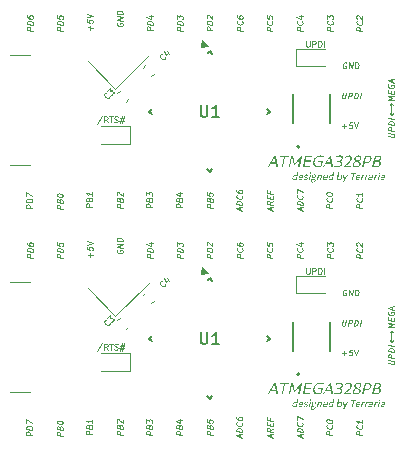
<source format=gto>
%TF.GenerationSoftware,KiCad,Pcbnew,9.0.1*%
%TF.CreationDate,2025-04-29T19:20:25+09:00*%
%TF.ProjectId,ATtiny328P.kicad_pcb,41547469-6e79-4333-9238-502e6b696361,rev?*%
%TF.SameCoordinates,Original*%
%TF.FileFunction,Legend,Top*%
%TF.FilePolarity,Positive*%
%FSLAX46Y46*%
G04 Gerber Fmt 4.6, Leading zero omitted, Abs format (unit mm)*
G04 Created by KiCad (PCBNEW 9.0.1) date 2025-04-29 19:20:25*
%MOMM*%
%LPD*%
G01*
G04 APERTURE LIST*
%ADD10C,0.062500*%
%ADD11C,0.250000*%
%ADD12C,0.075000*%
%ADD13C,0.050000*%
%ADD14C,0.150000*%
%ADD15C,0.120000*%
%ADD16C,0.127000*%
%ADD17C,0.200000*%
G04 APERTURE END LIST*
D10*
X138915559Y-79772810D02*
X138415559Y-79710310D01*
X138415559Y-79710310D02*
X138415559Y-79519834D01*
X138415559Y-79519834D02*
X138439369Y-79475191D01*
X138439369Y-79475191D02*
X138463178Y-79454358D01*
X138463178Y-79454358D02*
X138510797Y-79436501D01*
X138510797Y-79436501D02*
X138582226Y-79445429D01*
X138582226Y-79445429D02*
X138629845Y-79475191D01*
X138629845Y-79475191D02*
X138653654Y-79501977D01*
X138653654Y-79501977D02*
X138677464Y-79552572D01*
X138677464Y-79552572D02*
X138677464Y-79743048D01*
X138653654Y-79073405D02*
X138677464Y-79004953D01*
X138677464Y-79004953D02*
X138701273Y-78984120D01*
X138701273Y-78984120D02*
X138748892Y-78966262D01*
X138748892Y-78966262D02*
X138820321Y-78975191D01*
X138820321Y-78975191D02*
X138867940Y-79004953D01*
X138867940Y-79004953D02*
X138891750Y-79031739D01*
X138891750Y-79031739D02*
X138915559Y-79082334D01*
X138915559Y-79082334D02*
X138915559Y-79272810D01*
X138915559Y-79272810D02*
X138415559Y-79210310D01*
X138415559Y-79210310D02*
X138415559Y-79043643D01*
X138415559Y-79043643D02*
X138439369Y-78999001D01*
X138439369Y-78999001D02*
X138463178Y-78978167D01*
X138463178Y-78978167D02*
X138510797Y-78960310D01*
X138510797Y-78960310D02*
X138558416Y-78966262D01*
X138558416Y-78966262D02*
X138606035Y-78996024D01*
X138606035Y-78996024D02*
X138629845Y-79022810D01*
X138629845Y-79022810D02*
X138653654Y-79073405D01*
X138653654Y-79073405D02*
X138653654Y-79240072D01*
X138415559Y-78757929D02*
X138415559Y-78448405D01*
X138415559Y-78448405D02*
X138606035Y-78638882D01*
X138606035Y-78638882D02*
X138606035Y-78567453D01*
X138606035Y-78567453D02*
X138629845Y-78522810D01*
X138629845Y-78522810D02*
X138653654Y-78501977D01*
X138653654Y-78501977D02*
X138701273Y-78484120D01*
X138701273Y-78484120D02*
X138820321Y-78499001D01*
X138820321Y-78499001D02*
X138867940Y-78528762D01*
X138867940Y-78528762D02*
X138891750Y-78555548D01*
X138891750Y-78555548D02*
X138915559Y-78606143D01*
X138915559Y-78606143D02*
X138915559Y-78749001D01*
X138915559Y-78749001D02*
X138891750Y-78793643D01*
X138891750Y-78793643D02*
X138867940Y-78814477D01*
X135919369Y-64121382D02*
X135895559Y-64166024D01*
X135895559Y-64166024D02*
X135895559Y-64237453D01*
X135895559Y-64237453D02*
X135919369Y-64311858D01*
X135919369Y-64311858D02*
X135966988Y-64365429D01*
X135966988Y-64365429D02*
X136014607Y-64395191D01*
X136014607Y-64395191D02*
X136109845Y-64430905D01*
X136109845Y-64430905D02*
X136181273Y-64439834D01*
X136181273Y-64439834D02*
X136276511Y-64427929D01*
X136276511Y-64427929D02*
X136324130Y-64410072D01*
X136324130Y-64410072D02*
X136371750Y-64368405D01*
X136371750Y-64368405D02*
X136395559Y-64299953D01*
X136395559Y-64299953D02*
X136395559Y-64252334D01*
X136395559Y-64252334D02*
X136371750Y-64177929D01*
X136371750Y-64177929D02*
X136347940Y-64151143D01*
X136347940Y-64151143D02*
X136181273Y-64130310D01*
X136181273Y-64130310D02*
X136181273Y-64225548D01*
X136395559Y-63942810D02*
X135895559Y-63880310D01*
X135895559Y-63880310D02*
X136395559Y-63657096D01*
X136395559Y-63657096D02*
X135895559Y-63594596D01*
X136395559Y-63419000D02*
X135895559Y-63356500D01*
X135895559Y-63356500D02*
X135895559Y-63237452D01*
X135895559Y-63237452D02*
X135919369Y-63169000D01*
X135919369Y-63169000D02*
X135966988Y-63127333D01*
X135966988Y-63127333D02*
X136014607Y-63109476D01*
X136014607Y-63109476D02*
X136109845Y-63097572D01*
X136109845Y-63097572D02*
X136181273Y-63106500D01*
X136181273Y-63106500D02*
X136276511Y-63142214D01*
X136276511Y-63142214D02*
X136324130Y-63171976D01*
X136324130Y-63171976D02*
X136371750Y-63225548D01*
X136371750Y-63225548D02*
X136395559Y-63299952D01*
X136395559Y-63299952D02*
X136395559Y-63419000D01*
X154135559Y-79782810D02*
X153635559Y-79720310D01*
X153635559Y-79720310D02*
X153635559Y-79529834D01*
X153635559Y-79529834D02*
X153659369Y-79485191D01*
X153659369Y-79485191D02*
X153683178Y-79464358D01*
X153683178Y-79464358D02*
X153730797Y-79446501D01*
X153730797Y-79446501D02*
X153802226Y-79455429D01*
X153802226Y-79455429D02*
X153849845Y-79485191D01*
X153849845Y-79485191D02*
X153873654Y-79511977D01*
X153873654Y-79511977D02*
X153897464Y-79562572D01*
X153897464Y-79562572D02*
X153897464Y-79753048D01*
X154087940Y-78991143D02*
X154111750Y-79017929D01*
X154111750Y-79017929D02*
X154135559Y-79092334D01*
X154135559Y-79092334D02*
X154135559Y-79139953D01*
X154135559Y-79139953D02*
X154111750Y-79208405D01*
X154111750Y-79208405D02*
X154064130Y-79250072D01*
X154064130Y-79250072D02*
X154016511Y-79267929D01*
X154016511Y-79267929D02*
X153921273Y-79279834D01*
X153921273Y-79279834D02*
X153849845Y-79270905D01*
X153849845Y-79270905D02*
X153754607Y-79235191D01*
X153754607Y-79235191D02*
X153706988Y-79205429D01*
X153706988Y-79205429D02*
X153659369Y-79151858D01*
X153659369Y-79151858D02*
X153635559Y-79077453D01*
X153635559Y-79077453D02*
X153635559Y-79029834D01*
X153635559Y-79029834D02*
X153659369Y-78961382D01*
X153659369Y-78961382D02*
X153683178Y-78940548D01*
X153635559Y-78625072D02*
X153635559Y-78577453D01*
X153635559Y-78577453D02*
X153659369Y-78532810D01*
X153659369Y-78532810D02*
X153683178Y-78511977D01*
X153683178Y-78511977D02*
X153730797Y-78494120D01*
X153730797Y-78494120D02*
X153826035Y-78482215D01*
X153826035Y-78482215D02*
X153945083Y-78497096D01*
X153945083Y-78497096D02*
X154040321Y-78532810D01*
X154040321Y-78532810D02*
X154087940Y-78562572D01*
X154087940Y-78562572D02*
X154111750Y-78589358D01*
X154111750Y-78589358D02*
X154135559Y-78639953D01*
X154135559Y-78639953D02*
X154135559Y-78687572D01*
X154135559Y-78687572D02*
X154111750Y-78732215D01*
X154111750Y-78732215D02*
X154087940Y-78753048D01*
X154087940Y-78753048D02*
X154040321Y-78770905D01*
X154040321Y-78770905D02*
X153945083Y-78782810D01*
X153945083Y-78782810D02*
X153826035Y-78767929D01*
X153826035Y-78767929D02*
X153730797Y-78732215D01*
X153730797Y-78732215D02*
X153683178Y-78702453D01*
X153683178Y-78702453D02*
X153659369Y-78675667D01*
X153659369Y-78675667D02*
X153635559Y-78625072D01*
X141455559Y-79772810D02*
X140955559Y-79710310D01*
X140955559Y-79710310D02*
X140955559Y-79519834D01*
X140955559Y-79519834D02*
X140979369Y-79475191D01*
X140979369Y-79475191D02*
X141003178Y-79454358D01*
X141003178Y-79454358D02*
X141050797Y-79436501D01*
X141050797Y-79436501D02*
X141122226Y-79445429D01*
X141122226Y-79445429D02*
X141169845Y-79475191D01*
X141169845Y-79475191D02*
X141193654Y-79501977D01*
X141193654Y-79501977D02*
X141217464Y-79552572D01*
X141217464Y-79552572D02*
X141217464Y-79743048D01*
X141193654Y-79073405D02*
X141217464Y-79004953D01*
X141217464Y-79004953D02*
X141241273Y-78984120D01*
X141241273Y-78984120D02*
X141288892Y-78966262D01*
X141288892Y-78966262D02*
X141360321Y-78975191D01*
X141360321Y-78975191D02*
X141407940Y-79004953D01*
X141407940Y-79004953D02*
X141431750Y-79031739D01*
X141431750Y-79031739D02*
X141455559Y-79082334D01*
X141455559Y-79082334D02*
X141455559Y-79272810D01*
X141455559Y-79272810D02*
X140955559Y-79210310D01*
X140955559Y-79210310D02*
X140955559Y-79043643D01*
X140955559Y-79043643D02*
X140979369Y-78999001D01*
X140979369Y-78999001D02*
X141003178Y-78978167D01*
X141003178Y-78978167D02*
X141050797Y-78960310D01*
X141050797Y-78960310D02*
X141098416Y-78966262D01*
X141098416Y-78966262D02*
X141146035Y-78996024D01*
X141146035Y-78996024D02*
X141169845Y-79022810D01*
X141169845Y-79022810D02*
X141193654Y-79073405D01*
X141193654Y-79073405D02*
X141193654Y-79240072D01*
X141122226Y-78516858D02*
X141455559Y-78558524D01*
X140931750Y-78612096D02*
X141288892Y-78775786D01*
X141288892Y-78775786D02*
X141288892Y-78466262D01*
X151635559Y-64802810D02*
X151135559Y-64740310D01*
X151135559Y-64740310D02*
X151135559Y-64549834D01*
X151135559Y-64549834D02*
X151159369Y-64505191D01*
X151159369Y-64505191D02*
X151183178Y-64484358D01*
X151183178Y-64484358D02*
X151230797Y-64466501D01*
X151230797Y-64466501D02*
X151302226Y-64475429D01*
X151302226Y-64475429D02*
X151349845Y-64505191D01*
X151349845Y-64505191D02*
X151373654Y-64531977D01*
X151373654Y-64531977D02*
X151397464Y-64582572D01*
X151397464Y-64582572D02*
X151397464Y-64773048D01*
X151587940Y-64011143D02*
X151611750Y-64037929D01*
X151611750Y-64037929D02*
X151635559Y-64112334D01*
X151635559Y-64112334D02*
X151635559Y-64159953D01*
X151635559Y-64159953D02*
X151611750Y-64228405D01*
X151611750Y-64228405D02*
X151564130Y-64270072D01*
X151564130Y-64270072D02*
X151516511Y-64287929D01*
X151516511Y-64287929D02*
X151421273Y-64299834D01*
X151421273Y-64299834D02*
X151349845Y-64290905D01*
X151349845Y-64290905D02*
X151254607Y-64255191D01*
X151254607Y-64255191D02*
X151206988Y-64225429D01*
X151206988Y-64225429D02*
X151159369Y-64171858D01*
X151159369Y-64171858D02*
X151135559Y-64097453D01*
X151135559Y-64097453D02*
X151135559Y-64049834D01*
X151135559Y-64049834D02*
X151159369Y-63981382D01*
X151159369Y-63981382D02*
X151183178Y-63960548D01*
X151302226Y-63546858D02*
X151635559Y-63588524D01*
X151111750Y-63642096D02*
X151468892Y-63805786D01*
X151468892Y-63805786D02*
X151468892Y-63496262D01*
X138935559Y-64782810D02*
X138435559Y-64720310D01*
X138435559Y-64720310D02*
X138435559Y-64529834D01*
X138435559Y-64529834D02*
X138459369Y-64485191D01*
X138459369Y-64485191D02*
X138483178Y-64464358D01*
X138483178Y-64464358D02*
X138530797Y-64446501D01*
X138530797Y-64446501D02*
X138602226Y-64455429D01*
X138602226Y-64455429D02*
X138649845Y-64485191D01*
X138649845Y-64485191D02*
X138673654Y-64511977D01*
X138673654Y-64511977D02*
X138697464Y-64562572D01*
X138697464Y-64562572D02*
X138697464Y-64753048D01*
X138935559Y-64282810D02*
X138435559Y-64220310D01*
X138435559Y-64220310D02*
X138435559Y-64101262D01*
X138435559Y-64101262D02*
X138459369Y-64032810D01*
X138459369Y-64032810D02*
X138506988Y-63991143D01*
X138506988Y-63991143D02*
X138554607Y-63973286D01*
X138554607Y-63973286D02*
X138649845Y-63961382D01*
X138649845Y-63961382D02*
X138721273Y-63970310D01*
X138721273Y-63970310D02*
X138816511Y-64006024D01*
X138816511Y-64006024D02*
X138864130Y-64035786D01*
X138864130Y-64035786D02*
X138911750Y-64089358D01*
X138911750Y-64089358D02*
X138935559Y-64163762D01*
X138935559Y-64163762D02*
X138935559Y-64282810D01*
X138602226Y-63526858D02*
X138935559Y-63568524D01*
X138411750Y-63622096D02*
X138768892Y-63785786D01*
X138768892Y-63785786D02*
X138768892Y-63476262D01*
X148962702Y-79978762D02*
X148962702Y-79740667D01*
X149105559Y-80044239D02*
X148605559Y-79815072D01*
X148605559Y-79815072D02*
X149105559Y-79710905D01*
X149105559Y-79258525D02*
X148867464Y-79395430D01*
X149105559Y-79544239D02*
X148605559Y-79481739D01*
X148605559Y-79481739D02*
X148605559Y-79291263D01*
X148605559Y-79291263D02*
X148629369Y-79246620D01*
X148629369Y-79246620D02*
X148653178Y-79225787D01*
X148653178Y-79225787D02*
X148700797Y-79207930D01*
X148700797Y-79207930D02*
X148772226Y-79216858D01*
X148772226Y-79216858D02*
X148819845Y-79246620D01*
X148819845Y-79246620D02*
X148843654Y-79273406D01*
X148843654Y-79273406D02*
X148867464Y-79324001D01*
X148867464Y-79324001D02*
X148867464Y-79514477D01*
X148843654Y-79011501D02*
X148843654Y-78844834D01*
X149105559Y-78806144D02*
X149105559Y-79044239D01*
X149105559Y-79044239D02*
X148605559Y-78981739D01*
X148605559Y-78981739D02*
X148605559Y-78743644D01*
X148843654Y-78392453D02*
X148843654Y-78559120D01*
X149105559Y-78591858D02*
X148605559Y-78529358D01*
X148605559Y-78529358D02*
X148605559Y-78291263D01*
X151502702Y-79988762D02*
X151502702Y-79750667D01*
X151645559Y-80054239D02*
X151145559Y-79825072D01*
X151145559Y-79825072D02*
X151645559Y-79720905D01*
X151645559Y-79554239D02*
X151145559Y-79491739D01*
X151145559Y-79491739D02*
X151145559Y-79372691D01*
X151145559Y-79372691D02*
X151169369Y-79304239D01*
X151169369Y-79304239D02*
X151216988Y-79262572D01*
X151216988Y-79262572D02*
X151264607Y-79244715D01*
X151264607Y-79244715D02*
X151359845Y-79232811D01*
X151359845Y-79232811D02*
X151431273Y-79241739D01*
X151431273Y-79241739D02*
X151526511Y-79277453D01*
X151526511Y-79277453D02*
X151574130Y-79307215D01*
X151574130Y-79307215D02*
X151621750Y-79360787D01*
X151621750Y-79360787D02*
X151645559Y-79435191D01*
X151645559Y-79435191D02*
X151645559Y-79554239D01*
X151597940Y-78762572D02*
X151621750Y-78789358D01*
X151621750Y-78789358D02*
X151645559Y-78863763D01*
X151645559Y-78863763D02*
X151645559Y-78911382D01*
X151645559Y-78911382D02*
X151621750Y-78979834D01*
X151621750Y-78979834D02*
X151574130Y-79021501D01*
X151574130Y-79021501D02*
X151526511Y-79039358D01*
X151526511Y-79039358D02*
X151431273Y-79051263D01*
X151431273Y-79051263D02*
X151359845Y-79042334D01*
X151359845Y-79042334D02*
X151264607Y-79006620D01*
X151264607Y-79006620D02*
X151216988Y-78976858D01*
X151216988Y-78976858D02*
X151169369Y-78923287D01*
X151169369Y-78923287D02*
X151145559Y-78848882D01*
X151145559Y-78848882D02*
X151145559Y-78801263D01*
X151145559Y-78801263D02*
X151169369Y-78732811D01*
X151169369Y-78732811D02*
X151193178Y-78711977D01*
X151145559Y-78539358D02*
X151145559Y-78206025D01*
X151145559Y-78206025D02*
X151645559Y-78482811D01*
D11*
G36*
X148679587Y-76350000D02*
G01*
X148798716Y-76350000D01*
X149294896Y-75458270D01*
X149282623Y-75458270D01*
X149390212Y-76350000D01*
X149517645Y-76350000D01*
X149385754Y-75376937D01*
X149237865Y-75376937D01*
X148679587Y-76350000D01*
G37*
G36*
X148919128Y-76060817D02*
G01*
X149394242Y-76060817D01*
X149415185Y-75960067D01*
X148940072Y-75960067D01*
X148919128Y-76060817D01*
G37*
G36*
X149876316Y-76350000D02*
G01*
X149990011Y-76350000D01*
X150171361Y-75477748D01*
X150488999Y-75477748D01*
X150509943Y-75376937D01*
X149762316Y-75376937D01*
X149741372Y-75477748D01*
X150057666Y-75477748D01*
X149876316Y-76350000D01*
G37*
G36*
X150464636Y-76350000D02*
G01*
X150572774Y-76350000D01*
X150741241Y-75539603D01*
X150717977Y-75539603D01*
X150912333Y-76198631D01*
X151001360Y-76198631D01*
X151465665Y-75539603D01*
X151449240Y-75539603D01*
X151280773Y-76350000D01*
X151388912Y-76350000D01*
X151591206Y-75376937D01*
X151478976Y-75376937D01*
X150937673Y-76142516D01*
X151006183Y-76142516D01*
X150783312Y-75376937D01*
X150666930Y-75376937D01*
X150464636Y-76350000D01*
G37*
G36*
X151666311Y-76350000D02*
G01*
X152263301Y-76350000D01*
X152284245Y-76249250D01*
X151800888Y-76249250D01*
X151874161Y-75896686D01*
X152320576Y-75896686D01*
X152341520Y-75795936D01*
X151895105Y-75795936D01*
X151961295Y-75477748D01*
X152444652Y-75477748D01*
X152465595Y-75376937D01*
X151868605Y-75376937D01*
X151666311Y-76350000D01*
G37*
G36*
X152905049Y-76361724D02*
G01*
X152955712Y-76359773D01*
X153005805Y-76353930D01*
X153054998Y-76344258D01*
X153103344Y-76330757D01*
X153150562Y-76313501D01*
X153196659Y-76292472D01*
X153275749Y-76245587D01*
X153361234Y-75834160D01*
X152977773Y-75834160D01*
X152956829Y-75934971D01*
X153226595Y-75934971D01*
X153161138Y-76249739D01*
X153199179Y-76192403D01*
X153153641Y-76213993D01*
X153107339Y-76231592D01*
X153061529Y-76244823D01*
X153015608Y-76253931D01*
X152942785Y-76259570D01*
X152900537Y-76257634D01*
X152861144Y-76251904D01*
X152825873Y-76242868D01*
X152793413Y-76230497D01*
X152764620Y-76215368D01*
X152738619Y-76197274D01*
X152715799Y-76176642D01*
X152695817Y-76153311D01*
X152664558Y-76098757D01*
X152645232Y-76033068D01*
X152639150Y-75955444D01*
X152648342Y-75865281D01*
X152651403Y-75849608D01*
X152663640Y-75800249D01*
X152679146Y-75753973D01*
X152697365Y-75711798D01*
X152718521Y-75672716D01*
X152742011Y-75637493D01*
X152768144Y-75605378D01*
X152796394Y-75576844D01*
X152827045Y-75551459D01*
X152859777Y-75529431D01*
X152894715Y-75510637D01*
X152971050Y-75482966D01*
X153056198Y-75468990D01*
X153097879Y-75467429D01*
X153194683Y-75474904D01*
X153297731Y-75498027D01*
X153356899Y-75519208D01*
X153408373Y-75429632D01*
X153333403Y-75396343D01*
X153244596Y-75374119D01*
X153144122Y-75365282D01*
X153134149Y-75365213D01*
X153083444Y-75367150D01*
X153034035Y-75372888D01*
X152985831Y-75382374D01*
X152939198Y-75395484D01*
X152850762Y-75432355D01*
X152769935Y-75482810D01*
X152697979Y-75546078D01*
X152665718Y-75582260D01*
X152636177Y-75621283D01*
X152609478Y-75663057D01*
X152585779Y-75707450D01*
X152565237Y-75754296D01*
X152547964Y-75803530D01*
X152530686Y-75870613D01*
X152521915Y-75922312D01*
X152517494Y-75971737D01*
X152517280Y-76017449D01*
X152521002Y-76060802D01*
X152528302Y-76100522D01*
X152539158Y-76137823D01*
X152553084Y-76171749D01*
X152570247Y-76203198D01*
X152590203Y-76231610D01*
X152613154Y-76257456D01*
X152667489Y-76300933D01*
X152733507Y-76333461D01*
X152811861Y-76354212D01*
X152903285Y-76361722D01*
X152905049Y-76361724D01*
G37*
G36*
X153367096Y-76350000D02*
G01*
X153486225Y-76350000D01*
X153982405Y-75458270D01*
X153970131Y-75458270D01*
X154077720Y-76350000D01*
X154205154Y-76350000D01*
X154073263Y-75376937D01*
X153925374Y-75376937D01*
X153367096Y-76350000D01*
G37*
G36*
X153606637Y-76060817D02*
G01*
X154081750Y-76060817D01*
X154102694Y-75960067D01*
X153627581Y-75960067D01*
X153606637Y-76060817D01*
G37*
G36*
X154583914Y-76365632D02*
G01*
X154630767Y-76363703D01*
X154675947Y-76358013D01*
X154719349Y-76348675D01*
X154760577Y-76335850D01*
X154799131Y-76319808D01*
X154835061Y-76300621D01*
X154867584Y-76278839D01*
X154897113Y-76254298D01*
X154922805Y-76227847D01*
X154945224Y-76199033D01*
X154963679Y-76168882D01*
X154978650Y-76136739D01*
X154994119Y-76085180D01*
X154999018Y-76052093D01*
X154999708Y-76020789D01*
X154996481Y-75992330D01*
X154989535Y-75965825D01*
X154979262Y-75941950D01*
X154965645Y-75920201D01*
X154929006Y-75883758D01*
X154879488Y-75856939D01*
X154816402Y-75841179D01*
X154777049Y-75838067D01*
X154753113Y-75854920D01*
X154822049Y-75845327D01*
X154886258Y-75821153D01*
X154943146Y-75783443D01*
X154967950Y-75760036D01*
X154989888Y-75733947D01*
X155008581Y-75705623D01*
X155023961Y-75675095D01*
X155041869Y-75618493D01*
X155046800Y-75585311D01*
X155047509Y-75554019D01*
X155044305Y-75525621D01*
X155037399Y-75499197D01*
X155027140Y-75475265D01*
X155013555Y-75453424D01*
X154976721Y-75416264D01*
X154926500Y-75388081D01*
X154862030Y-75370338D01*
X154795977Y-75365213D01*
X154708595Y-75372641D01*
X154608931Y-75396324D01*
X154557824Y-75414326D01*
X154509281Y-75435528D01*
X154490430Y-75445020D01*
X154498429Y-75531787D01*
X154601530Y-75492286D01*
X154652116Y-75478846D01*
X154699773Y-75470147D01*
X154755861Y-75466025D01*
X154791188Y-75467949D01*
X154823404Y-75473601D01*
X154851066Y-75482346D01*
X154875321Y-75494191D01*
X154894809Y-75508038D01*
X154910812Y-75524362D01*
X154922549Y-75541983D01*
X154930769Y-75561593D01*
X154935219Y-75582555D01*
X154935956Y-75605203D01*
X154932753Y-75629667D01*
X154914767Y-75679038D01*
X154882450Y-75723237D01*
X154835772Y-75760880D01*
X154775349Y-75789493D01*
X154703394Y-75806046D01*
X154654378Y-75809064D01*
X154580433Y-75809064D01*
X154559795Y-75908409D01*
X154658408Y-75908409D01*
X154702324Y-75910341D01*
X154741936Y-75916044D01*
X154774969Y-75924687D01*
X154803899Y-75936410D01*
X154826920Y-75949933D01*
X154846152Y-75965917D01*
X154860635Y-75983068D01*
X154871570Y-76002231D01*
X154882291Y-76045027D01*
X154878776Y-76092935D01*
X154871282Y-76119534D01*
X154860405Y-76143994D01*
X154828959Y-76186566D01*
X154784382Y-76220881D01*
X154725961Y-76246036D01*
X154653287Y-76260043D01*
X154609498Y-76262073D01*
X154514858Y-76254140D01*
X154464955Y-76244032D01*
X154415686Y-76229710D01*
X154376443Y-76214550D01*
X154339732Y-76196372D01*
X154295585Y-76290039D01*
X154374388Y-76327125D01*
X154466814Y-76353573D01*
X154515361Y-76361430D01*
X154563997Y-76365268D01*
X154583914Y-76365632D01*
G37*
G36*
X155083268Y-76350000D02*
G01*
X155685754Y-76350000D01*
X155706698Y-76249250D01*
X155220594Y-76249250D01*
X155228532Y-76283566D01*
X155370675Y-76167027D01*
X155488824Y-76064068D01*
X155565748Y-75991600D01*
X155630097Y-75925055D01*
X155675948Y-75871932D01*
X155713814Y-75821736D01*
X155741659Y-75778327D01*
X155763881Y-75736284D01*
X155780186Y-75697136D01*
X155792166Y-75658365D01*
X155796518Y-75639620D01*
X155802442Y-75601610D01*
X155804003Y-75566057D01*
X155801531Y-75534491D01*
X155795295Y-75505340D01*
X155785826Y-75479628D01*
X155773053Y-75456312D01*
X155738648Y-75417737D01*
X155691959Y-75389058D01*
X155631802Y-75370936D01*
X155564671Y-75365213D01*
X155479685Y-75372791D01*
X155393344Y-75395818D01*
X155351523Y-75412949D01*
X155311785Y-75433450D01*
X155249903Y-75475855D01*
X155264557Y-75557005D01*
X155339731Y-75512824D01*
X155420399Y-75482276D01*
X155460409Y-75473061D01*
X155498354Y-75468233D01*
X155520096Y-75467429D01*
X155552703Y-75469356D01*
X155581934Y-75475033D01*
X155606346Y-75483695D01*
X155627558Y-75495425D01*
X155644764Y-75509389D01*
X155658882Y-75525920D01*
X155677390Y-75565689D01*
X155682869Y-75615545D01*
X155677694Y-75657816D01*
X155668778Y-75690802D01*
X155655397Y-75724481D01*
X155613812Y-75795446D01*
X155544257Y-75880651D01*
X155430470Y-75993379D01*
X155241343Y-76157252D01*
X155099266Y-76273003D01*
X155083268Y-76350000D01*
G37*
G36*
X156154090Y-76365632D02*
G01*
X156200160Y-76363705D01*
X156244364Y-76358034D01*
X156286586Y-76348752D01*
X156326467Y-76336034D01*
X156363523Y-76320167D01*
X156397814Y-76301237D01*
X156428602Y-76279802D01*
X156456282Y-76255716D01*
X156480077Y-76229818D01*
X156500510Y-76201687D01*
X156516971Y-76172310D01*
X156529874Y-76141086D01*
X156539383Y-76106490D01*
X156544115Y-76074352D01*
X156544584Y-76044903D01*
X156541221Y-76018471D01*
X156534384Y-75994263D01*
X156510634Y-75950611D01*
X156472146Y-75910758D01*
X156414462Y-75871805D01*
X156318248Y-75824137D01*
X156238584Y-75785402D01*
X156203186Y-75764350D01*
X156172657Y-75741068D01*
X156148430Y-75714725D01*
X156131938Y-75684492D01*
X156124615Y-75649536D01*
X156127895Y-75609029D01*
X156135212Y-75583336D01*
X156145940Y-75559676D01*
X156177000Y-75518968D01*
X156220062Y-75488135D01*
X156274157Y-75468901D01*
X156329395Y-75463216D01*
X156362202Y-75465134D01*
X156391980Y-75470749D01*
X156417566Y-75479461D01*
X156439852Y-75491220D01*
X156457772Y-75505062D01*
X156472284Y-75521328D01*
X156482805Y-75539046D01*
X156489823Y-75558697D01*
X156493137Y-75579849D01*
X156492687Y-75602605D01*
X156490168Y-75618798D01*
X156472334Y-75667363D01*
X156438703Y-75714247D01*
X156389130Y-75756610D01*
X156325408Y-75790330D01*
X156261557Y-75809430D01*
X156337394Y-75852844D01*
X156413904Y-75823477D01*
X156449052Y-75803876D01*
X156481305Y-75781514D01*
X156510563Y-75756551D01*
X156536428Y-75729371D01*
X156558397Y-75700655D01*
X156576605Y-75670333D01*
X156590466Y-75639633D01*
X156600363Y-75607931D01*
X156602337Y-75599198D01*
X156606737Y-75568566D01*
X156606972Y-75539605D01*
X156603342Y-75513122D01*
X156596043Y-75488446D01*
X156571292Y-75445335D01*
X156533168Y-75410198D01*
X156481171Y-75383886D01*
X156414691Y-75368326D01*
X156363467Y-75365213D01*
X156322167Y-75367139D01*
X156282443Y-75372801D01*
X156244193Y-75382124D01*
X156207996Y-75394900D01*
X156174035Y-75410975D01*
X156142586Y-75430159D01*
X156114083Y-75452098D01*
X156088499Y-75476752D01*
X156066381Y-75503507D01*
X156047517Y-75532562D01*
X156032394Y-75563108D01*
X156020800Y-75595549D01*
X156014994Y-75618798D01*
X156010052Y-75651933D01*
X156009413Y-75682185D01*
X156012625Y-75709141D01*
X156019317Y-75733730D01*
X156042622Y-75777539D01*
X156080245Y-75816889D01*
X156136319Y-75854629D01*
X156234882Y-75902122D01*
X156313359Y-75938992D01*
X156348173Y-75959178D01*
X156378164Y-75981681D01*
X156401926Y-76007363D01*
X156418053Y-76037087D01*
X156425140Y-76071715D01*
X156421780Y-76112108D01*
X156414392Y-76138109D01*
X156403548Y-76162055D01*
X156372284Y-76203032D01*
X156328398Y-76234720D01*
X156271677Y-76255970D01*
X156201961Y-76264777D01*
X156192924Y-76264882D01*
X156154891Y-76262959D01*
X156120204Y-76257315D01*
X156090320Y-76248575D01*
X156064008Y-76236747D01*
X156042674Y-76222904D01*
X156024933Y-76206598D01*
X156011649Y-76189043D01*
X156001927Y-76169527D01*
X155996057Y-76148813D01*
X155993861Y-76126469D01*
X155997286Y-76092507D01*
X156015714Y-76041200D01*
X156049385Y-75993040D01*
X156098154Y-75950542D01*
X156160625Y-75917079D01*
X156196087Y-75904825D01*
X156233833Y-75896013D01*
X156249528Y-75893511D01*
X156186879Y-75845822D01*
X156110699Y-75863701D01*
X156040010Y-75895781D01*
X156007706Y-75916750D01*
X155978170Y-75940526D01*
X155951721Y-75966793D01*
X155928570Y-75995334D01*
X155909345Y-76025254D01*
X155893799Y-76056861D01*
X155877424Y-76109299D01*
X155872833Y-76140809D01*
X155872410Y-76170742D01*
X155875877Y-76198249D01*
X155883050Y-76224050D01*
X155907716Y-76269684D01*
X155946063Y-76307822D01*
X155998743Y-76337793D01*
X156066661Y-76357884D01*
X156150202Y-76365618D01*
X156154090Y-76365632D01*
G37*
G36*
X156696736Y-76350000D02*
G01*
X156810370Y-76350000D01*
X156991721Y-75477748D01*
X157160187Y-75477748D01*
X157193629Y-75479674D01*
X157224213Y-75485339D01*
X157250872Y-75494185D01*
X157274628Y-75506199D01*
X157294790Y-75520745D01*
X157311994Y-75537993D01*
X157336869Y-75579507D01*
X157348959Y-75630632D01*
X157346722Y-75691704D01*
X157343858Y-75707520D01*
X157334545Y-75742719D01*
X157321977Y-75774666D01*
X157306992Y-75802110D01*
X157289159Y-75826513D01*
X157269096Y-75847334D01*
X157246437Y-75865202D01*
X157193489Y-75891970D01*
X157128927Y-75906728D01*
X157084167Y-75909264D01*
X156860929Y-75909264D01*
X156839985Y-76010014D01*
X157042645Y-76010014D01*
X157087245Y-76008083D01*
X157130353Y-76002379D01*
X157171959Y-75992991D01*
X157211688Y-75980073D01*
X157249368Y-75963752D01*
X157284794Y-75944173D01*
X157317652Y-75921568D01*
X157347901Y-75896003D01*
X157375150Y-75867851D01*
X157399468Y-75837051D01*
X157420468Y-75804104D01*
X157438248Y-75768823D01*
X157452490Y-75731771D01*
X157463244Y-75692687D01*
X157464575Y-75686515D01*
X157470591Y-75648121D01*
X157472343Y-75611729D01*
X157470086Y-75578517D01*
X157464046Y-75547415D01*
X157454631Y-75519263D01*
X157441829Y-75493326D01*
X157425964Y-75469996D01*
X157406989Y-75449030D01*
X157359807Y-75414435D01*
X157299794Y-75390230D01*
X157226226Y-75377994D01*
X157194809Y-75376937D01*
X156899031Y-75376937D01*
X156696736Y-76350000D01*
G37*
G36*
X157522277Y-76350000D02*
G01*
X157853654Y-76350000D01*
X157904129Y-76348062D01*
X157951920Y-76342309D01*
X157995715Y-76333140D01*
X158036723Y-76320536D01*
X158073787Y-76305077D01*
X158107993Y-76286535D01*
X158138478Y-76265568D01*
X158166041Y-76241819D01*
X158190168Y-76215855D01*
X158211278Y-76187346D01*
X158229160Y-76156585D01*
X158243874Y-76123451D01*
X158260318Y-76066984D01*
X158265742Y-76031397D01*
X158266909Y-75997792D01*
X158264109Y-75967364D01*
X158257561Y-75939015D01*
X158247691Y-75913526D01*
X158234469Y-75890222D01*
X158198735Y-75850892D01*
X158150277Y-75821069D01*
X158088272Y-75801795D01*
X158014182Y-75795081D01*
X157704666Y-75795081D01*
X157684577Y-75891740D01*
X157981820Y-75891740D01*
X158013251Y-75893666D01*
X158041634Y-75899336D01*
X158065737Y-75908074D01*
X158086843Y-75919922D01*
X158104256Y-75934159D01*
X158118679Y-75951026D01*
X158138058Y-75991794D01*
X158144477Y-76042740D01*
X158138990Y-76090798D01*
X158130338Y-76122709D01*
X158118362Y-76150807D01*
X158104570Y-76172988D01*
X158087841Y-76192220D01*
X158046777Y-76221315D01*
X157991471Y-76240699D01*
X157915269Y-76250107D01*
X157888031Y-76250655D01*
X157656550Y-76250655D01*
X157817567Y-75476344D01*
X157979133Y-75476344D01*
X158023591Y-75478300D01*
X158061974Y-75484174D01*
X158090482Y-75492496D01*
X158114405Y-75503809D01*
X158131892Y-75516434D01*
X158145750Y-75531451D01*
X158162107Y-75566567D01*
X158165373Y-75611860D01*
X158161033Y-75642063D01*
X158152929Y-75671249D01*
X158141073Y-75697668D01*
X158126826Y-75719418D01*
X158108898Y-75739471D01*
X158060015Y-75776000D01*
X157983990Y-75812125D01*
X157950557Y-75824512D01*
X158114871Y-75824512D01*
X158166580Y-75795296D01*
X158214558Y-75750644D01*
X158254053Y-75692847D01*
X158268941Y-75660735D01*
X158280080Y-75627161D01*
X158283887Y-75611166D01*
X158288686Y-75578508D01*
X158289107Y-75548081D01*
X158285582Y-75521613D01*
X158278316Y-75497206D01*
X158267816Y-75475663D01*
X158253935Y-75456124D01*
X158215998Y-75423080D01*
X158162434Y-75397776D01*
X158089980Y-75381572D01*
X158013511Y-75376937D01*
X157724571Y-75376937D01*
X157522277Y-76350000D01*
G37*
D10*
X149085559Y-64802810D02*
X148585559Y-64740310D01*
X148585559Y-64740310D02*
X148585559Y-64549834D01*
X148585559Y-64549834D02*
X148609369Y-64505191D01*
X148609369Y-64505191D02*
X148633178Y-64484358D01*
X148633178Y-64484358D02*
X148680797Y-64466501D01*
X148680797Y-64466501D02*
X148752226Y-64475429D01*
X148752226Y-64475429D02*
X148799845Y-64505191D01*
X148799845Y-64505191D02*
X148823654Y-64531977D01*
X148823654Y-64531977D02*
X148847464Y-64582572D01*
X148847464Y-64582572D02*
X148847464Y-64773048D01*
X149037940Y-64011143D02*
X149061750Y-64037929D01*
X149061750Y-64037929D02*
X149085559Y-64112334D01*
X149085559Y-64112334D02*
X149085559Y-64159953D01*
X149085559Y-64159953D02*
X149061750Y-64228405D01*
X149061750Y-64228405D02*
X149014130Y-64270072D01*
X149014130Y-64270072D02*
X148966511Y-64287929D01*
X148966511Y-64287929D02*
X148871273Y-64299834D01*
X148871273Y-64299834D02*
X148799845Y-64290905D01*
X148799845Y-64290905D02*
X148704607Y-64255191D01*
X148704607Y-64255191D02*
X148656988Y-64225429D01*
X148656988Y-64225429D02*
X148609369Y-64171858D01*
X148609369Y-64171858D02*
X148585559Y-64097453D01*
X148585559Y-64097453D02*
X148585559Y-64049834D01*
X148585559Y-64049834D02*
X148609369Y-63981382D01*
X148609369Y-63981382D02*
X148633178Y-63960548D01*
X148585559Y-63502215D02*
X148585559Y-63740310D01*
X148585559Y-63740310D02*
X148823654Y-63793882D01*
X148823654Y-63793882D02*
X148799845Y-63767096D01*
X148799845Y-63767096D02*
X148776035Y-63716501D01*
X148776035Y-63716501D02*
X148776035Y-63597453D01*
X148776035Y-63597453D02*
X148799845Y-63552810D01*
X148799845Y-63552810D02*
X148823654Y-63531977D01*
X148823654Y-63531977D02*
X148871273Y-63514120D01*
X148871273Y-63514120D02*
X148990321Y-63529001D01*
X148990321Y-63529001D02*
X149037940Y-63558762D01*
X149037940Y-63558762D02*
X149061750Y-63585548D01*
X149061750Y-63585548D02*
X149085559Y-63636143D01*
X149085559Y-63636143D02*
X149085559Y-63755191D01*
X149085559Y-63755191D02*
X149061750Y-63799834D01*
X149061750Y-63799834D02*
X149037940Y-63820667D01*
X128795559Y-64792810D02*
X128295559Y-64730310D01*
X128295559Y-64730310D02*
X128295559Y-64539834D01*
X128295559Y-64539834D02*
X128319369Y-64495191D01*
X128319369Y-64495191D02*
X128343178Y-64474358D01*
X128343178Y-64474358D02*
X128390797Y-64456501D01*
X128390797Y-64456501D02*
X128462226Y-64465429D01*
X128462226Y-64465429D02*
X128509845Y-64495191D01*
X128509845Y-64495191D02*
X128533654Y-64521977D01*
X128533654Y-64521977D02*
X128557464Y-64572572D01*
X128557464Y-64572572D02*
X128557464Y-64763048D01*
X128795559Y-64292810D02*
X128295559Y-64230310D01*
X128295559Y-64230310D02*
X128295559Y-64111262D01*
X128295559Y-64111262D02*
X128319369Y-64042810D01*
X128319369Y-64042810D02*
X128366988Y-64001143D01*
X128366988Y-64001143D02*
X128414607Y-63983286D01*
X128414607Y-63983286D02*
X128509845Y-63971382D01*
X128509845Y-63971382D02*
X128581273Y-63980310D01*
X128581273Y-63980310D02*
X128676511Y-64016024D01*
X128676511Y-64016024D02*
X128724130Y-64045786D01*
X128724130Y-64045786D02*
X128771750Y-64099358D01*
X128771750Y-64099358D02*
X128795559Y-64173762D01*
X128795559Y-64173762D02*
X128795559Y-64292810D01*
X128295559Y-63516024D02*
X128295559Y-63611262D01*
X128295559Y-63611262D02*
X128319369Y-63661858D01*
X128319369Y-63661858D02*
X128343178Y-63688643D01*
X128343178Y-63688643D02*
X128414607Y-63745191D01*
X128414607Y-63745191D02*
X128509845Y-63780905D01*
X128509845Y-63780905D02*
X128700321Y-63804715D01*
X128700321Y-63804715D02*
X128747940Y-63786858D01*
X128747940Y-63786858D02*
X128771750Y-63766024D01*
X128771750Y-63766024D02*
X128795559Y-63721382D01*
X128795559Y-63721382D02*
X128795559Y-63626143D01*
X128795559Y-63626143D02*
X128771750Y-63575548D01*
X128771750Y-63575548D02*
X128747940Y-63548762D01*
X128747940Y-63548762D02*
X128700321Y-63519001D01*
X128700321Y-63519001D02*
X128581273Y-63504120D01*
X128581273Y-63504120D02*
X128533654Y-63521977D01*
X128533654Y-63521977D02*
X128509845Y-63542810D01*
X128509845Y-63542810D02*
X128486035Y-63587453D01*
X128486035Y-63587453D02*
X128486035Y-63682691D01*
X128486035Y-63682691D02*
X128509845Y-63733286D01*
X128509845Y-63733286D02*
X128533654Y-63760072D01*
X128533654Y-63760072D02*
X128581273Y-63789834D01*
X141475559Y-64802810D02*
X140975559Y-64740310D01*
X140975559Y-64740310D02*
X140975559Y-64549834D01*
X140975559Y-64549834D02*
X140999369Y-64505191D01*
X140999369Y-64505191D02*
X141023178Y-64484358D01*
X141023178Y-64484358D02*
X141070797Y-64466501D01*
X141070797Y-64466501D02*
X141142226Y-64475429D01*
X141142226Y-64475429D02*
X141189845Y-64505191D01*
X141189845Y-64505191D02*
X141213654Y-64531977D01*
X141213654Y-64531977D02*
X141237464Y-64582572D01*
X141237464Y-64582572D02*
X141237464Y-64773048D01*
X141475559Y-64302810D02*
X140975559Y-64240310D01*
X140975559Y-64240310D02*
X140975559Y-64121262D01*
X140975559Y-64121262D02*
X140999369Y-64052810D01*
X140999369Y-64052810D02*
X141046988Y-64011143D01*
X141046988Y-64011143D02*
X141094607Y-63993286D01*
X141094607Y-63993286D02*
X141189845Y-63981382D01*
X141189845Y-63981382D02*
X141261273Y-63990310D01*
X141261273Y-63990310D02*
X141356511Y-64026024D01*
X141356511Y-64026024D02*
X141404130Y-64055786D01*
X141404130Y-64055786D02*
X141451750Y-64109358D01*
X141451750Y-64109358D02*
X141475559Y-64183762D01*
X141475559Y-64183762D02*
X141475559Y-64302810D01*
X140975559Y-63787929D02*
X140975559Y-63478405D01*
X140975559Y-63478405D02*
X141166035Y-63668882D01*
X141166035Y-63668882D02*
X141166035Y-63597453D01*
X141166035Y-63597453D02*
X141189845Y-63552810D01*
X141189845Y-63552810D02*
X141213654Y-63531977D01*
X141213654Y-63531977D02*
X141261273Y-63514120D01*
X141261273Y-63514120D02*
X141380321Y-63529001D01*
X141380321Y-63529001D02*
X141427940Y-63558762D01*
X141427940Y-63558762D02*
X141451750Y-63585548D01*
X141451750Y-63585548D02*
X141475559Y-63636143D01*
X141475559Y-63636143D02*
X141475559Y-63779001D01*
X141475559Y-63779001D02*
X141451750Y-63823643D01*
X141451750Y-63823643D02*
X141427940Y-63844477D01*
X128755559Y-79842810D02*
X128255559Y-79780310D01*
X128255559Y-79780310D02*
X128255559Y-79589834D01*
X128255559Y-79589834D02*
X128279369Y-79545191D01*
X128279369Y-79545191D02*
X128303178Y-79524358D01*
X128303178Y-79524358D02*
X128350797Y-79506501D01*
X128350797Y-79506501D02*
X128422226Y-79515429D01*
X128422226Y-79515429D02*
X128469845Y-79545191D01*
X128469845Y-79545191D02*
X128493654Y-79571977D01*
X128493654Y-79571977D02*
X128517464Y-79622572D01*
X128517464Y-79622572D02*
X128517464Y-79813048D01*
X128755559Y-79342810D02*
X128255559Y-79280310D01*
X128255559Y-79280310D02*
X128255559Y-79161262D01*
X128255559Y-79161262D02*
X128279369Y-79092810D01*
X128279369Y-79092810D02*
X128326988Y-79051143D01*
X128326988Y-79051143D02*
X128374607Y-79033286D01*
X128374607Y-79033286D02*
X128469845Y-79021382D01*
X128469845Y-79021382D02*
X128541273Y-79030310D01*
X128541273Y-79030310D02*
X128636511Y-79066024D01*
X128636511Y-79066024D02*
X128684130Y-79095786D01*
X128684130Y-79095786D02*
X128731750Y-79149358D01*
X128731750Y-79149358D02*
X128755559Y-79223762D01*
X128755559Y-79223762D02*
X128755559Y-79342810D01*
X128255559Y-78827929D02*
X128255559Y-78494596D01*
X128255559Y-78494596D02*
X128755559Y-78771382D01*
X144005559Y-64782810D02*
X143505559Y-64720310D01*
X143505559Y-64720310D02*
X143505559Y-64529834D01*
X143505559Y-64529834D02*
X143529369Y-64485191D01*
X143529369Y-64485191D02*
X143553178Y-64464358D01*
X143553178Y-64464358D02*
X143600797Y-64446501D01*
X143600797Y-64446501D02*
X143672226Y-64455429D01*
X143672226Y-64455429D02*
X143719845Y-64485191D01*
X143719845Y-64485191D02*
X143743654Y-64511977D01*
X143743654Y-64511977D02*
X143767464Y-64562572D01*
X143767464Y-64562572D02*
X143767464Y-64753048D01*
X144005559Y-64282810D02*
X143505559Y-64220310D01*
X143505559Y-64220310D02*
X143505559Y-64101262D01*
X143505559Y-64101262D02*
X143529369Y-64032810D01*
X143529369Y-64032810D02*
X143576988Y-63991143D01*
X143576988Y-63991143D02*
X143624607Y-63973286D01*
X143624607Y-63973286D02*
X143719845Y-63961382D01*
X143719845Y-63961382D02*
X143791273Y-63970310D01*
X143791273Y-63970310D02*
X143886511Y-64006024D01*
X143886511Y-64006024D02*
X143934130Y-64035786D01*
X143934130Y-64035786D02*
X143981750Y-64089358D01*
X143981750Y-64089358D02*
X144005559Y-64163762D01*
X144005559Y-64163762D02*
X144005559Y-64282810D01*
X143553178Y-63750072D02*
X143529369Y-63723286D01*
X143529369Y-63723286D02*
X143505559Y-63672691D01*
X143505559Y-63672691D02*
X143505559Y-63553643D01*
X143505559Y-63553643D02*
X143529369Y-63509001D01*
X143529369Y-63509001D02*
X143553178Y-63488167D01*
X143553178Y-63488167D02*
X143600797Y-63470310D01*
X143600797Y-63470310D02*
X143648416Y-63476262D01*
X143648416Y-63476262D02*
X143719845Y-63509001D01*
X143719845Y-63509001D02*
X144005559Y-63830429D01*
X144005559Y-63830429D02*
X144005559Y-63520905D01*
X146555559Y-64792810D02*
X146055559Y-64730310D01*
X146055559Y-64730310D02*
X146055559Y-64539834D01*
X146055559Y-64539834D02*
X146079369Y-64495191D01*
X146079369Y-64495191D02*
X146103178Y-64474358D01*
X146103178Y-64474358D02*
X146150797Y-64456501D01*
X146150797Y-64456501D02*
X146222226Y-64465429D01*
X146222226Y-64465429D02*
X146269845Y-64495191D01*
X146269845Y-64495191D02*
X146293654Y-64521977D01*
X146293654Y-64521977D02*
X146317464Y-64572572D01*
X146317464Y-64572572D02*
X146317464Y-64763048D01*
X146507940Y-64001143D02*
X146531750Y-64027929D01*
X146531750Y-64027929D02*
X146555559Y-64102334D01*
X146555559Y-64102334D02*
X146555559Y-64149953D01*
X146555559Y-64149953D02*
X146531750Y-64218405D01*
X146531750Y-64218405D02*
X146484130Y-64260072D01*
X146484130Y-64260072D02*
X146436511Y-64277929D01*
X146436511Y-64277929D02*
X146341273Y-64289834D01*
X146341273Y-64289834D02*
X146269845Y-64280905D01*
X146269845Y-64280905D02*
X146174607Y-64245191D01*
X146174607Y-64245191D02*
X146126988Y-64215429D01*
X146126988Y-64215429D02*
X146079369Y-64161858D01*
X146079369Y-64161858D02*
X146055559Y-64087453D01*
X146055559Y-64087453D02*
X146055559Y-64039834D01*
X146055559Y-64039834D02*
X146079369Y-63971382D01*
X146079369Y-63971382D02*
X146103178Y-63950548D01*
X146055559Y-63516024D02*
X146055559Y-63611262D01*
X146055559Y-63611262D02*
X146079369Y-63661858D01*
X146079369Y-63661858D02*
X146103178Y-63688643D01*
X146103178Y-63688643D02*
X146174607Y-63745191D01*
X146174607Y-63745191D02*
X146269845Y-63780905D01*
X146269845Y-63780905D02*
X146460321Y-63804715D01*
X146460321Y-63804715D02*
X146507940Y-63786858D01*
X146507940Y-63786858D02*
X146531750Y-63766024D01*
X146531750Y-63766024D02*
X146555559Y-63721382D01*
X146555559Y-63721382D02*
X146555559Y-63626143D01*
X146555559Y-63626143D02*
X146531750Y-63575548D01*
X146531750Y-63575548D02*
X146507940Y-63548762D01*
X146507940Y-63548762D02*
X146460321Y-63519001D01*
X146460321Y-63519001D02*
X146341273Y-63504120D01*
X146341273Y-63504120D02*
X146293654Y-63521977D01*
X146293654Y-63521977D02*
X146269845Y-63542810D01*
X146269845Y-63542810D02*
X146246035Y-63587453D01*
X146246035Y-63587453D02*
X146246035Y-63682691D01*
X146246035Y-63682691D02*
X146269845Y-63733286D01*
X146269845Y-63733286D02*
X146293654Y-63760072D01*
X146293654Y-63760072D02*
X146341273Y-63789834D01*
X155348618Y-67519369D02*
X155303975Y-67495559D01*
X155303975Y-67495559D02*
X155232546Y-67495559D01*
X155232546Y-67495559D02*
X155158141Y-67519369D01*
X155158141Y-67519369D02*
X155104570Y-67566988D01*
X155104570Y-67566988D02*
X155074808Y-67614607D01*
X155074808Y-67614607D02*
X155039094Y-67709845D01*
X155039094Y-67709845D02*
X155030165Y-67781273D01*
X155030165Y-67781273D02*
X155042070Y-67876511D01*
X155042070Y-67876511D02*
X155059927Y-67924130D01*
X155059927Y-67924130D02*
X155101594Y-67971750D01*
X155101594Y-67971750D02*
X155170046Y-67995559D01*
X155170046Y-67995559D02*
X155217665Y-67995559D01*
X155217665Y-67995559D02*
X155292070Y-67971750D01*
X155292070Y-67971750D02*
X155318856Y-67947940D01*
X155318856Y-67947940D02*
X155339689Y-67781273D01*
X155339689Y-67781273D02*
X155244451Y-67781273D01*
X155527189Y-67995559D02*
X155589689Y-67495559D01*
X155589689Y-67495559D02*
X155812903Y-67995559D01*
X155812903Y-67995559D02*
X155875403Y-67495559D01*
X156050999Y-67995559D02*
X156113499Y-67495559D01*
X156113499Y-67495559D02*
X156232547Y-67495559D01*
X156232547Y-67495559D02*
X156300999Y-67519369D01*
X156300999Y-67519369D02*
X156342666Y-67566988D01*
X156342666Y-67566988D02*
X156360523Y-67614607D01*
X156360523Y-67614607D02*
X156372428Y-67709845D01*
X156372428Y-67709845D02*
X156363499Y-67781273D01*
X156363499Y-67781273D02*
X156327785Y-67876511D01*
X156327785Y-67876511D02*
X156298023Y-67924130D01*
X156298023Y-67924130D02*
X156244451Y-67971750D01*
X156244451Y-67971750D02*
X156170047Y-67995559D01*
X156170047Y-67995559D02*
X156050999Y-67995559D01*
X144015559Y-79782810D02*
X143515559Y-79720310D01*
X143515559Y-79720310D02*
X143515559Y-79529834D01*
X143515559Y-79529834D02*
X143539369Y-79485191D01*
X143539369Y-79485191D02*
X143563178Y-79464358D01*
X143563178Y-79464358D02*
X143610797Y-79446501D01*
X143610797Y-79446501D02*
X143682226Y-79455429D01*
X143682226Y-79455429D02*
X143729845Y-79485191D01*
X143729845Y-79485191D02*
X143753654Y-79511977D01*
X143753654Y-79511977D02*
X143777464Y-79562572D01*
X143777464Y-79562572D02*
X143777464Y-79753048D01*
X143753654Y-79083405D02*
X143777464Y-79014953D01*
X143777464Y-79014953D02*
X143801273Y-78994120D01*
X143801273Y-78994120D02*
X143848892Y-78976262D01*
X143848892Y-78976262D02*
X143920321Y-78985191D01*
X143920321Y-78985191D02*
X143967940Y-79014953D01*
X143967940Y-79014953D02*
X143991750Y-79041739D01*
X143991750Y-79041739D02*
X144015559Y-79092334D01*
X144015559Y-79092334D02*
X144015559Y-79282810D01*
X144015559Y-79282810D02*
X143515559Y-79220310D01*
X143515559Y-79220310D02*
X143515559Y-79053643D01*
X143515559Y-79053643D02*
X143539369Y-79009001D01*
X143539369Y-79009001D02*
X143563178Y-78988167D01*
X143563178Y-78988167D02*
X143610797Y-78970310D01*
X143610797Y-78970310D02*
X143658416Y-78976262D01*
X143658416Y-78976262D02*
X143706035Y-79006024D01*
X143706035Y-79006024D02*
X143729845Y-79032810D01*
X143729845Y-79032810D02*
X143753654Y-79083405D01*
X143753654Y-79083405D02*
X143753654Y-79250072D01*
X143515559Y-78482215D02*
X143515559Y-78720310D01*
X143515559Y-78720310D02*
X143753654Y-78773882D01*
X143753654Y-78773882D02*
X143729845Y-78747096D01*
X143729845Y-78747096D02*
X143706035Y-78696501D01*
X143706035Y-78696501D02*
X143706035Y-78577453D01*
X143706035Y-78577453D02*
X143729845Y-78532810D01*
X143729845Y-78532810D02*
X143753654Y-78511977D01*
X143753654Y-78511977D02*
X143801273Y-78494120D01*
X143801273Y-78494120D02*
X143920321Y-78509001D01*
X143920321Y-78509001D02*
X143967940Y-78538762D01*
X143967940Y-78538762D02*
X143991750Y-78565548D01*
X143991750Y-78565548D02*
X144015559Y-78616143D01*
X144015559Y-78616143D02*
X144015559Y-78735191D01*
X144015559Y-78735191D02*
X143991750Y-78779834D01*
X143991750Y-78779834D02*
X143967940Y-78800667D01*
X155019689Y-70045559D02*
X154969094Y-70450321D01*
X154969094Y-70450321D02*
X154986951Y-70497940D01*
X154986951Y-70497940D02*
X155007784Y-70521750D01*
X155007784Y-70521750D02*
X155052427Y-70545559D01*
X155052427Y-70545559D02*
X155147665Y-70545559D01*
X155147665Y-70545559D02*
X155198260Y-70521750D01*
X155198260Y-70521750D02*
X155225046Y-70497940D01*
X155225046Y-70497940D02*
X155254808Y-70450321D01*
X155254808Y-70450321D02*
X155305403Y-70045559D01*
X155480999Y-70545559D02*
X155543499Y-70045559D01*
X155543499Y-70045559D02*
X155733975Y-70045559D01*
X155733975Y-70045559D02*
X155778618Y-70069369D01*
X155778618Y-70069369D02*
X155799451Y-70093178D01*
X155799451Y-70093178D02*
X155817308Y-70140797D01*
X155817308Y-70140797D02*
X155808380Y-70212226D01*
X155808380Y-70212226D02*
X155778618Y-70259845D01*
X155778618Y-70259845D02*
X155751832Y-70283654D01*
X155751832Y-70283654D02*
X155701237Y-70307464D01*
X155701237Y-70307464D02*
X155510761Y-70307464D01*
X155980999Y-70545559D02*
X156043499Y-70045559D01*
X156043499Y-70045559D02*
X156162547Y-70045559D01*
X156162547Y-70045559D02*
X156230999Y-70069369D01*
X156230999Y-70069369D02*
X156272666Y-70116988D01*
X156272666Y-70116988D02*
X156290523Y-70164607D01*
X156290523Y-70164607D02*
X156302428Y-70259845D01*
X156302428Y-70259845D02*
X156293499Y-70331273D01*
X156293499Y-70331273D02*
X156257785Y-70426511D01*
X156257785Y-70426511D02*
X156228023Y-70474130D01*
X156228023Y-70474130D02*
X156174451Y-70521750D01*
X156174451Y-70521750D02*
X156100047Y-70545559D01*
X156100047Y-70545559D02*
X155980999Y-70545559D01*
X156480999Y-70545559D02*
X156543499Y-70045559D01*
X156695559Y-64812810D02*
X156195559Y-64750310D01*
X156195559Y-64750310D02*
X156195559Y-64559834D01*
X156195559Y-64559834D02*
X156219369Y-64515191D01*
X156219369Y-64515191D02*
X156243178Y-64494358D01*
X156243178Y-64494358D02*
X156290797Y-64476501D01*
X156290797Y-64476501D02*
X156362226Y-64485429D01*
X156362226Y-64485429D02*
X156409845Y-64515191D01*
X156409845Y-64515191D02*
X156433654Y-64541977D01*
X156433654Y-64541977D02*
X156457464Y-64592572D01*
X156457464Y-64592572D02*
X156457464Y-64783048D01*
X156647940Y-64021143D02*
X156671750Y-64047929D01*
X156671750Y-64047929D02*
X156695559Y-64122334D01*
X156695559Y-64122334D02*
X156695559Y-64169953D01*
X156695559Y-64169953D02*
X156671750Y-64238405D01*
X156671750Y-64238405D02*
X156624130Y-64280072D01*
X156624130Y-64280072D02*
X156576511Y-64297929D01*
X156576511Y-64297929D02*
X156481273Y-64309834D01*
X156481273Y-64309834D02*
X156409845Y-64300905D01*
X156409845Y-64300905D02*
X156314607Y-64265191D01*
X156314607Y-64265191D02*
X156266988Y-64235429D01*
X156266988Y-64235429D02*
X156219369Y-64181858D01*
X156219369Y-64181858D02*
X156195559Y-64107453D01*
X156195559Y-64107453D02*
X156195559Y-64059834D01*
X156195559Y-64059834D02*
X156219369Y-63991382D01*
X156219369Y-63991382D02*
X156243178Y-63970548D01*
X156243178Y-63780072D02*
X156219369Y-63753286D01*
X156219369Y-63753286D02*
X156195559Y-63702691D01*
X156195559Y-63702691D02*
X156195559Y-63583643D01*
X156195559Y-63583643D02*
X156219369Y-63539001D01*
X156219369Y-63539001D02*
X156243178Y-63518167D01*
X156243178Y-63518167D02*
X156290797Y-63500310D01*
X156290797Y-63500310D02*
X156338416Y-63506262D01*
X156338416Y-63506262D02*
X156409845Y-63539001D01*
X156409845Y-63539001D02*
X156695559Y-63860429D01*
X156695559Y-63860429D02*
X156695559Y-63550905D01*
X156685559Y-79792810D02*
X156185559Y-79730310D01*
X156185559Y-79730310D02*
X156185559Y-79539834D01*
X156185559Y-79539834D02*
X156209369Y-79495191D01*
X156209369Y-79495191D02*
X156233178Y-79474358D01*
X156233178Y-79474358D02*
X156280797Y-79456501D01*
X156280797Y-79456501D02*
X156352226Y-79465429D01*
X156352226Y-79465429D02*
X156399845Y-79495191D01*
X156399845Y-79495191D02*
X156423654Y-79521977D01*
X156423654Y-79521977D02*
X156447464Y-79572572D01*
X156447464Y-79572572D02*
X156447464Y-79763048D01*
X156637940Y-79001143D02*
X156661750Y-79027929D01*
X156661750Y-79027929D02*
X156685559Y-79102334D01*
X156685559Y-79102334D02*
X156685559Y-79149953D01*
X156685559Y-79149953D02*
X156661750Y-79218405D01*
X156661750Y-79218405D02*
X156614130Y-79260072D01*
X156614130Y-79260072D02*
X156566511Y-79277929D01*
X156566511Y-79277929D02*
X156471273Y-79289834D01*
X156471273Y-79289834D02*
X156399845Y-79280905D01*
X156399845Y-79280905D02*
X156304607Y-79245191D01*
X156304607Y-79245191D02*
X156256988Y-79215429D01*
X156256988Y-79215429D02*
X156209369Y-79161858D01*
X156209369Y-79161858D02*
X156185559Y-79087453D01*
X156185559Y-79087453D02*
X156185559Y-79039834D01*
X156185559Y-79039834D02*
X156209369Y-78971382D01*
X156209369Y-78971382D02*
X156233178Y-78950548D01*
X156685559Y-78530905D02*
X156685559Y-78816620D01*
X156685559Y-78673762D02*
X156185559Y-78611262D01*
X156185559Y-78611262D02*
X156256988Y-78667810D01*
X156256988Y-78667810D02*
X156304607Y-78721382D01*
X156304607Y-78721382D02*
X156328416Y-78771977D01*
X133675083Y-64749001D02*
X133675083Y-64368048D01*
X133865559Y-64582334D02*
X133484607Y-64534715D01*
X133365559Y-63853167D02*
X133365559Y-64091262D01*
X133365559Y-64091262D02*
X133603654Y-64144834D01*
X133603654Y-64144834D02*
X133579845Y-64118048D01*
X133579845Y-64118048D02*
X133556035Y-64067453D01*
X133556035Y-64067453D02*
X133556035Y-63948405D01*
X133556035Y-63948405D02*
X133579845Y-63903762D01*
X133579845Y-63903762D02*
X133603654Y-63882929D01*
X133603654Y-63882929D02*
X133651273Y-63865072D01*
X133651273Y-63865072D02*
X133770321Y-63879953D01*
X133770321Y-63879953D02*
X133817940Y-63909714D01*
X133817940Y-63909714D02*
X133841750Y-63936500D01*
X133841750Y-63936500D02*
X133865559Y-63987095D01*
X133865559Y-63987095D02*
X133865559Y-64106143D01*
X133865559Y-64106143D02*
X133841750Y-64150786D01*
X133841750Y-64150786D02*
X133817940Y-64171619D01*
X133365559Y-63686501D02*
X133865559Y-63582334D01*
X133865559Y-63582334D02*
X133365559Y-63353167D01*
X154960998Y-72885083D02*
X155341951Y-72885083D01*
X155127665Y-73075559D02*
X155175284Y-72694607D01*
X155856832Y-72575559D02*
X155618737Y-72575559D01*
X155618737Y-72575559D02*
X155565166Y-72813654D01*
X155565166Y-72813654D02*
X155591951Y-72789845D01*
X155591951Y-72789845D02*
X155642546Y-72766035D01*
X155642546Y-72766035D02*
X155761594Y-72766035D01*
X155761594Y-72766035D02*
X155806237Y-72789845D01*
X155806237Y-72789845D02*
X155827070Y-72813654D01*
X155827070Y-72813654D02*
X155844927Y-72861273D01*
X155844927Y-72861273D02*
X155830046Y-72980321D01*
X155830046Y-72980321D02*
X155800285Y-73027940D01*
X155800285Y-73027940D02*
X155773499Y-73051750D01*
X155773499Y-73051750D02*
X155722904Y-73075559D01*
X155722904Y-73075559D02*
X155603856Y-73075559D01*
X155603856Y-73075559D02*
X155559213Y-73051750D01*
X155559213Y-73051750D02*
X155538380Y-73027940D01*
X156023498Y-72575559D02*
X156127665Y-73075559D01*
X156127665Y-73075559D02*
X156356832Y-72575559D01*
X131335559Y-64802810D02*
X130835559Y-64740310D01*
X130835559Y-64740310D02*
X130835559Y-64549834D01*
X130835559Y-64549834D02*
X130859369Y-64505191D01*
X130859369Y-64505191D02*
X130883178Y-64484358D01*
X130883178Y-64484358D02*
X130930797Y-64466501D01*
X130930797Y-64466501D02*
X131002226Y-64475429D01*
X131002226Y-64475429D02*
X131049845Y-64505191D01*
X131049845Y-64505191D02*
X131073654Y-64531977D01*
X131073654Y-64531977D02*
X131097464Y-64582572D01*
X131097464Y-64582572D02*
X131097464Y-64773048D01*
X131335559Y-64302810D02*
X130835559Y-64240310D01*
X130835559Y-64240310D02*
X130835559Y-64121262D01*
X130835559Y-64121262D02*
X130859369Y-64052810D01*
X130859369Y-64052810D02*
X130906988Y-64011143D01*
X130906988Y-64011143D02*
X130954607Y-63993286D01*
X130954607Y-63993286D02*
X131049845Y-63981382D01*
X131049845Y-63981382D02*
X131121273Y-63990310D01*
X131121273Y-63990310D02*
X131216511Y-64026024D01*
X131216511Y-64026024D02*
X131264130Y-64055786D01*
X131264130Y-64055786D02*
X131311750Y-64109358D01*
X131311750Y-64109358D02*
X131335559Y-64183762D01*
X131335559Y-64183762D02*
X131335559Y-64302810D01*
X130835559Y-63502215D02*
X130835559Y-63740310D01*
X130835559Y-63740310D02*
X131073654Y-63793882D01*
X131073654Y-63793882D02*
X131049845Y-63767096D01*
X131049845Y-63767096D02*
X131026035Y-63716501D01*
X131026035Y-63716501D02*
X131026035Y-63597453D01*
X131026035Y-63597453D02*
X131049845Y-63552810D01*
X131049845Y-63552810D02*
X131073654Y-63531977D01*
X131073654Y-63531977D02*
X131121273Y-63514120D01*
X131121273Y-63514120D02*
X131240321Y-63529001D01*
X131240321Y-63529001D02*
X131287940Y-63558762D01*
X131287940Y-63558762D02*
X131311750Y-63585548D01*
X131311750Y-63585548D02*
X131335559Y-63636143D01*
X131335559Y-63636143D02*
X131335559Y-63755191D01*
X131335559Y-63755191D02*
X131311750Y-63799834D01*
X131311750Y-63799834D02*
X131287940Y-63820667D01*
X131315559Y-79882810D02*
X130815559Y-79820310D01*
X130815559Y-79820310D02*
X130815559Y-79629834D01*
X130815559Y-79629834D02*
X130839369Y-79585191D01*
X130839369Y-79585191D02*
X130863178Y-79564358D01*
X130863178Y-79564358D02*
X130910797Y-79546501D01*
X130910797Y-79546501D02*
X130982226Y-79555429D01*
X130982226Y-79555429D02*
X131029845Y-79585191D01*
X131029845Y-79585191D02*
X131053654Y-79611977D01*
X131053654Y-79611977D02*
X131077464Y-79662572D01*
X131077464Y-79662572D02*
X131077464Y-79853048D01*
X131053654Y-79183405D02*
X131077464Y-79114953D01*
X131077464Y-79114953D02*
X131101273Y-79094120D01*
X131101273Y-79094120D02*
X131148892Y-79076262D01*
X131148892Y-79076262D02*
X131220321Y-79085191D01*
X131220321Y-79085191D02*
X131267940Y-79114953D01*
X131267940Y-79114953D02*
X131291750Y-79141739D01*
X131291750Y-79141739D02*
X131315559Y-79192334D01*
X131315559Y-79192334D02*
X131315559Y-79382810D01*
X131315559Y-79382810D02*
X130815559Y-79320310D01*
X130815559Y-79320310D02*
X130815559Y-79153643D01*
X130815559Y-79153643D02*
X130839369Y-79109001D01*
X130839369Y-79109001D02*
X130863178Y-79088167D01*
X130863178Y-79088167D02*
X130910797Y-79070310D01*
X130910797Y-79070310D02*
X130958416Y-79076262D01*
X130958416Y-79076262D02*
X131006035Y-79106024D01*
X131006035Y-79106024D02*
X131029845Y-79132810D01*
X131029845Y-79132810D02*
X131053654Y-79183405D01*
X131053654Y-79183405D02*
X131053654Y-79350072D01*
X130815559Y-78725072D02*
X130815559Y-78677453D01*
X130815559Y-78677453D02*
X130839369Y-78632810D01*
X130839369Y-78632810D02*
X130863178Y-78611977D01*
X130863178Y-78611977D02*
X130910797Y-78594120D01*
X130910797Y-78594120D02*
X131006035Y-78582215D01*
X131006035Y-78582215D02*
X131125083Y-78597096D01*
X131125083Y-78597096D02*
X131220321Y-78632810D01*
X131220321Y-78632810D02*
X131267940Y-78662572D01*
X131267940Y-78662572D02*
X131291750Y-78689358D01*
X131291750Y-78689358D02*
X131315559Y-78739953D01*
X131315559Y-78739953D02*
X131315559Y-78787572D01*
X131315559Y-78787572D02*
X131291750Y-78832215D01*
X131291750Y-78832215D02*
X131267940Y-78853048D01*
X131267940Y-78853048D02*
X131220321Y-78870905D01*
X131220321Y-78870905D02*
X131125083Y-78882810D01*
X131125083Y-78882810D02*
X131006035Y-78867929D01*
X131006035Y-78867929D02*
X130910797Y-78832215D01*
X130910797Y-78832215D02*
X130863178Y-78802453D01*
X130863178Y-78802453D02*
X130839369Y-78775667D01*
X130839369Y-78775667D02*
X130815559Y-78725072D01*
D12*
G36*
X151123776Y-77448000D02*
G01*
X151062190Y-77448000D01*
X151066586Y-77395061D01*
X151064132Y-77395061D01*
X151034294Y-77417663D01*
X150991884Y-77441578D01*
X150951979Y-77455323D01*
X150915095Y-77459724D01*
X150890148Y-77458171D01*
X150854500Y-77449227D01*
X150825335Y-77432955D01*
X150812903Y-77422016D01*
X150802036Y-77409276D01*
X150792489Y-77394241D01*
X150784702Y-77377340D01*
X150778466Y-77357608D01*
X150774274Y-77335888D01*
X150772125Y-77310848D01*
X150772273Y-77294460D01*
X150851184Y-77294460D01*
X150856957Y-77331065D01*
X150869207Y-77358335D01*
X150887345Y-77377913D01*
X150898935Y-77385147D01*
X150912067Y-77390444D01*
X150927681Y-77393898D01*
X150944990Y-77395061D01*
X150951495Y-77394891D01*
X150968986Y-77392736D01*
X150986536Y-77388082D01*
X151005802Y-77380156D01*
X151025396Y-77369204D01*
X151048390Y-77352915D01*
X151072192Y-77332559D01*
X151122237Y-77091894D01*
X151117686Y-77086785D01*
X151089827Y-77062780D01*
X151075076Y-77054542D01*
X151059818Y-77048742D01*
X151042230Y-77044964D01*
X151023832Y-77043754D01*
X151023335Y-77043755D01*
X151006630Y-77045105D01*
X150990047Y-77048929D01*
X150972918Y-77055497D01*
X150956253Y-77064558D01*
X150939663Y-77076439D01*
X150923939Y-77090727D01*
X150909087Y-77107515D01*
X150895509Y-77126493D01*
X150883493Y-77147344D01*
X150873114Y-77170073D01*
X150858272Y-77219426D01*
X150853587Y-77246618D01*
X150851184Y-77294460D01*
X150772273Y-77294460D01*
X150772371Y-77283675D01*
X150775278Y-77252864D01*
X150780969Y-77219792D01*
X150784884Y-77202894D01*
X150793468Y-77174224D01*
X150804017Y-77147224D01*
X150816641Y-77121454D01*
X150830958Y-77097572D01*
X150846985Y-77075405D01*
X150864376Y-77055326D01*
X150882919Y-77037437D01*
X150902451Y-77021784D01*
X150943058Y-76997814D01*
X150984151Y-76983663D01*
X151024125Y-76979054D01*
X151056642Y-76982081D01*
X151074424Y-76986992D01*
X151090544Y-76994063D01*
X151115256Y-77010483D01*
X151138833Y-77031994D01*
X151150923Y-76953885D01*
X151187413Y-76778323D01*
X151262994Y-76778323D01*
X151123776Y-77448000D01*
G37*
G36*
X151564671Y-76979514D02*
G01*
X151603140Y-76986291D01*
X151634139Y-77000374D01*
X151647239Y-77010098D01*
X151658665Y-77021517D01*
X151668735Y-77035085D01*
X151676983Y-77050350D01*
X151683724Y-77068313D01*
X151688395Y-77088035D01*
X151691082Y-77110958D01*
X151691377Y-77135711D01*
X151689050Y-77163928D01*
X151683983Y-77194000D01*
X151671637Y-77237671D01*
X151370925Y-77237671D01*
X151368404Y-77260006D01*
X151369909Y-77301275D01*
X151379380Y-77334905D01*
X151395726Y-77361413D01*
X151406368Y-77372152D01*
X151418596Y-77381152D01*
X151432672Y-77388479D01*
X151448293Y-77393849D01*
X151466067Y-77397272D01*
X151485377Y-77398431D01*
X151507034Y-77397282D01*
X151529736Y-77393494D01*
X151551694Y-77387222D01*
X151578271Y-77376259D01*
X151604666Y-77362051D01*
X151620273Y-77413526D01*
X151608714Y-77420119D01*
X151560417Y-77442248D01*
X151512648Y-77455343D01*
X151464421Y-77459724D01*
X151421495Y-77455554D01*
X151383658Y-77443337D01*
X151352046Y-77423874D01*
X151338592Y-77411565D01*
X151326720Y-77397538D01*
X151316472Y-77381745D01*
X151307998Y-77364285D01*
X151301296Y-77344875D01*
X151296610Y-77323818D01*
X151294001Y-77300631D01*
X151293693Y-77275799D01*
X151295864Y-77248725D01*
X151300656Y-77220012D01*
X151305105Y-77201167D01*
X151310720Y-77183046D01*
X151381440Y-77183046D01*
X151620529Y-77183046D01*
X151626117Y-77138139D01*
X151623105Y-77102728D01*
X151613046Y-77076448D01*
X151605597Y-77066076D01*
X151596543Y-77057430D01*
X151585425Y-77050272D01*
X151572632Y-77045035D01*
X151556894Y-77041551D01*
X151539270Y-77040384D01*
X151522490Y-77041577D01*
X151505248Y-77045262D01*
X151488212Y-77051386D01*
X151471329Y-77060038D01*
X151455046Y-77071090D01*
X151439546Y-77084500D01*
X151425041Y-77100204D01*
X151411852Y-77117958D01*
X151400021Y-77137851D01*
X151389890Y-77159464D01*
X151381440Y-77183046D01*
X151310720Y-77183046D01*
X151313783Y-77173162D01*
X151324448Y-77146784D01*
X151337315Y-77121391D01*
X151351904Y-77097854D01*
X151368387Y-77075791D01*
X151386258Y-77055805D01*
X151405459Y-77037836D01*
X151425648Y-77022119D01*
X151467691Y-76997930D01*
X151509933Y-76983668D01*
X151550370Y-76979054D01*
X151564671Y-76979514D01*
G37*
G36*
X151865187Y-77459724D02*
G01*
X151889682Y-77458576D01*
X151912755Y-77455231D01*
X151934566Y-77449770D01*
X151954811Y-77442367D01*
X151973670Y-77433042D01*
X151990801Y-77422039D01*
X152019994Y-77395219D01*
X152041533Y-77363082D01*
X152049163Y-77345458D01*
X152054570Y-77327078D01*
X152055220Y-77324096D01*
X152057923Y-77305478D01*
X152058035Y-77288743D01*
X152055873Y-77274140D01*
X152051683Y-77261040D01*
X152037525Y-77238191D01*
X152014765Y-77218059D01*
X151980200Y-77198671D01*
X151949670Y-77185240D01*
X151948645Y-77184804D01*
X151945772Y-77183595D01*
X151913577Y-77169329D01*
X151887241Y-77153229D01*
X151877587Y-77143701D01*
X151870978Y-77132766D01*
X151867939Y-77120109D01*
X151868997Y-77105413D01*
X151872927Y-77092306D01*
X151879129Y-77080011D01*
X151887301Y-77069128D01*
X151897588Y-77059518D01*
X151909563Y-77051659D01*
X151923505Y-77045457D01*
X151939100Y-77041201D01*
X151956574Y-77038979D01*
X151965864Y-77038698D01*
X151982664Y-77039829D01*
X151998085Y-77043055D01*
X152027051Y-77055650D01*
X152058518Y-77079255D01*
X152104606Y-77031151D01*
X152090181Y-77018001D01*
X152073376Y-77006058D01*
X152055281Y-76996207D01*
X152035283Y-76988236D01*
X152015073Y-76982845D01*
X151993425Y-76979724D01*
X151977441Y-76979054D01*
X151953813Y-76980203D01*
X151931495Y-76983555D01*
X151910352Y-76989035D01*
X151890702Y-76996474D01*
X151872439Y-77005835D01*
X151855865Y-77016898D01*
X151840941Y-77029627D01*
X151827903Y-77043779D01*
X151816797Y-77059257D01*
X151807760Y-77075856D01*
X151796824Y-77108784D01*
X151794390Y-77126082D01*
X151794485Y-77141782D01*
X151796830Y-77155767D01*
X151801194Y-77168425D01*
X151815910Y-77191068D01*
X151839614Y-77211458D01*
X151875309Y-77231098D01*
X151899113Y-77241371D01*
X151928207Y-77254051D01*
X151954426Y-77268936D01*
X151974149Y-77287293D01*
X151980443Y-77298168D01*
X151983755Y-77310387D01*
X151982900Y-77328346D01*
X151978862Y-77342004D01*
X151972596Y-77354792D01*
X151964347Y-77366221D01*
X151954033Y-77376365D01*
X151942005Y-77384812D01*
X151928068Y-77391612D01*
X151912508Y-77396496D01*
X151895155Y-77399382D01*
X151880025Y-77400117D01*
X151859621Y-77398971D01*
X151840961Y-77395637D01*
X151807856Y-77382991D01*
X151776840Y-77361670D01*
X151759161Y-77345235D01*
X151712303Y-77396710D01*
X151744445Y-77423606D01*
X151763520Y-77434918D01*
X151784317Y-77444425D01*
X151805987Y-77451683D01*
X151828932Y-77456751D01*
X151865187Y-77459724D01*
G37*
G36*
X152143697Y-77448000D02*
G01*
X152219278Y-77448000D01*
X152314350Y-76990778D01*
X152238769Y-76990778D01*
X152143697Y-77448000D01*
G37*
G36*
X152296068Y-76896989D02*
G01*
X152319350Y-76892498D01*
X152338899Y-76879561D01*
X152346592Y-76870267D01*
X152352558Y-76859315D01*
X152356811Y-76845734D01*
X152358074Y-76833997D01*
X152356869Y-76823515D01*
X152353570Y-76814874D01*
X152348301Y-76807684D01*
X152332744Y-76798388D01*
X152317024Y-76796165D01*
X152293893Y-76800618D01*
X152274597Y-76813399D01*
X152267036Y-76822575D01*
X152261261Y-76833302D01*
X152257417Y-76845734D01*
X152255963Y-76858314D01*
X152257045Y-76869406D01*
X152260214Y-76878264D01*
X152265355Y-76885563D01*
X152280464Y-76894774D01*
X152296068Y-76896989D01*
G37*
G36*
X152650314Y-76981313D02*
G01*
X152668046Y-76985346D01*
X152682509Y-76990778D01*
X152837774Y-76990778D01*
X152825538Y-77049579D01*
X152734350Y-77049579D01*
X152734742Y-77050071D01*
X152742317Y-77061645D01*
X152748182Y-77075099D01*
X152752168Y-77090331D01*
X152754053Y-77107093D01*
X152753670Y-77124975D01*
X152750873Y-77143991D01*
X152747860Y-77156547D01*
X152740841Y-77177701D01*
X152731791Y-77197454D01*
X152720571Y-77216174D01*
X152707545Y-77233277D01*
X152692570Y-77248981D01*
X152676063Y-77262849D01*
X152658022Y-77274909D01*
X152638779Y-77284938D01*
X152597544Y-77298552D01*
X152554318Y-77303140D01*
X152520880Y-77298733D01*
X152491890Y-77287167D01*
X152478062Y-77298308D01*
X152461062Y-77318221D01*
X152455499Y-77329330D01*
X152451700Y-77342085D01*
X152451094Y-77345404D01*
X152451703Y-77363570D01*
X152454881Y-77370914D01*
X152460199Y-77377339D01*
X152468666Y-77383165D01*
X152480188Y-77387639D01*
X152497411Y-77390918D01*
X152519367Y-77392057D01*
X152607258Y-77392057D01*
X152612225Y-77392083D01*
X152663010Y-77396241D01*
X152697692Y-77406049D01*
X152720917Y-77420301D01*
X152735656Y-77439257D01*
X152740260Y-77451337D01*
X152742660Y-77464893D01*
X152742718Y-77481810D01*
X152739992Y-77500647D01*
X152731465Y-77527451D01*
X152722536Y-77544946D01*
X152711201Y-77561717D01*
X152697106Y-77578114D01*
X152680699Y-77593439D01*
X152661811Y-77607739D01*
X152640804Y-77620616D01*
X152617850Y-77631893D01*
X152593048Y-77641432D01*
X152539246Y-77654528D01*
X152481119Y-77659026D01*
X152448857Y-77657635D01*
X152402405Y-77649417D01*
X152367729Y-77635509D01*
X152343329Y-77617310D01*
X152327752Y-77595265D01*
X152323034Y-77582580D01*
X152320483Y-77568820D01*
X152320217Y-77553376D01*
X152322483Y-77536807D01*
X152324251Y-77530664D01*
X152389632Y-77530664D01*
X152390619Y-77553703D01*
X152394492Y-77564029D01*
X152400576Y-77573358D01*
X152409555Y-77582229D01*
X152420993Y-77589810D01*
X152436303Y-77596560D01*
X152454430Y-77601585D01*
X152477084Y-77604970D01*
X152502844Y-77606123D01*
X152518290Y-77605629D01*
X152541966Y-77602879D01*
X152564110Y-77597929D01*
X152584838Y-77590904D01*
X152603609Y-77582120D01*
X152633977Y-77560788D01*
X152653805Y-77537050D01*
X152663422Y-77513287D01*
X152664449Y-77507316D01*
X152663471Y-77486664D01*
X152659841Y-77478375D01*
X152654147Y-77471475D01*
X152644639Y-77464926D01*
X152632268Y-77460141D01*
X152611186Y-77456259D01*
X152585166Y-77455035D01*
X152507937Y-77455035D01*
X152486725Y-77454134D01*
X152451883Y-77448000D01*
X152422708Y-77470912D01*
X152410599Y-77484348D01*
X152401298Y-77498029D01*
X152394588Y-77511981D01*
X152390480Y-77525816D01*
X152389632Y-77530664D01*
X152324251Y-77530664D01*
X152327022Y-77521040D01*
X152334382Y-77504783D01*
X152344260Y-77489056D01*
X152357033Y-77473476D01*
X152372228Y-77458840D01*
X152389936Y-77445174D01*
X152409824Y-77432870D01*
X152410704Y-77428656D01*
X152405889Y-77424884D01*
X152391409Y-77406894D01*
X152386893Y-77395970D01*
X152384320Y-77383547D01*
X152383940Y-77369408D01*
X152386047Y-77353662D01*
X152395379Y-77327919D01*
X152405997Y-77311068D01*
X152418830Y-77296037D01*
X152435721Y-77280801D01*
X152452982Y-77268702D01*
X152453715Y-77265331D01*
X152436573Y-77243912D01*
X152423155Y-77213551D01*
X152417646Y-77179231D01*
X152418336Y-77171386D01*
X152490169Y-77171386D01*
X152491408Y-77187125D01*
X152494735Y-77201191D01*
X152499995Y-77213689D01*
X152507045Y-77224549D01*
X152515723Y-77233667D01*
X152526050Y-77241061D01*
X152537734Y-77246480D01*
X152550911Y-77249886D01*
X152565163Y-77251043D01*
X152565674Y-77251042D01*
X152581203Y-77249709D01*
X152596522Y-77245949D01*
X152611670Y-77239732D01*
X152626106Y-77231218D01*
X152651680Y-77207942D01*
X152671095Y-77177802D01*
X152682985Y-77142379D01*
X152684975Y-77130759D01*
X152685110Y-77097901D01*
X152676976Y-77071990D01*
X152670135Y-77061434D01*
X152661623Y-77052590D01*
X152651197Y-77045301D01*
X152639263Y-77039961D01*
X152625301Y-77036525D01*
X152610006Y-77035364D01*
X152609960Y-77035364D01*
X152594254Y-77036583D01*
X152578827Y-77040173D01*
X152563827Y-77046100D01*
X152549569Y-77054274D01*
X152524445Y-77076769D01*
X152505227Y-77106485D01*
X152498281Y-77123621D01*
X152493209Y-77142379D01*
X152491225Y-77154215D01*
X152490169Y-77171386D01*
X152418336Y-77171386D01*
X152420888Y-77142379D01*
X152424542Y-77127572D01*
X152431878Y-77106450D01*
X152441279Y-77086703D01*
X152453026Y-77067734D01*
X152466601Y-77050393D01*
X152482279Y-77034314D01*
X152499463Y-77020120D01*
X152518176Y-77007748D01*
X152537979Y-76997476D01*
X152579595Y-76983643D01*
X152621693Y-76979054D01*
X152650314Y-76981313D01*
G37*
G36*
X152848289Y-77448000D02*
G01*
X152923870Y-77448000D01*
X152992856Y-77116184D01*
X153032190Y-77084416D01*
X153067154Y-77062150D01*
X153085454Y-77054042D01*
X153103834Y-77048797D01*
X153129034Y-77046282D01*
X153146128Y-77047470D01*
X153160593Y-77051093D01*
X153170813Y-77056133D01*
X153179196Y-77063041D01*
X153190075Y-77081329D01*
X153194729Y-77108596D01*
X153191616Y-77150088D01*
X153188238Y-77168391D01*
X153130096Y-77448000D01*
X153204835Y-77448000D01*
X153265065Y-77158280D01*
X153270558Y-77126091D01*
X153272980Y-77096936D01*
X153272528Y-77073826D01*
X153269618Y-77053144D01*
X153264925Y-77036796D01*
X153258224Y-77022427D01*
X153250254Y-77010966D01*
X153240538Y-77001227D01*
X153216508Y-76987270D01*
X153184460Y-76979953D01*
X153165964Y-76979054D01*
X153128019Y-76983500D01*
X153088941Y-76997107D01*
X153046771Y-77021211D01*
X153000220Y-77057200D01*
X152998572Y-77057200D01*
X153004946Y-76990778D01*
X152943361Y-76990778D01*
X152848289Y-77448000D01*
G37*
G36*
X153639172Y-76979514D02*
G01*
X153677641Y-76986291D01*
X153708640Y-77000374D01*
X153721740Y-77010098D01*
X153733166Y-77021517D01*
X153743236Y-77035085D01*
X153751484Y-77050350D01*
X153758225Y-77068313D01*
X153762896Y-77088035D01*
X153765583Y-77110958D01*
X153765878Y-77135711D01*
X153763551Y-77163928D01*
X153758484Y-77194000D01*
X153746138Y-77237671D01*
X153445426Y-77237671D01*
X153442905Y-77260006D01*
X153444410Y-77301275D01*
X153453881Y-77334905D01*
X153470227Y-77361413D01*
X153480869Y-77372152D01*
X153493097Y-77381152D01*
X153507173Y-77388479D01*
X153522794Y-77393849D01*
X153540568Y-77397272D01*
X153559878Y-77398431D01*
X153581535Y-77397282D01*
X153604237Y-77393494D01*
X153626195Y-77387222D01*
X153652772Y-77376259D01*
X153679167Y-77362051D01*
X153694774Y-77413526D01*
X153683215Y-77420119D01*
X153634918Y-77442248D01*
X153587149Y-77455343D01*
X153538922Y-77459724D01*
X153495996Y-77455554D01*
X153458159Y-77443337D01*
X153426547Y-77423874D01*
X153413093Y-77411565D01*
X153401221Y-77397538D01*
X153390973Y-77381745D01*
X153382499Y-77364285D01*
X153375797Y-77344875D01*
X153371112Y-77323818D01*
X153368502Y-77300631D01*
X153368194Y-77275799D01*
X153370365Y-77248725D01*
X153375158Y-77220012D01*
X153379606Y-77201167D01*
X153385221Y-77183046D01*
X153455941Y-77183046D01*
X153695030Y-77183046D01*
X153700618Y-77138139D01*
X153697606Y-77102728D01*
X153687547Y-77076448D01*
X153680098Y-77066076D01*
X153671044Y-77057430D01*
X153659926Y-77050272D01*
X153647133Y-77045035D01*
X153631395Y-77041551D01*
X153613771Y-77040384D01*
X153596991Y-77041577D01*
X153579749Y-77045262D01*
X153562713Y-77051386D01*
X153545830Y-77060038D01*
X153529547Y-77071090D01*
X153514047Y-77084500D01*
X153499542Y-77100204D01*
X153486353Y-77117958D01*
X153474522Y-77137851D01*
X153464391Y-77159464D01*
X153455941Y-77183046D01*
X153385221Y-77183046D01*
X153388284Y-77173162D01*
X153398949Y-77146784D01*
X153411816Y-77121391D01*
X153426405Y-77097854D01*
X153442888Y-77075791D01*
X153460759Y-77055805D01*
X153479960Y-77037836D01*
X153500149Y-77022119D01*
X153542192Y-76997930D01*
X153584434Y-76983668D01*
X153624871Y-76979054D01*
X153639172Y-76979514D01*
G37*
G36*
X154183650Y-77448000D02*
G01*
X154122064Y-77448000D01*
X154126461Y-77395061D01*
X154124006Y-77395061D01*
X154094169Y-77417663D01*
X154051759Y-77441578D01*
X154011853Y-77455323D01*
X153974969Y-77459724D01*
X153950022Y-77458171D01*
X153914375Y-77449227D01*
X153885210Y-77432955D01*
X153872778Y-77422016D01*
X153861910Y-77409276D01*
X153852363Y-77394241D01*
X153844577Y-77377340D01*
X153838340Y-77357608D01*
X153834148Y-77335888D01*
X153831999Y-77310848D01*
X153832147Y-77294460D01*
X153911059Y-77294460D01*
X153916832Y-77331065D01*
X153929081Y-77358335D01*
X153947219Y-77377913D01*
X153958809Y-77385147D01*
X153971942Y-77390444D01*
X153987556Y-77393898D01*
X154004864Y-77395061D01*
X154011369Y-77394891D01*
X154028860Y-77392736D01*
X154046410Y-77388082D01*
X154065676Y-77380156D01*
X154085271Y-77369204D01*
X154108264Y-77352915D01*
X154132066Y-77332559D01*
X154182111Y-77091894D01*
X154177561Y-77086785D01*
X154149701Y-77062780D01*
X154134951Y-77054542D01*
X154119692Y-77048742D01*
X154102104Y-77044964D01*
X154083706Y-77043754D01*
X154083209Y-77043755D01*
X154066504Y-77045105D01*
X154049921Y-77048929D01*
X154032792Y-77055497D01*
X154016127Y-77064558D01*
X153999537Y-77076439D01*
X153983814Y-77090727D01*
X153968961Y-77107515D01*
X153955384Y-77126493D01*
X153943367Y-77147344D01*
X153932988Y-77170073D01*
X153918146Y-77219426D01*
X153913461Y-77246618D01*
X153911059Y-77294460D01*
X153832147Y-77294460D01*
X153832245Y-77283675D01*
X153835152Y-77252864D01*
X153840843Y-77219792D01*
X153844758Y-77202894D01*
X153853342Y-77174224D01*
X153863892Y-77147224D01*
X153876515Y-77121454D01*
X153890832Y-77097572D01*
X153906859Y-77075405D01*
X153924251Y-77055326D01*
X153942793Y-77037437D01*
X153962326Y-77021784D01*
X154002932Y-76997814D01*
X154044026Y-76983663D01*
X154083999Y-76979054D01*
X154116517Y-76982081D01*
X154134298Y-76986992D01*
X154150418Y-76994063D01*
X154175131Y-77010483D01*
X154198708Y-77031994D01*
X154210798Y-76953885D01*
X154247288Y-76778323D01*
X154322869Y-76778323D01*
X154183650Y-77448000D01*
G37*
G36*
X154710885Y-76961432D02*
G01*
X154690662Y-77042912D01*
X154719455Y-77023343D01*
X154767138Y-76997658D01*
X154808590Y-76983464D01*
X154844425Y-76979054D01*
X154862393Y-76979846D01*
X154898743Y-76987436D01*
X154928183Y-77002414D01*
X154940736Y-77012758D01*
X154951640Y-77024858D01*
X154961321Y-77039404D01*
X154969177Y-77055756D01*
X154975567Y-77075206D01*
X154979855Y-77096568D01*
X154982119Y-77121595D01*
X154981944Y-77148634D01*
X154979060Y-77179617D01*
X154973385Y-77212648D01*
X154968534Y-77233342D01*
X154959550Y-77262988D01*
X154948698Y-77290729D01*
X154935916Y-77316937D01*
X154921538Y-77341088D01*
X154905546Y-77363376D01*
X154888269Y-77383468D01*
X154869836Y-77401361D01*
X154850461Y-77416956D01*
X154809953Y-77440900D01*
X154768618Y-77455087D01*
X154728067Y-77459724D01*
X154713403Y-77458814D01*
X154695640Y-77455337D01*
X154678136Y-77449386D01*
X154660624Y-77440820D01*
X154643862Y-77429926D01*
X154613579Y-77401765D01*
X154610281Y-77401765D01*
X154594125Y-77448000D01*
X154534151Y-77448000D01*
X154554989Y-77347763D01*
X154630578Y-77347763D01*
X154631843Y-77349182D01*
X154646164Y-77363143D01*
X154661030Y-77374249D01*
X154677747Y-77383475D01*
X154694394Y-77389805D01*
X154712344Y-77393818D01*
X154729203Y-77395061D01*
X154730997Y-77395047D01*
X154748017Y-77393575D01*
X154764720Y-77389716D01*
X154781523Y-77383294D01*
X154797749Y-77374467D01*
X154813773Y-77362907D01*
X154828919Y-77348940D01*
X154843384Y-77332221D01*
X154856645Y-77313147D01*
X154868698Y-77291522D01*
X154879220Y-77267658D01*
X154888074Y-77241607D01*
X154895093Y-77213491D01*
X154899595Y-77188420D01*
X154903051Y-77140255D01*
X154898510Y-77104792D01*
X154887667Y-77078941D01*
X154870809Y-77060408D01*
X154859595Y-77053462D01*
X154846555Y-77048328D01*
X154830453Y-77044912D01*
X154812111Y-77043754D01*
X154796102Y-77045045D01*
X154779275Y-77048879D01*
X154758260Y-77056653D01*
X154736128Y-77067838D01*
X154709170Y-77084900D01*
X154680770Y-77106256D01*
X154630578Y-77347763D01*
X154554989Y-77347763D01*
X154673369Y-76778323D01*
X154748950Y-76778323D01*
X154710885Y-76961432D01*
G37*
G36*
X155015810Y-77644958D02*
G01*
X155035399Y-77643806D01*
X155054092Y-77640434D01*
X155089732Y-77627132D01*
X155124014Y-77604616D01*
X155158000Y-77571391D01*
X155192674Y-77524876D01*
X155215552Y-77486798D01*
X155486258Y-76990778D01*
X155413132Y-76990778D01*
X155279885Y-77244265D01*
X155257672Y-77289806D01*
X155216761Y-77373958D01*
X155212694Y-77373958D01*
X155201417Y-77291276D01*
X155195292Y-77244265D01*
X155157630Y-76990778D01*
X155079557Y-76990778D01*
X155163418Y-77448916D01*
X155146382Y-77483465D01*
X155130842Y-77509511D01*
X155113824Y-77532628D01*
X155098713Y-77548947D01*
X155082576Y-77562426D01*
X155068003Y-77571384D01*
X155052670Y-77577756D01*
X155025629Y-77581980D01*
X155004087Y-77578433D01*
X154992729Y-77574396D01*
X154965178Y-77635726D01*
X154993081Y-77643447D01*
X155015810Y-77644958D01*
G37*
G36*
X155807120Y-77448000D02*
G01*
X155883544Y-77448000D01*
X155998106Y-76896879D01*
X156180482Y-76896879D01*
X156194111Y-76831336D01*
X155752898Y-76831336D01*
X155739270Y-76896879D01*
X155921682Y-76896879D01*
X155807120Y-77448000D01*
G37*
G36*
X156394232Y-76979514D02*
G01*
X156432701Y-76986291D01*
X156463699Y-77000374D01*
X156476800Y-77010098D01*
X156488226Y-77021517D01*
X156498295Y-77035085D01*
X156506543Y-77050350D01*
X156513285Y-77068313D01*
X156517955Y-77088035D01*
X156520642Y-77110958D01*
X156520937Y-77135711D01*
X156518610Y-77163928D01*
X156513544Y-77194000D01*
X156501197Y-77237671D01*
X156200485Y-77237671D01*
X156197964Y-77260006D01*
X156199470Y-77301275D01*
X156208941Y-77334905D01*
X156225287Y-77361413D01*
X156235928Y-77372152D01*
X156248156Y-77381152D01*
X156262233Y-77388479D01*
X156277853Y-77393849D01*
X156295627Y-77397272D01*
X156314938Y-77398431D01*
X156336594Y-77397282D01*
X156359296Y-77393494D01*
X156381254Y-77387222D01*
X156407831Y-77376259D01*
X156434226Y-77362051D01*
X156449833Y-77413526D01*
X156438274Y-77420119D01*
X156389978Y-77442248D01*
X156342208Y-77455343D01*
X156293982Y-77459724D01*
X156251055Y-77455554D01*
X156213218Y-77443337D01*
X156181607Y-77423874D01*
X156168152Y-77411565D01*
X156156280Y-77397538D01*
X156146032Y-77381745D01*
X156137558Y-77364285D01*
X156130857Y-77344875D01*
X156126171Y-77323818D01*
X156123561Y-77300631D01*
X156123253Y-77275799D01*
X156125425Y-77248725D01*
X156130217Y-77220012D01*
X156134666Y-77201167D01*
X156140281Y-77183046D01*
X156211000Y-77183046D01*
X156450089Y-77183046D01*
X156455678Y-77138139D01*
X156452665Y-77102728D01*
X156442606Y-77076448D01*
X156435157Y-77066076D01*
X156426104Y-77057430D01*
X156414986Y-77050272D01*
X156402192Y-77045035D01*
X156386454Y-77041551D01*
X156368830Y-77040384D01*
X156352050Y-77041577D01*
X156334809Y-77045262D01*
X156317773Y-77051386D01*
X156300889Y-77060038D01*
X156284606Y-77071090D01*
X156269107Y-77084500D01*
X156254601Y-77100204D01*
X156241412Y-77117958D01*
X156229582Y-77137851D01*
X156219450Y-77159464D01*
X156211000Y-77183046D01*
X156140281Y-77183046D01*
X156143344Y-77173162D01*
X156154008Y-77146784D01*
X156166875Y-77121391D01*
X156181465Y-77097854D01*
X156197948Y-77075791D01*
X156215819Y-77055805D01*
X156235020Y-77037836D01*
X156255208Y-77022119D01*
X156297251Y-76997930D01*
X156339493Y-76983668D01*
X156379931Y-76979054D01*
X156394232Y-76979514D01*
G37*
G36*
X156580515Y-77448000D02*
G01*
X156656096Y-77448000D01*
X156717206Y-77154066D01*
X156733184Y-77129213D01*
X156749412Y-77108062D01*
X156765803Y-77090337D01*
X156782083Y-77075981D01*
X156798168Y-77064744D01*
X156813772Y-77056533D01*
X156828778Y-77051137D01*
X156842923Y-77048407D01*
X156851002Y-77047967D01*
X156869714Y-77049140D01*
X156884648Y-77052657D01*
X156892987Y-77055551D01*
X156920391Y-76990778D01*
X156910965Y-76985034D01*
X156900532Y-76981429D01*
X156875219Y-76979054D01*
X156844369Y-76983605D01*
X156810857Y-76998003D01*
X156775170Y-77023595D01*
X156738936Y-77061233D01*
X156728929Y-77074052D01*
X156727281Y-77074052D01*
X156737173Y-76990778D01*
X156675587Y-76990778D01*
X156580515Y-77448000D01*
G37*
G36*
X156906433Y-77448000D02*
G01*
X156982014Y-77448000D01*
X157043123Y-77154066D01*
X157059102Y-77129213D01*
X157075330Y-77108062D01*
X157091721Y-77090337D01*
X157108001Y-77075981D01*
X157124086Y-77064744D01*
X157139689Y-77056533D01*
X157154696Y-77051137D01*
X157168841Y-77048407D01*
X157176920Y-77047967D01*
X157195632Y-77049140D01*
X157210565Y-77052657D01*
X157218905Y-77055551D01*
X157246309Y-76990778D01*
X157236883Y-76985034D01*
X157226449Y-76981429D01*
X157201136Y-76979054D01*
X157170286Y-76983605D01*
X157136775Y-76998003D01*
X157101087Y-77023595D01*
X157064854Y-77061233D01*
X157054847Y-77074052D01*
X157053198Y-77074052D01*
X157063090Y-76990778D01*
X157001504Y-76990778D01*
X156906433Y-77448000D01*
G37*
G36*
X157504913Y-76981355D02*
G01*
X157537821Y-76990799D01*
X157551223Y-76998017D01*
X157562809Y-77006850D01*
X157572966Y-77017675D01*
X157581258Y-77030117D01*
X157588230Y-77045457D01*
X157593102Y-77062564D01*
X157596150Y-77083797D01*
X157596713Y-77107043D01*
X157594450Y-77135737D01*
X157589226Y-77166706D01*
X157530754Y-77448000D01*
X157469095Y-77448000D01*
X157473711Y-77394218D01*
X157471257Y-77394218D01*
X157437945Y-77416452D01*
X157390272Y-77441394D01*
X157347928Y-77455313D01*
X157309727Y-77459724D01*
X157306673Y-77459698D01*
X157271335Y-77454930D01*
X157243608Y-77442987D01*
X157222990Y-77424767D01*
X157215241Y-77413270D01*
X157209343Y-77400231D01*
X157205310Y-77385235D01*
X157203449Y-77368673D01*
X157203941Y-77349780D01*
X157205612Y-77338701D01*
X157278249Y-77338701D01*
X157280482Y-77362669D01*
X157284716Y-77372339D01*
X157290824Y-77380326D01*
X157299868Y-77387479D01*
X157310885Y-77392646D01*
X157326420Y-77396385D01*
X157344018Y-77397589D01*
X157375751Y-77393822D01*
X157396360Y-77387414D01*
X157417480Y-77377911D01*
X157447013Y-77360470D01*
X157478877Y-77337615D01*
X157505402Y-77210120D01*
X157449779Y-77218111D01*
X157385081Y-77233424D01*
X157340858Y-77251386D01*
X157310987Y-77271816D01*
X157300013Y-77283256D01*
X157291422Y-77295539D01*
X157284633Y-77309762D01*
X157280234Y-77324975D01*
X157278249Y-77338701D01*
X157205612Y-77338701D01*
X157207035Y-77329262D01*
X157211951Y-77310668D01*
X157227801Y-77276483D01*
X157238969Y-77260900D01*
X157252291Y-77246493D01*
X157268811Y-77232468D01*
X157287859Y-77219672D01*
X157311663Y-77207025D01*
X157338638Y-77195735D01*
X157372792Y-77184599D01*
X157411140Y-77175009D01*
X157460716Y-77165757D01*
X157516173Y-77158316D01*
X157520119Y-77133245D01*
X157520005Y-77100208D01*
X157513099Y-77076113D01*
X157500016Y-77058810D01*
X157490729Y-77052281D01*
X157479422Y-77047353D01*
X157465089Y-77044053D01*
X157448176Y-77042912D01*
X157425245Y-77044435D01*
X157399291Y-77049494D01*
X157373944Y-77057413D01*
X157337328Y-77073341D01*
X157304085Y-77091748D01*
X157286389Y-77038698D01*
X157322808Y-77019035D01*
X157376518Y-76996567D01*
X157427044Y-76983341D01*
X157473748Y-76979054D01*
X157504913Y-76981355D01*
G37*
G36*
X157681953Y-77448000D02*
G01*
X157757534Y-77448000D01*
X157818643Y-77154066D01*
X157834622Y-77129213D01*
X157850849Y-77108062D01*
X157867240Y-77090337D01*
X157883521Y-77075981D01*
X157899606Y-77064744D01*
X157915209Y-77056533D01*
X157930216Y-77051137D01*
X157944361Y-77048407D01*
X157952439Y-77047967D01*
X157971152Y-77049140D01*
X157986085Y-77052657D01*
X157994425Y-77055551D01*
X158021829Y-76990778D01*
X158012402Y-76985034D01*
X158001969Y-76981429D01*
X157976656Y-76979054D01*
X157945806Y-76983605D01*
X157912295Y-76998003D01*
X157876607Y-77023595D01*
X157840374Y-77061233D01*
X157830367Y-77074052D01*
X157828718Y-77074052D01*
X157838610Y-76990778D01*
X157777024Y-76990778D01*
X157681953Y-77448000D01*
G37*
G36*
X158007870Y-77448000D02*
G01*
X158083451Y-77448000D01*
X158178523Y-76990778D01*
X158102942Y-76990778D01*
X158007870Y-77448000D01*
G37*
G36*
X158160241Y-76896989D02*
G01*
X158183523Y-76892498D01*
X158203072Y-76879561D01*
X158210766Y-76870267D01*
X158216731Y-76859315D01*
X158220984Y-76845734D01*
X158222248Y-76833997D01*
X158221043Y-76823515D01*
X158217743Y-76814874D01*
X158212474Y-76807684D01*
X158196917Y-76798388D01*
X158181197Y-76796165D01*
X158158066Y-76800618D01*
X158138770Y-76813399D01*
X158131209Y-76822575D01*
X158125434Y-76833302D01*
X158121590Y-76845734D01*
X158120136Y-76858314D01*
X158121218Y-76869406D01*
X158124387Y-76878264D01*
X158129528Y-76885563D01*
X158144637Y-76894774D01*
X158160241Y-76896989D01*
G37*
G36*
X158534250Y-76981355D02*
G01*
X158567158Y-76990799D01*
X158580560Y-76998017D01*
X158592146Y-77006850D01*
X158602303Y-77017675D01*
X158610595Y-77030117D01*
X158617567Y-77045457D01*
X158622439Y-77062564D01*
X158625487Y-77083797D01*
X158626050Y-77107043D01*
X158623787Y-77135737D01*
X158618563Y-77166706D01*
X158560091Y-77448000D01*
X158498432Y-77448000D01*
X158503048Y-77394218D01*
X158500594Y-77394218D01*
X158467282Y-77416452D01*
X158419609Y-77441394D01*
X158377265Y-77455313D01*
X158339064Y-77459724D01*
X158336010Y-77459698D01*
X158300672Y-77454930D01*
X158272945Y-77442987D01*
X158252327Y-77424767D01*
X158244578Y-77413270D01*
X158238680Y-77400231D01*
X158234647Y-77385235D01*
X158232787Y-77368673D01*
X158233278Y-77349780D01*
X158234949Y-77338701D01*
X158307587Y-77338701D01*
X158309819Y-77362669D01*
X158314053Y-77372339D01*
X158320161Y-77380326D01*
X158329205Y-77387479D01*
X158340222Y-77392646D01*
X158355757Y-77396385D01*
X158373355Y-77397589D01*
X158405088Y-77393822D01*
X158425697Y-77387414D01*
X158446817Y-77377911D01*
X158476350Y-77360470D01*
X158508214Y-77337615D01*
X158534739Y-77210120D01*
X158479116Y-77218111D01*
X158414418Y-77233424D01*
X158370195Y-77251386D01*
X158340324Y-77271816D01*
X158329350Y-77283256D01*
X158320759Y-77295539D01*
X158313970Y-77309762D01*
X158309571Y-77324975D01*
X158307587Y-77338701D01*
X158234949Y-77338701D01*
X158236372Y-77329262D01*
X158241288Y-77310668D01*
X158257138Y-77276483D01*
X158268306Y-77260900D01*
X158281629Y-77246493D01*
X158298148Y-77232468D01*
X158317196Y-77219672D01*
X158341000Y-77207025D01*
X158367975Y-77195735D01*
X158402129Y-77184599D01*
X158440477Y-77175009D01*
X158490053Y-77165757D01*
X158545510Y-77158316D01*
X158549456Y-77133245D01*
X158549342Y-77100208D01*
X158542436Y-77076113D01*
X158529353Y-77058810D01*
X158520066Y-77052281D01*
X158508759Y-77047353D01*
X158494426Y-77044053D01*
X158477513Y-77042912D01*
X158454582Y-77044435D01*
X158428628Y-77049494D01*
X158403281Y-77057413D01*
X158366665Y-77073341D01*
X158333422Y-77091748D01*
X158315726Y-77038698D01*
X158352145Y-77019035D01*
X158405855Y-76996567D01*
X158456381Y-76983341D01*
X158503085Y-76979054D01*
X158534250Y-76981355D01*
G37*
D10*
X159355559Y-70702810D02*
X158855559Y-70640310D01*
X158855559Y-70640310D02*
X159212702Y-70518286D01*
X159212702Y-70518286D02*
X158855559Y-70306977D01*
X158855559Y-70306977D02*
X159355559Y-70369477D01*
X159093654Y-70098643D02*
X159093654Y-69931976D01*
X159355559Y-69893286D02*
X159355559Y-70131381D01*
X159355559Y-70131381D02*
X158855559Y-70068881D01*
X158855559Y-70068881D02*
X158855559Y-69830786D01*
X158879369Y-69357572D02*
X158855559Y-69402214D01*
X158855559Y-69402214D02*
X158855559Y-69473643D01*
X158855559Y-69473643D02*
X158879369Y-69548048D01*
X158879369Y-69548048D02*
X158926988Y-69601619D01*
X158926988Y-69601619D02*
X158974607Y-69631381D01*
X158974607Y-69631381D02*
X159069845Y-69667095D01*
X159069845Y-69667095D02*
X159141273Y-69676024D01*
X159141273Y-69676024D02*
X159236511Y-69664119D01*
X159236511Y-69664119D02*
X159284130Y-69646262D01*
X159284130Y-69646262D02*
X159331750Y-69604595D01*
X159331750Y-69604595D02*
X159355559Y-69536143D01*
X159355559Y-69536143D02*
X159355559Y-69488524D01*
X159355559Y-69488524D02*
X159331750Y-69414119D01*
X159331750Y-69414119D02*
X159307940Y-69387333D01*
X159307940Y-69387333D02*
X159141273Y-69366500D01*
X159141273Y-69366500D02*
X159141273Y-69461738D01*
X159212702Y-69184952D02*
X159212702Y-68946857D01*
X159355559Y-69250429D02*
X158855559Y-69021262D01*
X158855559Y-69021262D02*
X159355559Y-68917095D01*
X158885559Y-73750310D02*
X159290321Y-73800905D01*
X159290321Y-73800905D02*
X159337940Y-73783048D01*
X159337940Y-73783048D02*
X159361750Y-73762215D01*
X159361750Y-73762215D02*
X159385559Y-73717572D01*
X159385559Y-73717572D02*
X159385559Y-73622334D01*
X159385559Y-73622334D02*
X159361750Y-73571739D01*
X159361750Y-73571739D02*
X159337940Y-73544953D01*
X159337940Y-73544953D02*
X159290321Y-73515191D01*
X159290321Y-73515191D02*
X158885559Y-73464596D01*
X159385559Y-73289000D02*
X158885559Y-73226500D01*
X158885559Y-73226500D02*
X158885559Y-73036024D01*
X158885559Y-73036024D02*
X158909369Y-72991381D01*
X158909369Y-72991381D02*
X158933178Y-72970548D01*
X158933178Y-72970548D02*
X158980797Y-72952691D01*
X158980797Y-72952691D02*
X159052226Y-72961619D01*
X159052226Y-72961619D02*
X159099845Y-72991381D01*
X159099845Y-72991381D02*
X159123654Y-73018167D01*
X159123654Y-73018167D02*
X159147464Y-73068762D01*
X159147464Y-73068762D02*
X159147464Y-73259238D01*
X159385559Y-72789000D02*
X158885559Y-72726500D01*
X158885559Y-72726500D02*
X158885559Y-72607452D01*
X158885559Y-72607452D02*
X158909369Y-72539000D01*
X158909369Y-72539000D02*
X158956988Y-72497333D01*
X158956988Y-72497333D02*
X159004607Y-72479476D01*
X159004607Y-72479476D02*
X159099845Y-72467572D01*
X159099845Y-72467572D02*
X159171273Y-72476500D01*
X159171273Y-72476500D02*
X159266511Y-72512214D01*
X159266511Y-72512214D02*
X159314130Y-72541976D01*
X159314130Y-72541976D02*
X159361750Y-72595548D01*
X159361750Y-72595548D02*
X159385559Y-72669952D01*
X159385559Y-72669952D02*
X159385559Y-72789000D01*
X159385559Y-72289000D02*
X158885559Y-72226500D01*
X154195559Y-64792810D02*
X153695559Y-64730310D01*
X153695559Y-64730310D02*
X153695559Y-64539834D01*
X153695559Y-64539834D02*
X153719369Y-64495191D01*
X153719369Y-64495191D02*
X153743178Y-64474358D01*
X153743178Y-64474358D02*
X153790797Y-64456501D01*
X153790797Y-64456501D02*
X153862226Y-64465429D01*
X153862226Y-64465429D02*
X153909845Y-64495191D01*
X153909845Y-64495191D02*
X153933654Y-64521977D01*
X153933654Y-64521977D02*
X153957464Y-64572572D01*
X153957464Y-64572572D02*
X153957464Y-64763048D01*
X154147940Y-64001143D02*
X154171750Y-64027929D01*
X154171750Y-64027929D02*
X154195559Y-64102334D01*
X154195559Y-64102334D02*
X154195559Y-64149953D01*
X154195559Y-64149953D02*
X154171750Y-64218405D01*
X154171750Y-64218405D02*
X154124130Y-64260072D01*
X154124130Y-64260072D02*
X154076511Y-64277929D01*
X154076511Y-64277929D02*
X153981273Y-64289834D01*
X153981273Y-64289834D02*
X153909845Y-64280905D01*
X153909845Y-64280905D02*
X153814607Y-64245191D01*
X153814607Y-64245191D02*
X153766988Y-64215429D01*
X153766988Y-64215429D02*
X153719369Y-64161858D01*
X153719369Y-64161858D02*
X153695559Y-64087453D01*
X153695559Y-64087453D02*
X153695559Y-64039834D01*
X153695559Y-64039834D02*
X153719369Y-63971382D01*
X153719369Y-63971382D02*
X153743178Y-63950548D01*
X153695559Y-63777929D02*
X153695559Y-63468405D01*
X153695559Y-63468405D02*
X153886035Y-63658882D01*
X153886035Y-63658882D02*
X153886035Y-63587453D01*
X153886035Y-63587453D02*
X153909845Y-63542810D01*
X153909845Y-63542810D02*
X153933654Y-63521977D01*
X153933654Y-63521977D02*
X153981273Y-63504120D01*
X153981273Y-63504120D02*
X154100321Y-63519001D01*
X154100321Y-63519001D02*
X154147940Y-63548762D01*
X154147940Y-63548762D02*
X154171750Y-63575548D01*
X154171750Y-63575548D02*
X154195559Y-63626143D01*
X154195559Y-63626143D02*
X154195559Y-63769001D01*
X154195559Y-63769001D02*
X154171750Y-63813643D01*
X154171750Y-63813643D02*
X154147940Y-63834477D01*
X146372702Y-79988762D02*
X146372702Y-79750667D01*
X146515559Y-80054239D02*
X146015559Y-79825072D01*
X146015559Y-79825072D02*
X146515559Y-79720905D01*
X146515559Y-79554239D02*
X146015559Y-79491739D01*
X146015559Y-79491739D02*
X146015559Y-79372691D01*
X146015559Y-79372691D02*
X146039369Y-79304239D01*
X146039369Y-79304239D02*
X146086988Y-79262572D01*
X146086988Y-79262572D02*
X146134607Y-79244715D01*
X146134607Y-79244715D02*
X146229845Y-79232811D01*
X146229845Y-79232811D02*
X146301273Y-79241739D01*
X146301273Y-79241739D02*
X146396511Y-79277453D01*
X146396511Y-79277453D02*
X146444130Y-79307215D01*
X146444130Y-79307215D02*
X146491750Y-79360787D01*
X146491750Y-79360787D02*
X146515559Y-79435191D01*
X146515559Y-79435191D02*
X146515559Y-79554239D01*
X146467940Y-78762572D02*
X146491750Y-78789358D01*
X146491750Y-78789358D02*
X146515559Y-78863763D01*
X146515559Y-78863763D02*
X146515559Y-78911382D01*
X146515559Y-78911382D02*
X146491750Y-78979834D01*
X146491750Y-78979834D02*
X146444130Y-79021501D01*
X146444130Y-79021501D02*
X146396511Y-79039358D01*
X146396511Y-79039358D02*
X146301273Y-79051263D01*
X146301273Y-79051263D02*
X146229845Y-79042334D01*
X146229845Y-79042334D02*
X146134607Y-79006620D01*
X146134607Y-79006620D02*
X146086988Y-78976858D01*
X146086988Y-78976858D02*
X146039369Y-78923287D01*
X146039369Y-78923287D02*
X146015559Y-78848882D01*
X146015559Y-78848882D02*
X146015559Y-78801263D01*
X146015559Y-78801263D02*
X146039369Y-78732811D01*
X146039369Y-78732811D02*
X146063178Y-78711977D01*
X146015559Y-78277453D02*
X146015559Y-78372691D01*
X146015559Y-78372691D02*
X146039369Y-78423287D01*
X146039369Y-78423287D02*
X146063178Y-78450072D01*
X146063178Y-78450072D02*
X146134607Y-78506620D01*
X146134607Y-78506620D02*
X146229845Y-78542334D01*
X146229845Y-78542334D02*
X146420321Y-78566144D01*
X146420321Y-78566144D02*
X146467940Y-78548287D01*
X146467940Y-78548287D02*
X146491750Y-78527453D01*
X146491750Y-78527453D02*
X146515559Y-78482811D01*
X146515559Y-78482811D02*
X146515559Y-78387572D01*
X146515559Y-78387572D02*
X146491750Y-78336977D01*
X146491750Y-78336977D02*
X146467940Y-78310191D01*
X146467940Y-78310191D02*
X146420321Y-78280430D01*
X146420321Y-78280430D02*
X146301273Y-78265549D01*
X146301273Y-78265549D02*
X146253654Y-78283406D01*
X146253654Y-78283406D02*
X146229845Y-78304239D01*
X146229845Y-78304239D02*
X146206035Y-78348882D01*
X146206035Y-78348882D02*
X146206035Y-78444120D01*
X146206035Y-78444120D02*
X146229845Y-78494715D01*
X146229845Y-78494715D02*
X146253654Y-78521501D01*
X146253654Y-78521501D02*
X146301273Y-78551263D01*
X133825559Y-79762810D02*
X133325559Y-79700310D01*
X133325559Y-79700310D02*
X133325559Y-79509834D01*
X133325559Y-79509834D02*
X133349369Y-79465191D01*
X133349369Y-79465191D02*
X133373178Y-79444358D01*
X133373178Y-79444358D02*
X133420797Y-79426501D01*
X133420797Y-79426501D02*
X133492226Y-79435429D01*
X133492226Y-79435429D02*
X133539845Y-79465191D01*
X133539845Y-79465191D02*
X133563654Y-79491977D01*
X133563654Y-79491977D02*
X133587464Y-79542572D01*
X133587464Y-79542572D02*
X133587464Y-79733048D01*
X133563654Y-79063405D02*
X133587464Y-78994953D01*
X133587464Y-78994953D02*
X133611273Y-78974120D01*
X133611273Y-78974120D02*
X133658892Y-78956262D01*
X133658892Y-78956262D02*
X133730321Y-78965191D01*
X133730321Y-78965191D02*
X133777940Y-78994953D01*
X133777940Y-78994953D02*
X133801750Y-79021739D01*
X133801750Y-79021739D02*
X133825559Y-79072334D01*
X133825559Y-79072334D02*
X133825559Y-79262810D01*
X133825559Y-79262810D02*
X133325559Y-79200310D01*
X133325559Y-79200310D02*
X133325559Y-79033643D01*
X133325559Y-79033643D02*
X133349369Y-78989001D01*
X133349369Y-78989001D02*
X133373178Y-78968167D01*
X133373178Y-78968167D02*
X133420797Y-78950310D01*
X133420797Y-78950310D02*
X133468416Y-78956262D01*
X133468416Y-78956262D02*
X133516035Y-78986024D01*
X133516035Y-78986024D02*
X133539845Y-79012810D01*
X133539845Y-79012810D02*
X133563654Y-79063405D01*
X133563654Y-79063405D02*
X133563654Y-79230072D01*
X133825559Y-78500905D02*
X133825559Y-78786620D01*
X133825559Y-78643762D02*
X133325559Y-78581262D01*
X133325559Y-78581262D02*
X133396988Y-78637810D01*
X133396988Y-78637810D02*
X133444607Y-78691382D01*
X133444607Y-78691382D02*
X133468416Y-78741977D01*
X136405559Y-79782810D02*
X135905559Y-79720310D01*
X135905559Y-79720310D02*
X135905559Y-79529834D01*
X135905559Y-79529834D02*
X135929369Y-79485191D01*
X135929369Y-79485191D02*
X135953178Y-79464358D01*
X135953178Y-79464358D02*
X136000797Y-79446501D01*
X136000797Y-79446501D02*
X136072226Y-79455429D01*
X136072226Y-79455429D02*
X136119845Y-79485191D01*
X136119845Y-79485191D02*
X136143654Y-79511977D01*
X136143654Y-79511977D02*
X136167464Y-79562572D01*
X136167464Y-79562572D02*
X136167464Y-79753048D01*
X136143654Y-79083405D02*
X136167464Y-79014953D01*
X136167464Y-79014953D02*
X136191273Y-78994120D01*
X136191273Y-78994120D02*
X136238892Y-78976262D01*
X136238892Y-78976262D02*
X136310321Y-78985191D01*
X136310321Y-78985191D02*
X136357940Y-79014953D01*
X136357940Y-79014953D02*
X136381750Y-79041739D01*
X136381750Y-79041739D02*
X136405559Y-79092334D01*
X136405559Y-79092334D02*
X136405559Y-79282810D01*
X136405559Y-79282810D02*
X135905559Y-79220310D01*
X135905559Y-79220310D02*
X135905559Y-79053643D01*
X135905559Y-79053643D02*
X135929369Y-79009001D01*
X135929369Y-79009001D02*
X135953178Y-78988167D01*
X135953178Y-78988167D02*
X136000797Y-78970310D01*
X136000797Y-78970310D02*
X136048416Y-78976262D01*
X136048416Y-78976262D02*
X136096035Y-79006024D01*
X136096035Y-79006024D02*
X136119845Y-79032810D01*
X136119845Y-79032810D02*
X136143654Y-79083405D01*
X136143654Y-79083405D02*
X136143654Y-79250072D01*
X135953178Y-78750072D02*
X135929369Y-78723286D01*
X135929369Y-78723286D02*
X135905559Y-78672691D01*
X135905559Y-78672691D02*
X135905559Y-78553643D01*
X135905559Y-78553643D02*
X135929369Y-78509001D01*
X135929369Y-78509001D02*
X135953178Y-78488167D01*
X135953178Y-78488167D02*
X136000797Y-78470310D01*
X136000797Y-78470310D02*
X136048416Y-78476262D01*
X136048416Y-78476262D02*
X136119845Y-78509001D01*
X136119845Y-78509001D02*
X136405559Y-78830429D01*
X136405559Y-78830429D02*
X136405559Y-78520905D01*
D13*
X159005000Y-71115000D02*
X159155000Y-70965000D01*
X159160000Y-70960000D02*
X159160000Y-71940000D01*
X159010000Y-71790000D02*
X159160000Y-71940000D01*
X159165000Y-71935000D02*
X159315000Y-71785000D01*
X159160000Y-70960000D02*
X159310000Y-71110000D01*
D10*
X138915559Y-99002810D02*
X138415559Y-98940310D01*
X138415559Y-98940310D02*
X138415559Y-98749834D01*
X138415559Y-98749834D02*
X138439369Y-98705191D01*
X138439369Y-98705191D02*
X138463178Y-98684358D01*
X138463178Y-98684358D02*
X138510797Y-98666501D01*
X138510797Y-98666501D02*
X138582226Y-98675429D01*
X138582226Y-98675429D02*
X138629845Y-98705191D01*
X138629845Y-98705191D02*
X138653654Y-98731977D01*
X138653654Y-98731977D02*
X138677464Y-98782572D01*
X138677464Y-98782572D02*
X138677464Y-98973048D01*
X138653654Y-98303405D02*
X138677464Y-98234953D01*
X138677464Y-98234953D02*
X138701273Y-98214120D01*
X138701273Y-98214120D02*
X138748892Y-98196262D01*
X138748892Y-98196262D02*
X138820321Y-98205191D01*
X138820321Y-98205191D02*
X138867940Y-98234953D01*
X138867940Y-98234953D02*
X138891750Y-98261739D01*
X138891750Y-98261739D02*
X138915559Y-98312334D01*
X138915559Y-98312334D02*
X138915559Y-98502810D01*
X138915559Y-98502810D02*
X138415559Y-98440310D01*
X138415559Y-98440310D02*
X138415559Y-98273643D01*
X138415559Y-98273643D02*
X138439369Y-98229001D01*
X138439369Y-98229001D02*
X138463178Y-98208167D01*
X138463178Y-98208167D02*
X138510797Y-98190310D01*
X138510797Y-98190310D02*
X138558416Y-98196262D01*
X138558416Y-98196262D02*
X138606035Y-98226024D01*
X138606035Y-98226024D02*
X138629845Y-98252810D01*
X138629845Y-98252810D02*
X138653654Y-98303405D01*
X138653654Y-98303405D02*
X138653654Y-98470072D01*
X138415559Y-97987929D02*
X138415559Y-97678405D01*
X138415559Y-97678405D02*
X138606035Y-97868882D01*
X138606035Y-97868882D02*
X138606035Y-97797453D01*
X138606035Y-97797453D02*
X138629845Y-97752810D01*
X138629845Y-97752810D02*
X138653654Y-97731977D01*
X138653654Y-97731977D02*
X138701273Y-97714120D01*
X138701273Y-97714120D02*
X138820321Y-97729001D01*
X138820321Y-97729001D02*
X138867940Y-97758762D01*
X138867940Y-97758762D02*
X138891750Y-97785548D01*
X138891750Y-97785548D02*
X138915559Y-97836143D01*
X138915559Y-97836143D02*
X138915559Y-97979001D01*
X138915559Y-97979001D02*
X138891750Y-98023643D01*
X138891750Y-98023643D02*
X138867940Y-98044477D01*
X135919369Y-83351382D02*
X135895559Y-83396024D01*
X135895559Y-83396024D02*
X135895559Y-83467453D01*
X135895559Y-83467453D02*
X135919369Y-83541858D01*
X135919369Y-83541858D02*
X135966988Y-83595429D01*
X135966988Y-83595429D02*
X136014607Y-83625191D01*
X136014607Y-83625191D02*
X136109845Y-83660905D01*
X136109845Y-83660905D02*
X136181273Y-83669834D01*
X136181273Y-83669834D02*
X136276511Y-83657929D01*
X136276511Y-83657929D02*
X136324130Y-83640072D01*
X136324130Y-83640072D02*
X136371750Y-83598405D01*
X136371750Y-83598405D02*
X136395559Y-83529953D01*
X136395559Y-83529953D02*
X136395559Y-83482334D01*
X136395559Y-83482334D02*
X136371750Y-83407929D01*
X136371750Y-83407929D02*
X136347940Y-83381143D01*
X136347940Y-83381143D02*
X136181273Y-83360310D01*
X136181273Y-83360310D02*
X136181273Y-83455548D01*
X136395559Y-83172810D02*
X135895559Y-83110310D01*
X135895559Y-83110310D02*
X136395559Y-82887096D01*
X136395559Y-82887096D02*
X135895559Y-82824596D01*
X136395559Y-82649000D02*
X135895559Y-82586500D01*
X135895559Y-82586500D02*
X135895559Y-82467452D01*
X135895559Y-82467452D02*
X135919369Y-82399000D01*
X135919369Y-82399000D02*
X135966988Y-82357333D01*
X135966988Y-82357333D02*
X136014607Y-82339476D01*
X136014607Y-82339476D02*
X136109845Y-82327572D01*
X136109845Y-82327572D02*
X136181273Y-82336500D01*
X136181273Y-82336500D02*
X136276511Y-82372214D01*
X136276511Y-82372214D02*
X136324130Y-82401976D01*
X136324130Y-82401976D02*
X136371750Y-82455548D01*
X136371750Y-82455548D02*
X136395559Y-82529952D01*
X136395559Y-82529952D02*
X136395559Y-82649000D01*
X154135559Y-99012810D02*
X153635559Y-98950310D01*
X153635559Y-98950310D02*
X153635559Y-98759834D01*
X153635559Y-98759834D02*
X153659369Y-98715191D01*
X153659369Y-98715191D02*
X153683178Y-98694358D01*
X153683178Y-98694358D02*
X153730797Y-98676501D01*
X153730797Y-98676501D02*
X153802226Y-98685429D01*
X153802226Y-98685429D02*
X153849845Y-98715191D01*
X153849845Y-98715191D02*
X153873654Y-98741977D01*
X153873654Y-98741977D02*
X153897464Y-98792572D01*
X153897464Y-98792572D02*
X153897464Y-98983048D01*
X154087940Y-98221143D02*
X154111750Y-98247929D01*
X154111750Y-98247929D02*
X154135559Y-98322334D01*
X154135559Y-98322334D02*
X154135559Y-98369953D01*
X154135559Y-98369953D02*
X154111750Y-98438405D01*
X154111750Y-98438405D02*
X154064130Y-98480072D01*
X154064130Y-98480072D02*
X154016511Y-98497929D01*
X154016511Y-98497929D02*
X153921273Y-98509834D01*
X153921273Y-98509834D02*
X153849845Y-98500905D01*
X153849845Y-98500905D02*
X153754607Y-98465191D01*
X153754607Y-98465191D02*
X153706988Y-98435429D01*
X153706988Y-98435429D02*
X153659369Y-98381858D01*
X153659369Y-98381858D02*
X153635559Y-98307453D01*
X153635559Y-98307453D02*
X153635559Y-98259834D01*
X153635559Y-98259834D02*
X153659369Y-98191382D01*
X153659369Y-98191382D02*
X153683178Y-98170548D01*
X153635559Y-97855072D02*
X153635559Y-97807453D01*
X153635559Y-97807453D02*
X153659369Y-97762810D01*
X153659369Y-97762810D02*
X153683178Y-97741977D01*
X153683178Y-97741977D02*
X153730797Y-97724120D01*
X153730797Y-97724120D02*
X153826035Y-97712215D01*
X153826035Y-97712215D02*
X153945083Y-97727096D01*
X153945083Y-97727096D02*
X154040321Y-97762810D01*
X154040321Y-97762810D02*
X154087940Y-97792572D01*
X154087940Y-97792572D02*
X154111750Y-97819358D01*
X154111750Y-97819358D02*
X154135559Y-97869953D01*
X154135559Y-97869953D02*
X154135559Y-97917572D01*
X154135559Y-97917572D02*
X154111750Y-97962215D01*
X154111750Y-97962215D02*
X154087940Y-97983048D01*
X154087940Y-97983048D02*
X154040321Y-98000905D01*
X154040321Y-98000905D02*
X153945083Y-98012810D01*
X153945083Y-98012810D02*
X153826035Y-97997929D01*
X153826035Y-97997929D02*
X153730797Y-97962215D01*
X153730797Y-97962215D02*
X153683178Y-97932453D01*
X153683178Y-97932453D02*
X153659369Y-97905667D01*
X153659369Y-97905667D02*
X153635559Y-97855072D01*
X141455559Y-99002810D02*
X140955559Y-98940310D01*
X140955559Y-98940310D02*
X140955559Y-98749834D01*
X140955559Y-98749834D02*
X140979369Y-98705191D01*
X140979369Y-98705191D02*
X141003178Y-98684358D01*
X141003178Y-98684358D02*
X141050797Y-98666501D01*
X141050797Y-98666501D02*
X141122226Y-98675429D01*
X141122226Y-98675429D02*
X141169845Y-98705191D01*
X141169845Y-98705191D02*
X141193654Y-98731977D01*
X141193654Y-98731977D02*
X141217464Y-98782572D01*
X141217464Y-98782572D02*
X141217464Y-98973048D01*
X141193654Y-98303405D02*
X141217464Y-98234953D01*
X141217464Y-98234953D02*
X141241273Y-98214120D01*
X141241273Y-98214120D02*
X141288892Y-98196262D01*
X141288892Y-98196262D02*
X141360321Y-98205191D01*
X141360321Y-98205191D02*
X141407940Y-98234953D01*
X141407940Y-98234953D02*
X141431750Y-98261739D01*
X141431750Y-98261739D02*
X141455559Y-98312334D01*
X141455559Y-98312334D02*
X141455559Y-98502810D01*
X141455559Y-98502810D02*
X140955559Y-98440310D01*
X140955559Y-98440310D02*
X140955559Y-98273643D01*
X140955559Y-98273643D02*
X140979369Y-98229001D01*
X140979369Y-98229001D02*
X141003178Y-98208167D01*
X141003178Y-98208167D02*
X141050797Y-98190310D01*
X141050797Y-98190310D02*
X141098416Y-98196262D01*
X141098416Y-98196262D02*
X141146035Y-98226024D01*
X141146035Y-98226024D02*
X141169845Y-98252810D01*
X141169845Y-98252810D02*
X141193654Y-98303405D01*
X141193654Y-98303405D02*
X141193654Y-98470072D01*
X141122226Y-97746858D02*
X141455559Y-97788524D01*
X140931750Y-97842096D02*
X141288892Y-98005786D01*
X141288892Y-98005786D02*
X141288892Y-97696262D01*
X151635559Y-84032810D02*
X151135559Y-83970310D01*
X151135559Y-83970310D02*
X151135559Y-83779834D01*
X151135559Y-83779834D02*
X151159369Y-83735191D01*
X151159369Y-83735191D02*
X151183178Y-83714358D01*
X151183178Y-83714358D02*
X151230797Y-83696501D01*
X151230797Y-83696501D02*
X151302226Y-83705429D01*
X151302226Y-83705429D02*
X151349845Y-83735191D01*
X151349845Y-83735191D02*
X151373654Y-83761977D01*
X151373654Y-83761977D02*
X151397464Y-83812572D01*
X151397464Y-83812572D02*
X151397464Y-84003048D01*
X151587940Y-83241143D02*
X151611750Y-83267929D01*
X151611750Y-83267929D02*
X151635559Y-83342334D01*
X151635559Y-83342334D02*
X151635559Y-83389953D01*
X151635559Y-83389953D02*
X151611750Y-83458405D01*
X151611750Y-83458405D02*
X151564130Y-83500072D01*
X151564130Y-83500072D02*
X151516511Y-83517929D01*
X151516511Y-83517929D02*
X151421273Y-83529834D01*
X151421273Y-83529834D02*
X151349845Y-83520905D01*
X151349845Y-83520905D02*
X151254607Y-83485191D01*
X151254607Y-83485191D02*
X151206988Y-83455429D01*
X151206988Y-83455429D02*
X151159369Y-83401858D01*
X151159369Y-83401858D02*
X151135559Y-83327453D01*
X151135559Y-83327453D02*
X151135559Y-83279834D01*
X151135559Y-83279834D02*
X151159369Y-83211382D01*
X151159369Y-83211382D02*
X151183178Y-83190548D01*
X151302226Y-82776858D02*
X151635559Y-82818524D01*
X151111750Y-82872096D02*
X151468892Y-83035786D01*
X151468892Y-83035786D02*
X151468892Y-82726262D01*
X138935559Y-84012810D02*
X138435559Y-83950310D01*
X138435559Y-83950310D02*
X138435559Y-83759834D01*
X138435559Y-83759834D02*
X138459369Y-83715191D01*
X138459369Y-83715191D02*
X138483178Y-83694358D01*
X138483178Y-83694358D02*
X138530797Y-83676501D01*
X138530797Y-83676501D02*
X138602226Y-83685429D01*
X138602226Y-83685429D02*
X138649845Y-83715191D01*
X138649845Y-83715191D02*
X138673654Y-83741977D01*
X138673654Y-83741977D02*
X138697464Y-83792572D01*
X138697464Y-83792572D02*
X138697464Y-83983048D01*
X138935559Y-83512810D02*
X138435559Y-83450310D01*
X138435559Y-83450310D02*
X138435559Y-83331262D01*
X138435559Y-83331262D02*
X138459369Y-83262810D01*
X138459369Y-83262810D02*
X138506988Y-83221143D01*
X138506988Y-83221143D02*
X138554607Y-83203286D01*
X138554607Y-83203286D02*
X138649845Y-83191382D01*
X138649845Y-83191382D02*
X138721273Y-83200310D01*
X138721273Y-83200310D02*
X138816511Y-83236024D01*
X138816511Y-83236024D02*
X138864130Y-83265786D01*
X138864130Y-83265786D02*
X138911750Y-83319358D01*
X138911750Y-83319358D02*
X138935559Y-83393762D01*
X138935559Y-83393762D02*
X138935559Y-83512810D01*
X138602226Y-82756858D02*
X138935559Y-82798524D01*
X138411750Y-82852096D02*
X138768892Y-83015786D01*
X138768892Y-83015786D02*
X138768892Y-82706262D01*
X148962702Y-99208762D02*
X148962702Y-98970667D01*
X149105559Y-99274239D02*
X148605559Y-99045072D01*
X148605559Y-99045072D02*
X149105559Y-98940905D01*
X149105559Y-98488525D02*
X148867464Y-98625430D01*
X149105559Y-98774239D02*
X148605559Y-98711739D01*
X148605559Y-98711739D02*
X148605559Y-98521263D01*
X148605559Y-98521263D02*
X148629369Y-98476620D01*
X148629369Y-98476620D02*
X148653178Y-98455787D01*
X148653178Y-98455787D02*
X148700797Y-98437930D01*
X148700797Y-98437930D02*
X148772226Y-98446858D01*
X148772226Y-98446858D02*
X148819845Y-98476620D01*
X148819845Y-98476620D02*
X148843654Y-98503406D01*
X148843654Y-98503406D02*
X148867464Y-98554001D01*
X148867464Y-98554001D02*
X148867464Y-98744477D01*
X148843654Y-98241501D02*
X148843654Y-98074834D01*
X149105559Y-98036144D02*
X149105559Y-98274239D01*
X149105559Y-98274239D02*
X148605559Y-98211739D01*
X148605559Y-98211739D02*
X148605559Y-97973644D01*
X148843654Y-97622453D02*
X148843654Y-97789120D01*
X149105559Y-97821858D02*
X148605559Y-97759358D01*
X148605559Y-97759358D02*
X148605559Y-97521263D01*
X151502702Y-99218762D02*
X151502702Y-98980667D01*
X151645559Y-99284239D02*
X151145559Y-99055072D01*
X151145559Y-99055072D02*
X151645559Y-98950905D01*
X151645559Y-98784239D02*
X151145559Y-98721739D01*
X151145559Y-98721739D02*
X151145559Y-98602691D01*
X151145559Y-98602691D02*
X151169369Y-98534239D01*
X151169369Y-98534239D02*
X151216988Y-98492572D01*
X151216988Y-98492572D02*
X151264607Y-98474715D01*
X151264607Y-98474715D02*
X151359845Y-98462811D01*
X151359845Y-98462811D02*
X151431273Y-98471739D01*
X151431273Y-98471739D02*
X151526511Y-98507453D01*
X151526511Y-98507453D02*
X151574130Y-98537215D01*
X151574130Y-98537215D02*
X151621750Y-98590787D01*
X151621750Y-98590787D02*
X151645559Y-98665191D01*
X151645559Y-98665191D02*
X151645559Y-98784239D01*
X151597940Y-97992572D02*
X151621750Y-98019358D01*
X151621750Y-98019358D02*
X151645559Y-98093763D01*
X151645559Y-98093763D02*
X151645559Y-98141382D01*
X151645559Y-98141382D02*
X151621750Y-98209834D01*
X151621750Y-98209834D02*
X151574130Y-98251501D01*
X151574130Y-98251501D02*
X151526511Y-98269358D01*
X151526511Y-98269358D02*
X151431273Y-98281263D01*
X151431273Y-98281263D02*
X151359845Y-98272334D01*
X151359845Y-98272334D02*
X151264607Y-98236620D01*
X151264607Y-98236620D02*
X151216988Y-98206858D01*
X151216988Y-98206858D02*
X151169369Y-98153287D01*
X151169369Y-98153287D02*
X151145559Y-98078882D01*
X151145559Y-98078882D02*
X151145559Y-98031263D01*
X151145559Y-98031263D02*
X151169369Y-97962811D01*
X151169369Y-97962811D02*
X151193178Y-97941977D01*
X151145559Y-97769358D02*
X151145559Y-97436025D01*
X151145559Y-97436025D02*
X151645559Y-97712811D01*
D11*
G36*
X148679586Y-95580000D02*
G01*
X148798715Y-95580000D01*
X149294895Y-94688269D01*
X149282622Y-94688269D01*
X149390211Y-95580000D01*
X149517644Y-95580000D01*
X149385753Y-94606936D01*
X149237864Y-94606936D01*
X148679586Y-95580000D01*
G37*
G36*
X148919127Y-95290816D02*
G01*
X149394241Y-95290816D01*
X149415184Y-95190066D01*
X148940071Y-95190066D01*
X148919127Y-95290816D01*
G37*
G36*
X149876315Y-95580000D02*
G01*
X149990010Y-95580000D01*
X150171360Y-94707747D01*
X150488998Y-94707747D01*
X150509942Y-94606936D01*
X149762315Y-94606936D01*
X149741371Y-94707747D01*
X150057665Y-94707747D01*
X149876315Y-95580000D01*
G37*
G36*
X150464635Y-95580000D02*
G01*
X150572773Y-95580000D01*
X150741240Y-94769602D01*
X150717976Y-94769602D01*
X150912332Y-95428630D01*
X151001359Y-95428630D01*
X151465664Y-94769602D01*
X151449239Y-94769602D01*
X151280772Y-95580000D01*
X151388911Y-95580000D01*
X151591205Y-94606936D01*
X151478975Y-94606936D01*
X150937672Y-95372515D01*
X151006182Y-95372515D01*
X150783311Y-94606936D01*
X150666929Y-94606936D01*
X150464635Y-95580000D01*
G37*
G36*
X151666310Y-95580000D02*
G01*
X152263300Y-95580000D01*
X152284244Y-95479249D01*
X151800887Y-95479249D01*
X151874160Y-95126685D01*
X152320575Y-95126685D01*
X152341519Y-95025935D01*
X151895104Y-95025935D01*
X151961294Y-94707747D01*
X152444651Y-94707747D01*
X152465594Y-94606936D01*
X151868604Y-94606936D01*
X151666310Y-95580000D01*
G37*
G36*
X152905048Y-95591723D02*
G01*
X152955711Y-95589772D01*
X153005804Y-95583929D01*
X153054997Y-95574257D01*
X153103343Y-95560756D01*
X153150561Y-95543500D01*
X153196658Y-95522471D01*
X153275748Y-95475586D01*
X153361233Y-95064159D01*
X152977772Y-95064159D01*
X152956828Y-95164970D01*
X153226594Y-95164970D01*
X153161137Y-95479738D01*
X153199178Y-95422402D01*
X153153640Y-95443992D01*
X153107338Y-95461591D01*
X153061528Y-95474822D01*
X153015607Y-95483930D01*
X152942784Y-95489569D01*
X152900536Y-95487633D01*
X152861143Y-95481903D01*
X152825872Y-95472867D01*
X152793412Y-95460496D01*
X152764619Y-95445367D01*
X152738618Y-95427273D01*
X152715798Y-95406641D01*
X152695816Y-95383310D01*
X152664557Y-95328756D01*
X152645231Y-95263067D01*
X152639149Y-95185443D01*
X152648341Y-95095280D01*
X152651402Y-95079607D01*
X152663639Y-95030248D01*
X152679145Y-94983972D01*
X152697364Y-94941797D01*
X152718520Y-94902715D01*
X152742010Y-94867492D01*
X152768143Y-94835377D01*
X152796393Y-94806843D01*
X152827044Y-94781458D01*
X152859776Y-94759430D01*
X152894714Y-94740636D01*
X152971049Y-94712965D01*
X153056197Y-94698989D01*
X153097878Y-94697428D01*
X153194682Y-94704903D01*
X153297730Y-94728026D01*
X153356898Y-94749207D01*
X153408372Y-94659631D01*
X153333402Y-94626342D01*
X153244595Y-94604118D01*
X153144121Y-94595281D01*
X153134148Y-94595212D01*
X153083443Y-94597149D01*
X153034034Y-94602887D01*
X152985830Y-94612373D01*
X152939197Y-94625483D01*
X152850761Y-94662354D01*
X152769934Y-94712809D01*
X152697978Y-94776077D01*
X152665717Y-94812259D01*
X152636176Y-94851282D01*
X152609477Y-94893056D01*
X152585778Y-94937449D01*
X152565236Y-94984295D01*
X152547963Y-95033529D01*
X152530685Y-95100612D01*
X152521914Y-95152311D01*
X152517493Y-95201736D01*
X152517279Y-95247448D01*
X152521001Y-95290801D01*
X152528301Y-95330521D01*
X152539157Y-95367822D01*
X152553083Y-95401748D01*
X152570246Y-95433197D01*
X152590202Y-95461609D01*
X152613153Y-95487455D01*
X152667488Y-95530932D01*
X152733506Y-95563460D01*
X152811860Y-95584211D01*
X152903284Y-95591721D01*
X152905048Y-95591723D01*
G37*
G36*
X153367095Y-95580000D02*
G01*
X153486224Y-95580000D01*
X153982404Y-94688269D01*
X153970130Y-94688269D01*
X154077719Y-95580000D01*
X154205153Y-95580000D01*
X154073262Y-94606936D01*
X153925373Y-94606936D01*
X153367095Y-95580000D01*
G37*
G36*
X153606636Y-95290816D02*
G01*
X154081749Y-95290816D01*
X154102693Y-95190066D01*
X153627580Y-95190066D01*
X153606636Y-95290816D01*
G37*
G36*
X154583913Y-95595631D02*
G01*
X154630766Y-95593702D01*
X154675946Y-95588012D01*
X154719348Y-95578674D01*
X154760576Y-95565849D01*
X154799130Y-95549807D01*
X154835060Y-95530620D01*
X154867583Y-95508838D01*
X154897112Y-95484297D01*
X154922804Y-95457846D01*
X154945223Y-95429032D01*
X154963678Y-95398881D01*
X154978649Y-95366738D01*
X154994118Y-95315179D01*
X154999017Y-95282092D01*
X154999707Y-95250788D01*
X154996480Y-95222329D01*
X154989534Y-95195824D01*
X154979261Y-95171949D01*
X154965644Y-95150200D01*
X154929005Y-95113757D01*
X154879487Y-95086938D01*
X154816401Y-95071178D01*
X154777048Y-95068066D01*
X154753112Y-95084919D01*
X154822048Y-95075326D01*
X154886257Y-95051152D01*
X154943145Y-95013442D01*
X154967949Y-94990035D01*
X154989887Y-94963946D01*
X155008580Y-94935622D01*
X155023960Y-94905094D01*
X155041868Y-94848492D01*
X155046799Y-94815310D01*
X155047508Y-94784018D01*
X155044304Y-94755620D01*
X155037398Y-94729196D01*
X155027139Y-94705264D01*
X155013554Y-94683423D01*
X154976720Y-94646263D01*
X154926499Y-94618080D01*
X154862029Y-94600337D01*
X154795976Y-94595212D01*
X154708594Y-94602640D01*
X154608930Y-94626323D01*
X154557823Y-94644325D01*
X154509280Y-94665527D01*
X154490429Y-94675019D01*
X154498428Y-94761786D01*
X154601529Y-94722285D01*
X154652115Y-94708845D01*
X154699772Y-94700146D01*
X154755860Y-94696024D01*
X154791187Y-94697948D01*
X154823403Y-94703600D01*
X154851065Y-94712345D01*
X154875320Y-94724190D01*
X154894808Y-94738037D01*
X154910811Y-94754361D01*
X154922548Y-94771982D01*
X154930768Y-94791592D01*
X154935218Y-94812554D01*
X154935955Y-94835202D01*
X154932752Y-94859666D01*
X154914766Y-94909037D01*
X154882449Y-94953236D01*
X154835771Y-94990879D01*
X154775348Y-95019492D01*
X154703393Y-95036045D01*
X154654377Y-95039063D01*
X154580432Y-95039063D01*
X154559794Y-95138408D01*
X154658407Y-95138408D01*
X154702323Y-95140340D01*
X154741935Y-95146043D01*
X154774968Y-95154686D01*
X154803898Y-95166409D01*
X154826919Y-95179932D01*
X154846151Y-95195916D01*
X154860634Y-95213067D01*
X154871569Y-95232230D01*
X154882290Y-95275026D01*
X154878775Y-95322934D01*
X154871281Y-95349533D01*
X154860404Y-95373993D01*
X154828958Y-95416565D01*
X154784381Y-95450880D01*
X154725960Y-95476035D01*
X154653286Y-95490042D01*
X154609497Y-95492072D01*
X154514857Y-95484139D01*
X154464954Y-95474031D01*
X154415685Y-95459709D01*
X154376442Y-95444549D01*
X154339731Y-95426371D01*
X154295584Y-95520038D01*
X154374387Y-95557124D01*
X154466813Y-95583572D01*
X154515360Y-95591429D01*
X154563996Y-95595267D01*
X154583913Y-95595631D01*
G37*
G36*
X155083267Y-95580000D02*
G01*
X155685753Y-95580000D01*
X155706697Y-95479249D01*
X155220593Y-95479249D01*
X155228531Y-95513565D01*
X155370674Y-95397026D01*
X155488823Y-95294067D01*
X155565747Y-95221599D01*
X155630096Y-95155054D01*
X155675947Y-95101931D01*
X155713813Y-95051735D01*
X155741658Y-95008326D01*
X155763880Y-94966283D01*
X155780185Y-94927135D01*
X155792165Y-94888364D01*
X155796517Y-94869619D01*
X155802441Y-94831609D01*
X155804002Y-94796056D01*
X155801530Y-94764490D01*
X155795294Y-94735339D01*
X155785825Y-94709627D01*
X155773052Y-94686311D01*
X155738647Y-94647736D01*
X155691958Y-94619057D01*
X155631801Y-94600935D01*
X155564670Y-94595212D01*
X155479684Y-94602790D01*
X155393343Y-94625817D01*
X155351522Y-94642948D01*
X155311784Y-94663449D01*
X155249902Y-94705854D01*
X155264556Y-94787004D01*
X155339730Y-94742823D01*
X155420398Y-94712275D01*
X155460408Y-94703060D01*
X155498353Y-94698232D01*
X155520095Y-94697428D01*
X155552702Y-94699355D01*
X155581933Y-94705032D01*
X155606345Y-94713694D01*
X155627557Y-94725424D01*
X155644763Y-94739388D01*
X155658881Y-94755919D01*
X155677389Y-94795688D01*
X155682868Y-94845544D01*
X155677693Y-94887815D01*
X155668777Y-94920801D01*
X155655396Y-94954480D01*
X155613811Y-95025445D01*
X155544256Y-95110650D01*
X155430469Y-95223378D01*
X155241342Y-95387251D01*
X155099265Y-95503002D01*
X155083267Y-95580000D01*
G37*
G36*
X156154089Y-95595631D02*
G01*
X156200159Y-95593704D01*
X156244363Y-95588033D01*
X156286585Y-95578751D01*
X156326466Y-95566033D01*
X156363522Y-95550166D01*
X156397813Y-95531236D01*
X156428601Y-95509801D01*
X156456281Y-95485715D01*
X156480076Y-95459817D01*
X156500509Y-95431686D01*
X156516970Y-95402309D01*
X156529873Y-95371085D01*
X156539382Y-95336489D01*
X156544114Y-95304351D01*
X156544583Y-95274902D01*
X156541220Y-95248470D01*
X156534383Y-95224262D01*
X156510633Y-95180610D01*
X156472145Y-95140757D01*
X156414461Y-95101804D01*
X156318247Y-95054136D01*
X156238583Y-95015401D01*
X156203185Y-94994349D01*
X156172656Y-94971067D01*
X156148429Y-94944724D01*
X156131937Y-94914491D01*
X156124614Y-94879535D01*
X156127894Y-94839028D01*
X156135211Y-94813335D01*
X156145939Y-94789675D01*
X156176999Y-94748967D01*
X156220061Y-94718134D01*
X156274156Y-94698900D01*
X156329394Y-94693215D01*
X156362201Y-94695133D01*
X156391979Y-94700748D01*
X156417565Y-94709460D01*
X156439851Y-94721219D01*
X156457771Y-94735061D01*
X156472283Y-94751327D01*
X156482804Y-94769045D01*
X156489822Y-94788696D01*
X156493136Y-94809848D01*
X156492686Y-94832604D01*
X156490167Y-94848797D01*
X156472333Y-94897362D01*
X156438702Y-94944246D01*
X156389129Y-94986609D01*
X156325407Y-95020329D01*
X156261556Y-95039429D01*
X156337393Y-95082843D01*
X156413903Y-95053476D01*
X156449051Y-95033875D01*
X156481304Y-95011513D01*
X156510562Y-94986550D01*
X156536427Y-94959370D01*
X156558396Y-94930654D01*
X156576604Y-94900332D01*
X156590465Y-94869632D01*
X156600362Y-94837930D01*
X156602336Y-94829197D01*
X156606736Y-94798565D01*
X156606971Y-94769604D01*
X156603341Y-94743121D01*
X156596042Y-94718445D01*
X156571291Y-94675334D01*
X156533167Y-94640197D01*
X156481170Y-94613885D01*
X156414690Y-94598325D01*
X156363466Y-94595212D01*
X156322166Y-94597138D01*
X156282442Y-94602800D01*
X156244192Y-94612123D01*
X156207995Y-94624899D01*
X156174034Y-94640974D01*
X156142585Y-94660158D01*
X156114082Y-94682097D01*
X156088498Y-94706751D01*
X156066380Y-94733506D01*
X156047516Y-94762561D01*
X156032393Y-94793107D01*
X156020799Y-94825548D01*
X156014993Y-94848797D01*
X156010051Y-94881932D01*
X156009412Y-94912184D01*
X156012624Y-94939140D01*
X156019316Y-94963729D01*
X156042621Y-95007538D01*
X156080244Y-95046888D01*
X156136318Y-95084628D01*
X156234881Y-95132121D01*
X156313358Y-95168991D01*
X156348172Y-95189177D01*
X156378163Y-95211680D01*
X156401925Y-95237362D01*
X156418052Y-95267086D01*
X156425139Y-95301714D01*
X156421779Y-95342107D01*
X156414391Y-95368108D01*
X156403547Y-95392054D01*
X156372283Y-95433031D01*
X156328397Y-95464719D01*
X156271676Y-95485969D01*
X156201960Y-95494776D01*
X156192923Y-95494881D01*
X156154890Y-95492958D01*
X156120203Y-95487314D01*
X156090319Y-95478574D01*
X156064007Y-95466746D01*
X156042673Y-95452903D01*
X156024932Y-95436597D01*
X156011648Y-95419042D01*
X156001926Y-95399526D01*
X155996056Y-95378812D01*
X155993860Y-95356468D01*
X155997285Y-95322506D01*
X156015713Y-95271199D01*
X156049384Y-95223039D01*
X156098153Y-95180541D01*
X156160624Y-95147078D01*
X156196086Y-95134824D01*
X156233832Y-95126012D01*
X156249527Y-95123510D01*
X156186878Y-95075821D01*
X156110698Y-95093700D01*
X156040009Y-95125780D01*
X156007705Y-95146749D01*
X155978169Y-95170525D01*
X155951720Y-95196792D01*
X155928569Y-95225333D01*
X155909344Y-95255253D01*
X155893798Y-95286860D01*
X155877423Y-95339298D01*
X155872832Y-95370808D01*
X155872409Y-95400741D01*
X155875876Y-95428248D01*
X155883049Y-95454049D01*
X155907715Y-95499683D01*
X155946062Y-95537821D01*
X155998742Y-95567792D01*
X156066660Y-95587883D01*
X156150201Y-95595617D01*
X156154089Y-95595631D01*
G37*
G36*
X156696735Y-95580000D02*
G01*
X156810369Y-95580000D01*
X156991720Y-94707747D01*
X157160186Y-94707747D01*
X157193628Y-94709673D01*
X157224212Y-94715338D01*
X157250871Y-94724184D01*
X157274627Y-94736198D01*
X157294789Y-94750744D01*
X157311993Y-94767992D01*
X157336868Y-94809506D01*
X157348958Y-94860631D01*
X157346721Y-94921703D01*
X157343857Y-94937519D01*
X157334544Y-94972718D01*
X157321976Y-95004665D01*
X157306991Y-95032109D01*
X157289158Y-95056512D01*
X157269095Y-95077333D01*
X157246436Y-95095201D01*
X157193488Y-95121969D01*
X157128926Y-95136727D01*
X157084166Y-95139263D01*
X156860928Y-95139263D01*
X156839984Y-95240013D01*
X157042644Y-95240013D01*
X157087244Y-95238082D01*
X157130352Y-95232378D01*
X157171958Y-95222990D01*
X157211687Y-95210072D01*
X157249367Y-95193751D01*
X157284793Y-95174172D01*
X157317651Y-95151567D01*
X157347900Y-95126002D01*
X157375149Y-95097850D01*
X157399467Y-95067050D01*
X157420467Y-95034103D01*
X157438247Y-94998822D01*
X157452489Y-94961770D01*
X157463243Y-94922686D01*
X157464574Y-94916514D01*
X157470590Y-94878120D01*
X157472342Y-94841728D01*
X157470085Y-94808516D01*
X157464045Y-94777414D01*
X157454630Y-94749262D01*
X157441828Y-94723325D01*
X157425963Y-94699995D01*
X157406988Y-94679029D01*
X157359806Y-94644434D01*
X157299793Y-94620229D01*
X157226225Y-94607993D01*
X157194808Y-94606936D01*
X156899030Y-94606936D01*
X156696735Y-95580000D01*
G37*
G36*
X157522276Y-95580000D02*
G01*
X157853653Y-95580000D01*
X157904128Y-95578061D01*
X157951919Y-95572308D01*
X157995714Y-95563139D01*
X158036722Y-95550535D01*
X158073786Y-95535076D01*
X158107992Y-95516534D01*
X158138477Y-95495567D01*
X158166040Y-95471818D01*
X158190167Y-95445854D01*
X158211277Y-95417345D01*
X158229159Y-95386584D01*
X158243873Y-95353450D01*
X158260317Y-95296983D01*
X158265741Y-95261396D01*
X158266908Y-95227791D01*
X158264108Y-95197363D01*
X158257560Y-95169014D01*
X158247690Y-95143525D01*
X158234468Y-95120221D01*
X158198734Y-95080891D01*
X158150276Y-95051068D01*
X158088271Y-95031794D01*
X158014181Y-95025080D01*
X157704665Y-95025080D01*
X157684576Y-95121739D01*
X157981819Y-95121739D01*
X158013250Y-95123665D01*
X158041633Y-95129335D01*
X158065736Y-95138073D01*
X158086842Y-95149921D01*
X158104255Y-95164158D01*
X158118678Y-95181025D01*
X158138057Y-95221793D01*
X158144476Y-95272739D01*
X158138989Y-95320797D01*
X158130337Y-95352708D01*
X158118361Y-95380806D01*
X158104569Y-95402987D01*
X158087840Y-95422219D01*
X158046776Y-95451314D01*
X157991470Y-95470698D01*
X157915268Y-95480106D01*
X157888030Y-95480654D01*
X157656549Y-95480654D01*
X157817566Y-94706343D01*
X157979132Y-94706343D01*
X158023590Y-94708299D01*
X158061973Y-94714173D01*
X158090481Y-94722495D01*
X158114404Y-94733808D01*
X158131891Y-94746433D01*
X158145749Y-94761450D01*
X158162106Y-94796566D01*
X158165372Y-94841859D01*
X158161032Y-94872062D01*
X158152928Y-94901248D01*
X158141072Y-94927667D01*
X158126825Y-94949417D01*
X158108897Y-94969470D01*
X158060014Y-95005999D01*
X157983989Y-95042124D01*
X157950556Y-95054511D01*
X158114870Y-95054511D01*
X158166579Y-95025295D01*
X158214557Y-94980643D01*
X158254052Y-94922846D01*
X158268940Y-94890734D01*
X158280079Y-94857160D01*
X158283886Y-94841165D01*
X158288685Y-94808507D01*
X158289106Y-94778080D01*
X158285581Y-94751612D01*
X158278315Y-94727205D01*
X158267815Y-94705662D01*
X158253934Y-94686123D01*
X158215997Y-94653079D01*
X158162433Y-94627775D01*
X158089979Y-94611571D01*
X158013510Y-94606936D01*
X157724570Y-94606936D01*
X157522276Y-95580000D01*
G37*
D10*
X149085559Y-84032810D02*
X148585559Y-83970310D01*
X148585559Y-83970310D02*
X148585559Y-83779834D01*
X148585559Y-83779834D02*
X148609369Y-83735191D01*
X148609369Y-83735191D02*
X148633178Y-83714358D01*
X148633178Y-83714358D02*
X148680797Y-83696501D01*
X148680797Y-83696501D02*
X148752226Y-83705429D01*
X148752226Y-83705429D02*
X148799845Y-83735191D01*
X148799845Y-83735191D02*
X148823654Y-83761977D01*
X148823654Y-83761977D02*
X148847464Y-83812572D01*
X148847464Y-83812572D02*
X148847464Y-84003048D01*
X149037940Y-83241143D02*
X149061750Y-83267929D01*
X149061750Y-83267929D02*
X149085559Y-83342334D01*
X149085559Y-83342334D02*
X149085559Y-83389953D01*
X149085559Y-83389953D02*
X149061750Y-83458405D01*
X149061750Y-83458405D02*
X149014130Y-83500072D01*
X149014130Y-83500072D02*
X148966511Y-83517929D01*
X148966511Y-83517929D02*
X148871273Y-83529834D01*
X148871273Y-83529834D02*
X148799845Y-83520905D01*
X148799845Y-83520905D02*
X148704607Y-83485191D01*
X148704607Y-83485191D02*
X148656988Y-83455429D01*
X148656988Y-83455429D02*
X148609369Y-83401858D01*
X148609369Y-83401858D02*
X148585559Y-83327453D01*
X148585559Y-83327453D02*
X148585559Y-83279834D01*
X148585559Y-83279834D02*
X148609369Y-83211382D01*
X148609369Y-83211382D02*
X148633178Y-83190548D01*
X148585559Y-82732215D02*
X148585559Y-82970310D01*
X148585559Y-82970310D02*
X148823654Y-83023882D01*
X148823654Y-83023882D02*
X148799845Y-82997096D01*
X148799845Y-82997096D02*
X148776035Y-82946501D01*
X148776035Y-82946501D02*
X148776035Y-82827453D01*
X148776035Y-82827453D02*
X148799845Y-82782810D01*
X148799845Y-82782810D02*
X148823654Y-82761977D01*
X148823654Y-82761977D02*
X148871273Y-82744120D01*
X148871273Y-82744120D02*
X148990321Y-82759001D01*
X148990321Y-82759001D02*
X149037940Y-82788762D01*
X149037940Y-82788762D02*
X149061750Y-82815548D01*
X149061750Y-82815548D02*
X149085559Y-82866143D01*
X149085559Y-82866143D02*
X149085559Y-82985191D01*
X149085559Y-82985191D02*
X149061750Y-83029834D01*
X149061750Y-83029834D02*
X149037940Y-83050667D01*
X128795559Y-84022810D02*
X128295559Y-83960310D01*
X128295559Y-83960310D02*
X128295559Y-83769834D01*
X128295559Y-83769834D02*
X128319369Y-83725191D01*
X128319369Y-83725191D02*
X128343178Y-83704358D01*
X128343178Y-83704358D02*
X128390797Y-83686501D01*
X128390797Y-83686501D02*
X128462226Y-83695429D01*
X128462226Y-83695429D02*
X128509845Y-83725191D01*
X128509845Y-83725191D02*
X128533654Y-83751977D01*
X128533654Y-83751977D02*
X128557464Y-83802572D01*
X128557464Y-83802572D02*
X128557464Y-83993048D01*
X128795559Y-83522810D02*
X128295559Y-83460310D01*
X128295559Y-83460310D02*
X128295559Y-83341262D01*
X128295559Y-83341262D02*
X128319369Y-83272810D01*
X128319369Y-83272810D02*
X128366988Y-83231143D01*
X128366988Y-83231143D02*
X128414607Y-83213286D01*
X128414607Y-83213286D02*
X128509845Y-83201382D01*
X128509845Y-83201382D02*
X128581273Y-83210310D01*
X128581273Y-83210310D02*
X128676511Y-83246024D01*
X128676511Y-83246024D02*
X128724130Y-83275786D01*
X128724130Y-83275786D02*
X128771750Y-83329358D01*
X128771750Y-83329358D02*
X128795559Y-83403762D01*
X128795559Y-83403762D02*
X128795559Y-83522810D01*
X128295559Y-82746024D02*
X128295559Y-82841262D01*
X128295559Y-82841262D02*
X128319369Y-82891858D01*
X128319369Y-82891858D02*
X128343178Y-82918643D01*
X128343178Y-82918643D02*
X128414607Y-82975191D01*
X128414607Y-82975191D02*
X128509845Y-83010905D01*
X128509845Y-83010905D02*
X128700321Y-83034715D01*
X128700321Y-83034715D02*
X128747940Y-83016858D01*
X128747940Y-83016858D02*
X128771750Y-82996024D01*
X128771750Y-82996024D02*
X128795559Y-82951382D01*
X128795559Y-82951382D02*
X128795559Y-82856143D01*
X128795559Y-82856143D02*
X128771750Y-82805548D01*
X128771750Y-82805548D02*
X128747940Y-82778762D01*
X128747940Y-82778762D02*
X128700321Y-82749001D01*
X128700321Y-82749001D02*
X128581273Y-82734120D01*
X128581273Y-82734120D02*
X128533654Y-82751977D01*
X128533654Y-82751977D02*
X128509845Y-82772810D01*
X128509845Y-82772810D02*
X128486035Y-82817453D01*
X128486035Y-82817453D02*
X128486035Y-82912691D01*
X128486035Y-82912691D02*
X128509845Y-82963286D01*
X128509845Y-82963286D02*
X128533654Y-82990072D01*
X128533654Y-82990072D02*
X128581273Y-83019834D01*
X141475559Y-84032810D02*
X140975559Y-83970310D01*
X140975559Y-83970310D02*
X140975559Y-83779834D01*
X140975559Y-83779834D02*
X140999369Y-83735191D01*
X140999369Y-83735191D02*
X141023178Y-83714358D01*
X141023178Y-83714358D02*
X141070797Y-83696501D01*
X141070797Y-83696501D02*
X141142226Y-83705429D01*
X141142226Y-83705429D02*
X141189845Y-83735191D01*
X141189845Y-83735191D02*
X141213654Y-83761977D01*
X141213654Y-83761977D02*
X141237464Y-83812572D01*
X141237464Y-83812572D02*
X141237464Y-84003048D01*
X141475559Y-83532810D02*
X140975559Y-83470310D01*
X140975559Y-83470310D02*
X140975559Y-83351262D01*
X140975559Y-83351262D02*
X140999369Y-83282810D01*
X140999369Y-83282810D02*
X141046988Y-83241143D01*
X141046988Y-83241143D02*
X141094607Y-83223286D01*
X141094607Y-83223286D02*
X141189845Y-83211382D01*
X141189845Y-83211382D02*
X141261273Y-83220310D01*
X141261273Y-83220310D02*
X141356511Y-83256024D01*
X141356511Y-83256024D02*
X141404130Y-83285786D01*
X141404130Y-83285786D02*
X141451750Y-83339358D01*
X141451750Y-83339358D02*
X141475559Y-83413762D01*
X141475559Y-83413762D02*
X141475559Y-83532810D01*
X140975559Y-83017929D02*
X140975559Y-82708405D01*
X140975559Y-82708405D02*
X141166035Y-82898882D01*
X141166035Y-82898882D02*
X141166035Y-82827453D01*
X141166035Y-82827453D02*
X141189845Y-82782810D01*
X141189845Y-82782810D02*
X141213654Y-82761977D01*
X141213654Y-82761977D02*
X141261273Y-82744120D01*
X141261273Y-82744120D02*
X141380321Y-82759001D01*
X141380321Y-82759001D02*
X141427940Y-82788762D01*
X141427940Y-82788762D02*
X141451750Y-82815548D01*
X141451750Y-82815548D02*
X141475559Y-82866143D01*
X141475559Y-82866143D02*
X141475559Y-83009001D01*
X141475559Y-83009001D02*
X141451750Y-83053643D01*
X141451750Y-83053643D02*
X141427940Y-83074477D01*
X128755559Y-99072810D02*
X128255559Y-99010310D01*
X128255559Y-99010310D02*
X128255559Y-98819834D01*
X128255559Y-98819834D02*
X128279369Y-98775191D01*
X128279369Y-98775191D02*
X128303178Y-98754358D01*
X128303178Y-98754358D02*
X128350797Y-98736501D01*
X128350797Y-98736501D02*
X128422226Y-98745429D01*
X128422226Y-98745429D02*
X128469845Y-98775191D01*
X128469845Y-98775191D02*
X128493654Y-98801977D01*
X128493654Y-98801977D02*
X128517464Y-98852572D01*
X128517464Y-98852572D02*
X128517464Y-99043048D01*
X128755559Y-98572810D02*
X128255559Y-98510310D01*
X128255559Y-98510310D02*
X128255559Y-98391262D01*
X128255559Y-98391262D02*
X128279369Y-98322810D01*
X128279369Y-98322810D02*
X128326988Y-98281143D01*
X128326988Y-98281143D02*
X128374607Y-98263286D01*
X128374607Y-98263286D02*
X128469845Y-98251382D01*
X128469845Y-98251382D02*
X128541273Y-98260310D01*
X128541273Y-98260310D02*
X128636511Y-98296024D01*
X128636511Y-98296024D02*
X128684130Y-98325786D01*
X128684130Y-98325786D02*
X128731750Y-98379358D01*
X128731750Y-98379358D02*
X128755559Y-98453762D01*
X128755559Y-98453762D02*
X128755559Y-98572810D01*
X128255559Y-98057929D02*
X128255559Y-97724596D01*
X128255559Y-97724596D02*
X128755559Y-98001382D01*
X144005559Y-84012810D02*
X143505559Y-83950310D01*
X143505559Y-83950310D02*
X143505559Y-83759834D01*
X143505559Y-83759834D02*
X143529369Y-83715191D01*
X143529369Y-83715191D02*
X143553178Y-83694358D01*
X143553178Y-83694358D02*
X143600797Y-83676501D01*
X143600797Y-83676501D02*
X143672226Y-83685429D01*
X143672226Y-83685429D02*
X143719845Y-83715191D01*
X143719845Y-83715191D02*
X143743654Y-83741977D01*
X143743654Y-83741977D02*
X143767464Y-83792572D01*
X143767464Y-83792572D02*
X143767464Y-83983048D01*
X144005559Y-83512810D02*
X143505559Y-83450310D01*
X143505559Y-83450310D02*
X143505559Y-83331262D01*
X143505559Y-83331262D02*
X143529369Y-83262810D01*
X143529369Y-83262810D02*
X143576988Y-83221143D01*
X143576988Y-83221143D02*
X143624607Y-83203286D01*
X143624607Y-83203286D02*
X143719845Y-83191382D01*
X143719845Y-83191382D02*
X143791273Y-83200310D01*
X143791273Y-83200310D02*
X143886511Y-83236024D01*
X143886511Y-83236024D02*
X143934130Y-83265786D01*
X143934130Y-83265786D02*
X143981750Y-83319358D01*
X143981750Y-83319358D02*
X144005559Y-83393762D01*
X144005559Y-83393762D02*
X144005559Y-83512810D01*
X143553178Y-82980072D02*
X143529369Y-82953286D01*
X143529369Y-82953286D02*
X143505559Y-82902691D01*
X143505559Y-82902691D02*
X143505559Y-82783643D01*
X143505559Y-82783643D02*
X143529369Y-82739001D01*
X143529369Y-82739001D02*
X143553178Y-82718167D01*
X143553178Y-82718167D02*
X143600797Y-82700310D01*
X143600797Y-82700310D02*
X143648416Y-82706262D01*
X143648416Y-82706262D02*
X143719845Y-82739001D01*
X143719845Y-82739001D02*
X144005559Y-83060429D01*
X144005559Y-83060429D02*
X144005559Y-82750905D01*
X146555559Y-84022810D02*
X146055559Y-83960310D01*
X146055559Y-83960310D02*
X146055559Y-83769834D01*
X146055559Y-83769834D02*
X146079369Y-83725191D01*
X146079369Y-83725191D02*
X146103178Y-83704358D01*
X146103178Y-83704358D02*
X146150797Y-83686501D01*
X146150797Y-83686501D02*
X146222226Y-83695429D01*
X146222226Y-83695429D02*
X146269845Y-83725191D01*
X146269845Y-83725191D02*
X146293654Y-83751977D01*
X146293654Y-83751977D02*
X146317464Y-83802572D01*
X146317464Y-83802572D02*
X146317464Y-83993048D01*
X146507940Y-83231143D02*
X146531750Y-83257929D01*
X146531750Y-83257929D02*
X146555559Y-83332334D01*
X146555559Y-83332334D02*
X146555559Y-83379953D01*
X146555559Y-83379953D02*
X146531750Y-83448405D01*
X146531750Y-83448405D02*
X146484130Y-83490072D01*
X146484130Y-83490072D02*
X146436511Y-83507929D01*
X146436511Y-83507929D02*
X146341273Y-83519834D01*
X146341273Y-83519834D02*
X146269845Y-83510905D01*
X146269845Y-83510905D02*
X146174607Y-83475191D01*
X146174607Y-83475191D02*
X146126988Y-83445429D01*
X146126988Y-83445429D02*
X146079369Y-83391858D01*
X146079369Y-83391858D02*
X146055559Y-83317453D01*
X146055559Y-83317453D02*
X146055559Y-83269834D01*
X146055559Y-83269834D02*
X146079369Y-83201382D01*
X146079369Y-83201382D02*
X146103178Y-83180548D01*
X146055559Y-82746024D02*
X146055559Y-82841262D01*
X146055559Y-82841262D02*
X146079369Y-82891858D01*
X146079369Y-82891858D02*
X146103178Y-82918643D01*
X146103178Y-82918643D02*
X146174607Y-82975191D01*
X146174607Y-82975191D02*
X146269845Y-83010905D01*
X146269845Y-83010905D02*
X146460321Y-83034715D01*
X146460321Y-83034715D02*
X146507940Y-83016858D01*
X146507940Y-83016858D02*
X146531750Y-82996024D01*
X146531750Y-82996024D02*
X146555559Y-82951382D01*
X146555559Y-82951382D02*
X146555559Y-82856143D01*
X146555559Y-82856143D02*
X146531750Y-82805548D01*
X146531750Y-82805548D02*
X146507940Y-82778762D01*
X146507940Y-82778762D02*
X146460321Y-82749001D01*
X146460321Y-82749001D02*
X146341273Y-82734120D01*
X146341273Y-82734120D02*
X146293654Y-82751977D01*
X146293654Y-82751977D02*
X146269845Y-82772810D01*
X146269845Y-82772810D02*
X146246035Y-82817453D01*
X146246035Y-82817453D02*
X146246035Y-82912691D01*
X146246035Y-82912691D02*
X146269845Y-82963286D01*
X146269845Y-82963286D02*
X146293654Y-82990072D01*
X146293654Y-82990072D02*
X146341273Y-83019834D01*
X155348618Y-86749369D02*
X155303975Y-86725559D01*
X155303975Y-86725559D02*
X155232546Y-86725559D01*
X155232546Y-86725559D02*
X155158141Y-86749369D01*
X155158141Y-86749369D02*
X155104570Y-86796988D01*
X155104570Y-86796988D02*
X155074808Y-86844607D01*
X155074808Y-86844607D02*
X155039094Y-86939845D01*
X155039094Y-86939845D02*
X155030165Y-87011273D01*
X155030165Y-87011273D02*
X155042070Y-87106511D01*
X155042070Y-87106511D02*
X155059927Y-87154130D01*
X155059927Y-87154130D02*
X155101594Y-87201750D01*
X155101594Y-87201750D02*
X155170046Y-87225559D01*
X155170046Y-87225559D02*
X155217665Y-87225559D01*
X155217665Y-87225559D02*
X155292070Y-87201750D01*
X155292070Y-87201750D02*
X155318856Y-87177940D01*
X155318856Y-87177940D02*
X155339689Y-87011273D01*
X155339689Y-87011273D02*
X155244451Y-87011273D01*
X155527189Y-87225559D02*
X155589689Y-86725559D01*
X155589689Y-86725559D02*
X155812903Y-87225559D01*
X155812903Y-87225559D02*
X155875403Y-86725559D01*
X156050999Y-87225559D02*
X156113499Y-86725559D01*
X156113499Y-86725559D02*
X156232547Y-86725559D01*
X156232547Y-86725559D02*
X156300999Y-86749369D01*
X156300999Y-86749369D02*
X156342666Y-86796988D01*
X156342666Y-86796988D02*
X156360523Y-86844607D01*
X156360523Y-86844607D02*
X156372428Y-86939845D01*
X156372428Y-86939845D02*
X156363499Y-87011273D01*
X156363499Y-87011273D02*
X156327785Y-87106511D01*
X156327785Y-87106511D02*
X156298023Y-87154130D01*
X156298023Y-87154130D02*
X156244451Y-87201750D01*
X156244451Y-87201750D02*
X156170047Y-87225559D01*
X156170047Y-87225559D02*
X156050999Y-87225559D01*
X144015559Y-99012810D02*
X143515559Y-98950310D01*
X143515559Y-98950310D02*
X143515559Y-98759834D01*
X143515559Y-98759834D02*
X143539369Y-98715191D01*
X143539369Y-98715191D02*
X143563178Y-98694358D01*
X143563178Y-98694358D02*
X143610797Y-98676501D01*
X143610797Y-98676501D02*
X143682226Y-98685429D01*
X143682226Y-98685429D02*
X143729845Y-98715191D01*
X143729845Y-98715191D02*
X143753654Y-98741977D01*
X143753654Y-98741977D02*
X143777464Y-98792572D01*
X143777464Y-98792572D02*
X143777464Y-98983048D01*
X143753654Y-98313405D02*
X143777464Y-98244953D01*
X143777464Y-98244953D02*
X143801273Y-98224120D01*
X143801273Y-98224120D02*
X143848892Y-98206262D01*
X143848892Y-98206262D02*
X143920321Y-98215191D01*
X143920321Y-98215191D02*
X143967940Y-98244953D01*
X143967940Y-98244953D02*
X143991750Y-98271739D01*
X143991750Y-98271739D02*
X144015559Y-98322334D01*
X144015559Y-98322334D02*
X144015559Y-98512810D01*
X144015559Y-98512810D02*
X143515559Y-98450310D01*
X143515559Y-98450310D02*
X143515559Y-98283643D01*
X143515559Y-98283643D02*
X143539369Y-98239001D01*
X143539369Y-98239001D02*
X143563178Y-98218167D01*
X143563178Y-98218167D02*
X143610797Y-98200310D01*
X143610797Y-98200310D02*
X143658416Y-98206262D01*
X143658416Y-98206262D02*
X143706035Y-98236024D01*
X143706035Y-98236024D02*
X143729845Y-98262810D01*
X143729845Y-98262810D02*
X143753654Y-98313405D01*
X143753654Y-98313405D02*
X143753654Y-98480072D01*
X143515559Y-97712215D02*
X143515559Y-97950310D01*
X143515559Y-97950310D02*
X143753654Y-98003882D01*
X143753654Y-98003882D02*
X143729845Y-97977096D01*
X143729845Y-97977096D02*
X143706035Y-97926501D01*
X143706035Y-97926501D02*
X143706035Y-97807453D01*
X143706035Y-97807453D02*
X143729845Y-97762810D01*
X143729845Y-97762810D02*
X143753654Y-97741977D01*
X143753654Y-97741977D02*
X143801273Y-97724120D01*
X143801273Y-97724120D02*
X143920321Y-97739001D01*
X143920321Y-97739001D02*
X143967940Y-97768762D01*
X143967940Y-97768762D02*
X143991750Y-97795548D01*
X143991750Y-97795548D02*
X144015559Y-97846143D01*
X144015559Y-97846143D02*
X144015559Y-97965191D01*
X144015559Y-97965191D02*
X143991750Y-98009834D01*
X143991750Y-98009834D02*
X143967940Y-98030667D01*
X155019689Y-89275559D02*
X154969094Y-89680321D01*
X154969094Y-89680321D02*
X154986951Y-89727940D01*
X154986951Y-89727940D02*
X155007784Y-89751750D01*
X155007784Y-89751750D02*
X155052427Y-89775559D01*
X155052427Y-89775559D02*
X155147665Y-89775559D01*
X155147665Y-89775559D02*
X155198260Y-89751750D01*
X155198260Y-89751750D02*
X155225046Y-89727940D01*
X155225046Y-89727940D02*
X155254808Y-89680321D01*
X155254808Y-89680321D02*
X155305403Y-89275559D01*
X155480999Y-89775559D02*
X155543499Y-89275559D01*
X155543499Y-89275559D02*
X155733975Y-89275559D01*
X155733975Y-89275559D02*
X155778618Y-89299369D01*
X155778618Y-89299369D02*
X155799451Y-89323178D01*
X155799451Y-89323178D02*
X155817308Y-89370797D01*
X155817308Y-89370797D02*
X155808380Y-89442226D01*
X155808380Y-89442226D02*
X155778618Y-89489845D01*
X155778618Y-89489845D02*
X155751832Y-89513654D01*
X155751832Y-89513654D02*
X155701237Y-89537464D01*
X155701237Y-89537464D02*
X155510761Y-89537464D01*
X155980999Y-89775559D02*
X156043499Y-89275559D01*
X156043499Y-89275559D02*
X156162547Y-89275559D01*
X156162547Y-89275559D02*
X156230999Y-89299369D01*
X156230999Y-89299369D02*
X156272666Y-89346988D01*
X156272666Y-89346988D02*
X156290523Y-89394607D01*
X156290523Y-89394607D02*
X156302428Y-89489845D01*
X156302428Y-89489845D02*
X156293499Y-89561273D01*
X156293499Y-89561273D02*
X156257785Y-89656511D01*
X156257785Y-89656511D02*
X156228023Y-89704130D01*
X156228023Y-89704130D02*
X156174451Y-89751750D01*
X156174451Y-89751750D02*
X156100047Y-89775559D01*
X156100047Y-89775559D02*
X155980999Y-89775559D01*
X156480999Y-89775559D02*
X156543499Y-89275559D01*
X156695559Y-84042810D02*
X156195559Y-83980310D01*
X156195559Y-83980310D02*
X156195559Y-83789834D01*
X156195559Y-83789834D02*
X156219369Y-83745191D01*
X156219369Y-83745191D02*
X156243178Y-83724358D01*
X156243178Y-83724358D02*
X156290797Y-83706501D01*
X156290797Y-83706501D02*
X156362226Y-83715429D01*
X156362226Y-83715429D02*
X156409845Y-83745191D01*
X156409845Y-83745191D02*
X156433654Y-83771977D01*
X156433654Y-83771977D02*
X156457464Y-83822572D01*
X156457464Y-83822572D02*
X156457464Y-84013048D01*
X156647940Y-83251143D02*
X156671750Y-83277929D01*
X156671750Y-83277929D02*
X156695559Y-83352334D01*
X156695559Y-83352334D02*
X156695559Y-83399953D01*
X156695559Y-83399953D02*
X156671750Y-83468405D01*
X156671750Y-83468405D02*
X156624130Y-83510072D01*
X156624130Y-83510072D02*
X156576511Y-83527929D01*
X156576511Y-83527929D02*
X156481273Y-83539834D01*
X156481273Y-83539834D02*
X156409845Y-83530905D01*
X156409845Y-83530905D02*
X156314607Y-83495191D01*
X156314607Y-83495191D02*
X156266988Y-83465429D01*
X156266988Y-83465429D02*
X156219369Y-83411858D01*
X156219369Y-83411858D02*
X156195559Y-83337453D01*
X156195559Y-83337453D02*
X156195559Y-83289834D01*
X156195559Y-83289834D02*
X156219369Y-83221382D01*
X156219369Y-83221382D02*
X156243178Y-83200548D01*
X156243178Y-83010072D02*
X156219369Y-82983286D01*
X156219369Y-82983286D02*
X156195559Y-82932691D01*
X156195559Y-82932691D02*
X156195559Y-82813643D01*
X156195559Y-82813643D02*
X156219369Y-82769001D01*
X156219369Y-82769001D02*
X156243178Y-82748167D01*
X156243178Y-82748167D02*
X156290797Y-82730310D01*
X156290797Y-82730310D02*
X156338416Y-82736262D01*
X156338416Y-82736262D02*
X156409845Y-82769001D01*
X156409845Y-82769001D02*
X156695559Y-83090429D01*
X156695559Y-83090429D02*
X156695559Y-82780905D01*
X156685559Y-99022810D02*
X156185559Y-98960310D01*
X156185559Y-98960310D02*
X156185559Y-98769834D01*
X156185559Y-98769834D02*
X156209369Y-98725191D01*
X156209369Y-98725191D02*
X156233178Y-98704358D01*
X156233178Y-98704358D02*
X156280797Y-98686501D01*
X156280797Y-98686501D02*
X156352226Y-98695429D01*
X156352226Y-98695429D02*
X156399845Y-98725191D01*
X156399845Y-98725191D02*
X156423654Y-98751977D01*
X156423654Y-98751977D02*
X156447464Y-98802572D01*
X156447464Y-98802572D02*
X156447464Y-98993048D01*
X156637940Y-98231143D02*
X156661750Y-98257929D01*
X156661750Y-98257929D02*
X156685559Y-98332334D01*
X156685559Y-98332334D02*
X156685559Y-98379953D01*
X156685559Y-98379953D02*
X156661750Y-98448405D01*
X156661750Y-98448405D02*
X156614130Y-98490072D01*
X156614130Y-98490072D02*
X156566511Y-98507929D01*
X156566511Y-98507929D02*
X156471273Y-98519834D01*
X156471273Y-98519834D02*
X156399845Y-98510905D01*
X156399845Y-98510905D02*
X156304607Y-98475191D01*
X156304607Y-98475191D02*
X156256988Y-98445429D01*
X156256988Y-98445429D02*
X156209369Y-98391858D01*
X156209369Y-98391858D02*
X156185559Y-98317453D01*
X156185559Y-98317453D02*
X156185559Y-98269834D01*
X156185559Y-98269834D02*
X156209369Y-98201382D01*
X156209369Y-98201382D02*
X156233178Y-98180548D01*
X156685559Y-97760905D02*
X156685559Y-98046620D01*
X156685559Y-97903762D02*
X156185559Y-97841262D01*
X156185559Y-97841262D02*
X156256988Y-97897810D01*
X156256988Y-97897810D02*
X156304607Y-97951382D01*
X156304607Y-97951382D02*
X156328416Y-98001977D01*
X133675083Y-83979001D02*
X133675083Y-83598048D01*
X133865559Y-83812334D02*
X133484607Y-83764715D01*
X133365559Y-83083167D02*
X133365559Y-83321262D01*
X133365559Y-83321262D02*
X133603654Y-83374834D01*
X133603654Y-83374834D02*
X133579845Y-83348048D01*
X133579845Y-83348048D02*
X133556035Y-83297453D01*
X133556035Y-83297453D02*
X133556035Y-83178405D01*
X133556035Y-83178405D02*
X133579845Y-83133762D01*
X133579845Y-83133762D02*
X133603654Y-83112929D01*
X133603654Y-83112929D02*
X133651273Y-83095072D01*
X133651273Y-83095072D02*
X133770321Y-83109953D01*
X133770321Y-83109953D02*
X133817940Y-83139714D01*
X133817940Y-83139714D02*
X133841750Y-83166500D01*
X133841750Y-83166500D02*
X133865559Y-83217095D01*
X133865559Y-83217095D02*
X133865559Y-83336143D01*
X133865559Y-83336143D02*
X133841750Y-83380786D01*
X133841750Y-83380786D02*
X133817940Y-83401619D01*
X133365559Y-82916501D02*
X133865559Y-82812334D01*
X133865559Y-82812334D02*
X133365559Y-82583167D01*
X154960998Y-92115083D02*
X155341951Y-92115083D01*
X155127665Y-92305559D02*
X155175284Y-91924607D01*
X155856832Y-91805559D02*
X155618737Y-91805559D01*
X155618737Y-91805559D02*
X155565166Y-92043654D01*
X155565166Y-92043654D02*
X155591951Y-92019845D01*
X155591951Y-92019845D02*
X155642546Y-91996035D01*
X155642546Y-91996035D02*
X155761594Y-91996035D01*
X155761594Y-91996035D02*
X155806237Y-92019845D01*
X155806237Y-92019845D02*
X155827070Y-92043654D01*
X155827070Y-92043654D02*
X155844927Y-92091273D01*
X155844927Y-92091273D02*
X155830046Y-92210321D01*
X155830046Y-92210321D02*
X155800285Y-92257940D01*
X155800285Y-92257940D02*
X155773499Y-92281750D01*
X155773499Y-92281750D02*
X155722904Y-92305559D01*
X155722904Y-92305559D02*
X155603856Y-92305559D01*
X155603856Y-92305559D02*
X155559213Y-92281750D01*
X155559213Y-92281750D02*
X155538380Y-92257940D01*
X156023498Y-91805559D02*
X156127665Y-92305559D01*
X156127665Y-92305559D02*
X156356832Y-91805559D01*
X131335559Y-84032810D02*
X130835559Y-83970310D01*
X130835559Y-83970310D02*
X130835559Y-83779834D01*
X130835559Y-83779834D02*
X130859369Y-83735191D01*
X130859369Y-83735191D02*
X130883178Y-83714358D01*
X130883178Y-83714358D02*
X130930797Y-83696501D01*
X130930797Y-83696501D02*
X131002226Y-83705429D01*
X131002226Y-83705429D02*
X131049845Y-83735191D01*
X131049845Y-83735191D02*
X131073654Y-83761977D01*
X131073654Y-83761977D02*
X131097464Y-83812572D01*
X131097464Y-83812572D02*
X131097464Y-84003048D01*
X131335559Y-83532810D02*
X130835559Y-83470310D01*
X130835559Y-83470310D02*
X130835559Y-83351262D01*
X130835559Y-83351262D02*
X130859369Y-83282810D01*
X130859369Y-83282810D02*
X130906988Y-83241143D01*
X130906988Y-83241143D02*
X130954607Y-83223286D01*
X130954607Y-83223286D02*
X131049845Y-83211382D01*
X131049845Y-83211382D02*
X131121273Y-83220310D01*
X131121273Y-83220310D02*
X131216511Y-83256024D01*
X131216511Y-83256024D02*
X131264130Y-83285786D01*
X131264130Y-83285786D02*
X131311750Y-83339358D01*
X131311750Y-83339358D02*
X131335559Y-83413762D01*
X131335559Y-83413762D02*
X131335559Y-83532810D01*
X130835559Y-82732215D02*
X130835559Y-82970310D01*
X130835559Y-82970310D02*
X131073654Y-83023882D01*
X131073654Y-83023882D02*
X131049845Y-82997096D01*
X131049845Y-82997096D02*
X131026035Y-82946501D01*
X131026035Y-82946501D02*
X131026035Y-82827453D01*
X131026035Y-82827453D02*
X131049845Y-82782810D01*
X131049845Y-82782810D02*
X131073654Y-82761977D01*
X131073654Y-82761977D02*
X131121273Y-82744120D01*
X131121273Y-82744120D02*
X131240321Y-82759001D01*
X131240321Y-82759001D02*
X131287940Y-82788762D01*
X131287940Y-82788762D02*
X131311750Y-82815548D01*
X131311750Y-82815548D02*
X131335559Y-82866143D01*
X131335559Y-82866143D02*
X131335559Y-82985191D01*
X131335559Y-82985191D02*
X131311750Y-83029834D01*
X131311750Y-83029834D02*
X131287940Y-83050667D01*
X131315559Y-99112810D02*
X130815559Y-99050310D01*
X130815559Y-99050310D02*
X130815559Y-98859834D01*
X130815559Y-98859834D02*
X130839369Y-98815191D01*
X130839369Y-98815191D02*
X130863178Y-98794358D01*
X130863178Y-98794358D02*
X130910797Y-98776501D01*
X130910797Y-98776501D02*
X130982226Y-98785429D01*
X130982226Y-98785429D02*
X131029845Y-98815191D01*
X131029845Y-98815191D02*
X131053654Y-98841977D01*
X131053654Y-98841977D02*
X131077464Y-98892572D01*
X131077464Y-98892572D02*
X131077464Y-99083048D01*
X131053654Y-98413405D02*
X131077464Y-98344953D01*
X131077464Y-98344953D02*
X131101273Y-98324120D01*
X131101273Y-98324120D02*
X131148892Y-98306262D01*
X131148892Y-98306262D02*
X131220321Y-98315191D01*
X131220321Y-98315191D02*
X131267940Y-98344953D01*
X131267940Y-98344953D02*
X131291750Y-98371739D01*
X131291750Y-98371739D02*
X131315559Y-98422334D01*
X131315559Y-98422334D02*
X131315559Y-98612810D01*
X131315559Y-98612810D02*
X130815559Y-98550310D01*
X130815559Y-98550310D02*
X130815559Y-98383643D01*
X130815559Y-98383643D02*
X130839369Y-98339001D01*
X130839369Y-98339001D02*
X130863178Y-98318167D01*
X130863178Y-98318167D02*
X130910797Y-98300310D01*
X130910797Y-98300310D02*
X130958416Y-98306262D01*
X130958416Y-98306262D02*
X131006035Y-98336024D01*
X131006035Y-98336024D02*
X131029845Y-98362810D01*
X131029845Y-98362810D02*
X131053654Y-98413405D01*
X131053654Y-98413405D02*
X131053654Y-98580072D01*
X130815559Y-97955072D02*
X130815559Y-97907453D01*
X130815559Y-97907453D02*
X130839369Y-97862810D01*
X130839369Y-97862810D02*
X130863178Y-97841977D01*
X130863178Y-97841977D02*
X130910797Y-97824120D01*
X130910797Y-97824120D02*
X131006035Y-97812215D01*
X131006035Y-97812215D02*
X131125083Y-97827096D01*
X131125083Y-97827096D02*
X131220321Y-97862810D01*
X131220321Y-97862810D02*
X131267940Y-97892572D01*
X131267940Y-97892572D02*
X131291750Y-97919358D01*
X131291750Y-97919358D02*
X131315559Y-97969953D01*
X131315559Y-97969953D02*
X131315559Y-98017572D01*
X131315559Y-98017572D02*
X131291750Y-98062215D01*
X131291750Y-98062215D02*
X131267940Y-98083048D01*
X131267940Y-98083048D02*
X131220321Y-98100905D01*
X131220321Y-98100905D02*
X131125083Y-98112810D01*
X131125083Y-98112810D02*
X131006035Y-98097929D01*
X131006035Y-98097929D02*
X130910797Y-98062215D01*
X130910797Y-98062215D02*
X130863178Y-98032453D01*
X130863178Y-98032453D02*
X130839369Y-98005667D01*
X130839369Y-98005667D02*
X130815559Y-97955072D01*
D12*
G36*
X151123775Y-96678000D02*
G01*
X151062189Y-96678000D01*
X151066585Y-96625060D01*
X151064131Y-96625060D01*
X151034293Y-96647662D01*
X150991883Y-96671577D01*
X150951978Y-96685322D01*
X150915094Y-96689723D01*
X150890147Y-96688170D01*
X150854499Y-96679226D01*
X150825334Y-96662954D01*
X150812902Y-96652015D01*
X150802035Y-96639275D01*
X150792488Y-96624240D01*
X150784701Y-96607339D01*
X150778465Y-96587607D01*
X150774273Y-96565887D01*
X150772124Y-96540847D01*
X150772272Y-96524459D01*
X150851183Y-96524459D01*
X150856956Y-96561064D01*
X150869206Y-96588334D01*
X150887344Y-96607912D01*
X150898934Y-96615146D01*
X150912066Y-96620443D01*
X150927680Y-96623897D01*
X150944989Y-96625060D01*
X150951494Y-96624890D01*
X150968985Y-96622735D01*
X150986535Y-96618081D01*
X151005801Y-96610155D01*
X151025395Y-96599203D01*
X151048389Y-96582914D01*
X151072191Y-96562558D01*
X151122236Y-96321893D01*
X151117685Y-96316784D01*
X151089826Y-96292779D01*
X151075075Y-96284541D01*
X151059817Y-96278741D01*
X151042229Y-96274963D01*
X151023831Y-96273753D01*
X151023334Y-96273754D01*
X151006629Y-96275104D01*
X150990046Y-96278928D01*
X150972917Y-96285496D01*
X150956252Y-96294557D01*
X150939662Y-96306438D01*
X150923938Y-96320726D01*
X150909086Y-96337514D01*
X150895508Y-96356492D01*
X150883492Y-96377343D01*
X150873113Y-96400072D01*
X150858271Y-96449425D01*
X150853586Y-96476617D01*
X150851183Y-96524459D01*
X150772272Y-96524459D01*
X150772370Y-96513674D01*
X150775277Y-96482863D01*
X150780968Y-96449791D01*
X150784883Y-96432893D01*
X150793467Y-96404223D01*
X150804016Y-96377223D01*
X150816640Y-96351453D01*
X150830957Y-96327571D01*
X150846984Y-96305404D01*
X150864375Y-96285325D01*
X150882918Y-96267436D01*
X150902450Y-96251783D01*
X150943057Y-96227813D01*
X150984150Y-96213662D01*
X151024124Y-96209053D01*
X151056641Y-96212080D01*
X151074423Y-96216991D01*
X151090543Y-96224062D01*
X151115255Y-96240482D01*
X151138832Y-96261993D01*
X151150922Y-96183884D01*
X151187412Y-96008322D01*
X151262993Y-96008322D01*
X151123775Y-96678000D01*
G37*
G36*
X151564670Y-96209513D02*
G01*
X151603139Y-96216290D01*
X151634138Y-96230373D01*
X151647238Y-96240097D01*
X151658664Y-96251516D01*
X151668734Y-96265084D01*
X151676982Y-96280349D01*
X151683723Y-96298312D01*
X151688394Y-96318034D01*
X151691081Y-96340957D01*
X151691376Y-96365710D01*
X151689049Y-96393927D01*
X151683982Y-96423999D01*
X151671636Y-96467670D01*
X151370924Y-96467670D01*
X151368403Y-96490005D01*
X151369908Y-96531274D01*
X151379379Y-96564904D01*
X151395725Y-96591412D01*
X151406367Y-96602151D01*
X151418595Y-96611151D01*
X151432671Y-96618478D01*
X151448292Y-96623848D01*
X151466066Y-96627271D01*
X151485376Y-96628430D01*
X151507033Y-96627281D01*
X151529735Y-96623493D01*
X151551693Y-96617221D01*
X151578270Y-96606258D01*
X151604665Y-96592050D01*
X151620272Y-96643525D01*
X151608713Y-96650118D01*
X151560416Y-96672247D01*
X151512647Y-96685342D01*
X151464420Y-96689723D01*
X151421494Y-96685553D01*
X151383657Y-96673336D01*
X151352045Y-96653873D01*
X151338591Y-96641564D01*
X151326719Y-96627537D01*
X151316471Y-96611744D01*
X151307997Y-96594284D01*
X151301295Y-96574874D01*
X151296609Y-96553817D01*
X151294000Y-96530630D01*
X151293692Y-96505798D01*
X151295863Y-96478724D01*
X151300655Y-96450011D01*
X151305104Y-96431166D01*
X151310719Y-96413045D01*
X151381439Y-96413045D01*
X151620528Y-96413045D01*
X151626116Y-96368138D01*
X151623104Y-96332727D01*
X151613045Y-96306447D01*
X151605596Y-96296075D01*
X151596542Y-96287429D01*
X151585424Y-96280271D01*
X151572631Y-96275034D01*
X151556893Y-96271550D01*
X151539269Y-96270383D01*
X151522489Y-96271576D01*
X151505247Y-96275261D01*
X151488211Y-96281385D01*
X151471328Y-96290037D01*
X151455045Y-96301089D01*
X151439545Y-96314499D01*
X151425040Y-96330203D01*
X151411851Y-96347957D01*
X151400020Y-96367850D01*
X151389889Y-96389463D01*
X151381439Y-96413045D01*
X151310719Y-96413045D01*
X151313782Y-96403161D01*
X151324447Y-96376783D01*
X151337314Y-96351390D01*
X151351903Y-96327853D01*
X151368386Y-96305790D01*
X151386257Y-96285804D01*
X151405458Y-96267835D01*
X151425647Y-96252118D01*
X151467690Y-96227929D01*
X151509932Y-96213667D01*
X151550369Y-96209053D01*
X151564670Y-96209513D01*
G37*
G36*
X151865186Y-96689723D02*
G01*
X151889681Y-96688575D01*
X151912754Y-96685230D01*
X151934565Y-96679769D01*
X151954810Y-96672366D01*
X151973669Y-96663041D01*
X151990800Y-96652038D01*
X152019993Y-96625218D01*
X152041532Y-96593081D01*
X152049162Y-96575457D01*
X152054569Y-96557077D01*
X152055219Y-96554095D01*
X152057922Y-96535477D01*
X152058034Y-96518742D01*
X152055872Y-96504139D01*
X152051682Y-96491039D01*
X152037524Y-96468190D01*
X152014764Y-96448058D01*
X151980199Y-96428670D01*
X151949669Y-96415239D01*
X151948644Y-96414803D01*
X151945771Y-96413594D01*
X151913576Y-96399328D01*
X151887240Y-96383228D01*
X151877586Y-96373700D01*
X151870977Y-96362765D01*
X151867938Y-96350108D01*
X151868996Y-96335412D01*
X151872926Y-96322305D01*
X151879128Y-96310010D01*
X151887300Y-96299127D01*
X151897587Y-96289517D01*
X151909562Y-96281658D01*
X151923504Y-96275456D01*
X151939099Y-96271200D01*
X151956573Y-96268978D01*
X151965863Y-96268697D01*
X151982663Y-96269828D01*
X151998084Y-96273054D01*
X152027050Y-96285649D01*
X152058517Y-96309254D01*
X152104605Y-96261150D01*
X152090180Y-96248000D01*
X152073375Y-96236057D01*
X152055280Y-96226206D01*
X152035282Y-96218235D01*
X152015072Y-96212844D01*
X151993424Y-96209723D01*
X151977440Y-96209053D01*
X151953812Y-96210202D01*
X151931494Y-96213554D01*
X151910351Y-96219034D01*
X151890701Y-96226473D01*
X151872438Y-96235834D01*
X151855864Y-96246897D01*
X151840940Y-96259626D01*
X151827902Y-96273778D01*
X151816796Y-96289256D01*
X151807759Y-96305855D01*
X151796823Y-96338783D01*
X151794389Y-96356081D01*
X151794484Y-96371781D01*
X151796829Y-96385766D01*
X151801193Y-96398424D01*
X151815909Y-96421067D01*
X151839613Y-96441457D01*
X151875308Y-96461097D01*
X151899112Y-96471370D01*
X151928206Y-96484050D01*
X151954425Y-96498935D01*
X151974148Y-96517292D01*
X151980442Y-96528167D01*
X151983754Y-96540386D01*
X151982899Y-96558345D01*
X151978861Y-96572003D01*
X151972595Y-96584791D01*
X151964346Y-96596220D01*
X151954032Y-96606364D01*
X151942004Y-96614811D01*
X151928067Y-96621611D01*
X151912507Y-96626495D01*
X151895154Y-96629381D01*
X151880024Y-96630116D01*
X151859620Y-96628970D01*
X151840960Y-96625636D01*
X151807855Y-96612990D01*
X151776839Y-96591669D01*
X151759160Y-96575234D01*
X151712302Y-96626709D01*
X151744444Y-96653605D01*
X151763519Y-96664917D01*
X151784316Y-96674424D01*
X151805986Y-96681682D01*
X151828931Y-96686750D01*
X151865186Y-96689723D01*
G37*
G36*
X152143696Y-96678000D02*
G01*
X152219277Y-96678000D01*
X152314349Y-96220777D01*
X152238768Y-96220777D01*
X152143696Y-96678000D01*
G37*
G36*
X152296067Y-96126988D02*
G01*
X152319349Y-96122497D01*
X152338898Y-96109560D01*
X152346591Y-96100266D01*
X152352557Y-96089314D01*
X152356810Y-96075733D01*
X152358073Y-96063996D01*
X152356868Y-96053514D01*
X152353569Y-96044873D01*
X152348300Y-96037683D01*
X152332743Y-96028387D01*
X152317023Y-96026164D01*
X152293892Y-96030617D01*
X152274596Y-96043398D01*
X152267035Y-96052574D01*
X152261260Y-96063301D01*
X152257416Y-96075733D01*
X152255962Y-96088313D01*
X152257044Y-96099405D01*
X152260213Y-96108263D01*
X152265354Y-96115562D01*
X152280463Y-96124773D01*
X152296067Y-96126988D01*
G37*
G36*
X152650313Y-96211312D02*
G01*
X152668045Y-96215345D01*
X152682508Y-96220777D01*
X152837773Y-96220777D01*
X152825537Y-96279578D01*
X152734349Y-96279578D01*
X152734741Y-96280070D01*
X152742316Y-96291644D01*
X152748181Y-96305098D01*
X152752167Y-96320330D01*
X152754052Y-96337092D01*
X152753669Y-96354974D01*
X152750872Y-96373990D01*
X152747859Y-96386546D01*
X152740840Y-96407700D01*
X152731790Y-96427453D01*
X152720570Y-96446173D01*
X152707544Y-96463276D01*
X152692569Y-96478980D01*
X152676062Y-96492848D01*
X152658021Y-96504908D01*
X152638778Y-96514937D01*
X152597543Y-96528551D01*
X152554317Y-96533139D01*
X152520879Y-96528732D01*
X152491889Y-96517166D01*
X152478061Y-96528307D01*
X152461061Y-96548220D01*
X152455498Y-96559329D01*
X152451699Y-96572084D01*
X152451093Y-96575403D01*
X152451702Y-96593569D01*
X152454880Y-96600913D01*
X152460198Y-96607338D01*
X152468665Y-96613164D01*
X152480187Y-96617638D01*
X152497410Y-96620917D01*
X152519366Y-96622056D01*
X152607257Y-96622056D01*
X152612224Y-96622082D01*
X152663009Y-96626240D01*
X152697691Y-96636048D01*
X152720916Y-96650300D01*
X152735655Y-96669256D01*
X152740259Y-96681336D01*
X152742659Y-96694892D01*
X152742717Y-96711809D01*
X152739991Y-96730646D01*
X152731464Y-96757450D01*
X152722535Y-96774945D01*
X152711200Y-96791716D01*
X152697105Y-96808113D01*
X152680698Y-96823438D01*
X152661810Y-96837738D01*
X152640803Y-96850615D01*
X152617849Y-96861892D01*
X152593047Y-96871431D01*
X152539245Y-96884527D01*
X152481118Y-96889025D01*
X152448856Y-96887634D01*
X152402404Y-96879416D01*
X152367728Y-96865508D01*
X152343328Y-96847309D01*
X152327751Y-96825264D01*
X152323033Y-96812579D01*
X152320482Y-96798819D01*
X152320216Y-96783375D01*
X152322482Y-96766806D01*
X152324250Y-96760663D01*
X152389631Y-96760663D01*
X152390618Y-96783702D01*
X152394491Y-96794028D01*
X152400575Y-96803357D01*
X152409554Y-96812228D01*
X152420992Y-96819809D01*
X152436302Y-96826559D01*
X152454429Y-96831584D01*
X152477083Y-96834969D01*
X152502843Y-96836122D01*
X152518289Y-96835628D01*
X152541965Y-96832878D01*
X152564109Y-96827928D01*
X152584837Y-96820903D01*
X152603608Y-96812119D01*
X152633976Y-96790787D01*
X152653804Y-96767049D01*
X152663421Y-96743286D01*
X152664448Y-96737315D01*
X152663470Y-96716663D01*
X152659840Y-96708374D01*
X152654146Y-96701474D01*
X152644638Y-96694925D01*
X152632267Y-96690140D01*
X152611185Y-96686258D01*
X152585165Y-96685034D01*
X152507936Y-96685034D01*
X152486724Y-96684133D01*
X152451882Y-96678000D01*
X152422707Y-96700911D01*
X152410598Y-96714347D01*
X152401297Y-96728028D01*
X152394587Y-96741980D01*
X152390479Y-96755815D01*
X152389631Y-96760663D01*
X152324250Y-96760663D01*
X152327021Y-96751039D01*
X152334381Y-96734782D01*
X152344259Y-96719055D01*
X152357032Y-96703475D01*
X152372227Y-96688839D01*
X152389935Y-96675173D01*
X152409823Y-96662869D01*
X152410703Y-96658655D01*
X152405888Y-96654883D01*
X152391408Y-96636893D01*
X152386892Y-96625969D01*
X152384319Y-96613546D01*
X152383939Y-96599407D01*
X152386046Y-96583661D01*
X152395378Y-96557918D01*
X152405996Y-96541067D01*
X152418829Y-96526036D01*
X152435720Y-96510800D01*
X152452981Y-96498701D01*
X152453714Y-96495330D01*
X152436572Y-96473911D01*
X152423154Y-96443550D01*
X152417645Y-96409230D01*
X152418335Y-96401385D01*
X152490168Y-96401385D01*
X152491407Y-96417124D01*
X152494734Y-96431190D01*
X152499994Y-96443688D01*
X152507044Y-96454548D01*
X152515722Y-96463666D01*
X152526049Y-96471060D01*
X152537733Y-96476479D01*
X152550910Y-96479885D01*
X152565162Y-96481042D01*
X152565673Y-96481041D01*
X152581202Y-96479708D01*
X152596521Y-96475948D01*
X152611669Y-96469731D01*
X152626105Y-96461217D01*
X152651679Y-96437941D01*
X152671094Y-96407801D01*
X152682984Y-96372378D01*
X152684974Y-96360758D01*
X152685109Y-96327900D01*
X152676975Y-96301989D01*
X152670134Y-96291433D01*
X152661622Y-96282589D01*
X152651196Y-96275300D01*
X152639262Y-96269960D01*
X152625300Y-96266524D01*
X152610005Y-96265363D01*
X152609959Y-96265363D01*
X152594253Y-96266582D01*
X152578826Y-96270172D01*
X152563826Y-96276099D01*
X152549568Y-96284273D01*
X152524444Y-96306768D01*
X152505226Y-96336484D01*
X152498280Y-96353620D01*
X152493208Y-96372378D01*
X152491224Y-96384214D01*
X152490168Y-96401385D01*
X152418335Y-96401385D01*
X152420887Y-96372378D01*
X152424541Y-96357571D01*
X152431877Y-96336449D01*
X152441278Y-96316702D01*
X152453025Y-96297733D01*
X152466600Y-96280392D01*
X152482278Y-96264313D01*
X152499462Y-96250119D01*
X152518175Y-96237747D01*
X152537978Y-96227475D01*
X152579594Y-96213642D01*
X152621692Y-96209053D01*
X152650313Y-96211312D01*
G37*
G36*
X152848288Y-96678000D02*
G01*
X152923869Y-96678000D01*
X152992855Y-96346183D01*
X153032189Y-96314415D01*
X153067153Y-96292149D01*
X153085453Y-96284041D01*
X153103833Y-96278796D01*
X153129033Y-96276281D01*
X153146127Y-96277469D01*
X153160592Y-96281092D01*
X153170812Y-96286132D01*
X153179195Y-96293040D01*
X153190074Y-96311328D01*
X153194728Y-96338595D01*
X153191615Y-96380087D01*
X153188237Y-96398390D01*
X153130095Y-96678000D01*
X153204834Y-96678000D01*
X153265064Y-96388279D01*
X153270557Y-96356090D01*
X153272979Y-96326935D01*
X153272527Y-96303825D01*
X153269617Y-96283143D01*
X153264924Y-96266795D01*
X153258223Y-96252426D01*
X153250253Y-96240965D01*
X153240537Y-96231226D01*
X153216507Y-96217269D01*
X153184459Y-96209952D01*
X153165963Y-96209053D01*
X153128018Y-96213499D01*
X153088940Y-96227106D01*
X153046770Y-96251210D01*
X153000219Y-96287199D01*
X152998571Y-96287199D01*
X153004945Y-96220777D01*
X152943360Y-96220777D01*
X152848288Y-96678000D01*
G37*
G36*
X153639171Y-96209513D02*
G01*
X153677640Y-96216290D01*
X153708639Y-96230373D01*
X153721739Y-96240097D01*
X153733165Y-96251516D01*
X153743235Y-96265084D01*
X153751483Y-96280349D01*
X153758224Y-96298312D01*
X153762895Y-96318034D01*
X153765582Y-96340957D01*
X153765877Y-96365710D01*
X153763550Y-96393927D01*
X153758483Y-96423999D01*
X153746137Y-96467670D01*
X153445425Y-96467670D01*
X153442904Y-96490005D01*
X153444409Y-96531274D01*
X153453880Y-96564904D01*
X153470226Y-96591412D01*
X153480868Y-96602151D01*
X153493096Y-96611151D01*
X153507172Y-96618478D01*
X153522793Y-96623848D01*
X153540567Y-96627271D01*
X153559877Y-96628430D01*
X153581534Y-96627281D01*
X153604236Y-96623493D01*
X153626194Y-96617221D01*
X153652771Y-96606258D01*
X153679166Y-96592050D01*
X153694773Y-96643525D01*
X153683214Y-96650118D01*
X153634917Y-96672247D01*
X153587148Y-96685342D01*
X153538921Y-96689723D01*
X153495995Y-96685553D01*
X153458158Y-96673336D01*
X153426546Y-96653873D01*
X153413092Y-96641564D01*
X153401220Y-96627537D01*
X153390972Y-96611744D01*
X153382498Y-96594284D01*
X153375796Y-96574874D01*
X153371111Y-96553817D01*
X153368501Y-96530630D01*
X153368193Y-96505798D01*
X153370364Y-96478724D01*
X153375157Y-96450011D01*
X153379605Y-96431166D01*
X153385220Y-96413045D01*
X153455940Y-96413045D01*
X153695029Y-96413045D01*
X153700617Y-96368138D01*
X153697605Y-96332727D01*
X153687546Y-96306447D01*
X153680097Y-96296075D01*
X153671043Y-96287429D01*
X153659925Y-96280271D01*
X153647132Y-96275034D01*
X153631394Y-96271550D01*
X153613770Y-96270383D01*
X153596990Y-96271576D01*
X153579748Y-96275261D01*
X153562712Y-96281385D01*
X153545829Y-96290037D01*
X153529546Y-96301089D01*
X153514046Y-96314499D01*
X153499541Y-96330203D01*
X153486352Y-96347957D01*
X153474521Y-96367850D01*
X153464390Y-96389463D01*
X153455940Y-96413045D01*
X153385220Y-96413045D01*
X153388283Y-96403161D01*
X153398948Y-96376783D01*
X153411815Y-96351390D01*
X153426404Y-96327853D01*
X153442887Y-96305790D01*
X153460758Y-96285804D01*
X153479959Y-96267835D01*
X153500148Y-96252118D01*
X153542191Y-96227929D01*
X153584433Y-96213667D01*
X153624870Y-96209053D01*
X153639171Y-96209513D01*
G37*
G36*
X154183649Y-96678000D02*
G01*
X154122063Y-96678000D01*
X154126460Y-96625060D01*
X154124005Y-96625060D01*
X154094168Y-96647662D01*
X154051758Y-96671577D01*
X154011852Y-96685322D01*
X153974968Y-96689723D01*
X153950021Y-96688170D01*
X153914374Y-96679226D01*
X153885209Y-96662954D01*
X153872777Y-96652015D01*
X153861909Y-96639275D01*
X153852362Y-96624240D01*
X153844576Y-96607339D01*
X153838339Y-96587607D01*
X153834147Y-96565887D01*
X153831998Y-96540847D01*
X153832146Y-96524459D01*
X153911058Y-96524459D01*
X153916831Y-96561064D01*
X153929080Y-96588334D01*
X153947218Y-96607912D01*
X153958808Y-96615146D01*
X153971941Y-96620443D01*
X153987555Y-96623897D01*
X154004863Y-96625060D01*
X154011368Y-96624890D01*
X154028859Y-96622735D01*
X154046409Y-96618081D01*
X154065675Y-96610155D01*
X154085270Y-96599203D01*
X154108263Y-96582914D01*
X154132065Y-96562558D01*
X154182110Y-96321893D01*
X154177560Y-96316784D01*
X154149700Y-96292779D01*
X154134950Y-96284541D01*
X154119691Y-96278741D01*
X154102103Y-96274963D01*
X154083705Y-96273753D01*
X154083208Y-96273754D01*
X154066503Y-96275104D01*
X154049920Y-96278928D01*
X154032791Y-96285496D01*
X154016126Y-96294557D01*
X153999536Y-96306438D01*
X153983813Y-96320726D01*
X153968960Y-96337514D01*
X153955383Y-96356492D01*
X153943366Y-96377343D01*
X153932987Y-96400072D01*
X153918145Y-96449425D01*
X153913460Y-96476617D01*
X153911058Y-96524459D01*
X153832146Y-96524459D01*
X153832244Y-96513674D01*
X153835151Y-96482863D01*
X153840842Y-96449791D01*
X153844757Y-96432893D01*
X153853341Y-96404223D01*
X153863891Y-96377223D01*
X153876514Y-96351453D01*
X153890831Y-96327571D01*
X153906858Y-96305404D01*
X153924250Y-96285325D01*
X153942792Y-96267436D01*
X153962325Y-96251783D01*
X154002931Y-96227813D01*
X154044025Y-96213662D01*
X154083998Y-96209053D01*
X154116516Y-96212080D01*
X154134297Y-96216991D01*
X154150417Y-96224062D01*
X154175130Y-96240482D01*
X154198707Y-96261993D01*
X154210797Y-96183884D01*
X154247287Y-96008322D01*
X154322868Y-96008322D01*
X154183649Y-96678000D01*
G37*
G36*
X154710884Y-96191431D02*
G01*
X154690661Y-96272911D01*
X154719454Y-96253342D01*
X154767137Y-96227657D01*
X154808589Y-96213463D01*
X154844424Y-96209053D01*
X154862392Y-96209845D01*
X154898742Y-96217435D01*
X154928182Y-96232413D01*
X154940735Y-96242757D01*
X154951639Y-96254857D01*
X154961320Y-96269403D01*
X154969176Y-96285755D01*
X154975566Y-96305205D01*
X154979854Y-96326567D01*
X154982118Y-96351594D01*
X154981943Y-96378633D01*
X154979059Y-96409616D01*
X154973384Y-96442647D01*
X154968533Y-96463341D01*
X154959549Y-96492987D01*
X154948697Y-96520728D01*
X154935915Y-96546936D01*
X154921537Y-96571087D01*
X154905545Y-96593375D01*
X154888268Y-96613467D01*
X154869835Y-96631360D01*
X154850460Y-96646955D01*
X154809952Y-96670899D01*
X154768617Y-96685086D01*
X154728066Y-96689723D01*
X154713402Y-96688813D01*
X154695639Y-96685336D01*
X154678135Y-96679385D01*
X154660623Y-96670819D01*
X154643861Y-96659925D01*
X154613578Y-96631764D01*
X154610280Y-96631764D01*
X154594124Y-96678000D01*
X154534150Y-96678000D01*
X154554988Y-96577762D01*
X154630577Y-96577762D01*
X154631842Y-96579181D01*
X154646163Y-96593142D01*
X154661029Y-96604248D01*
X154677746Y-96613474D01*
X154694393Y-96619804D01*
X154712343Y-96623817D01*
X154729202Y-96625060D01*
X154730996Y-96625046D01*
X154748016Y-96623574D01*
X154764719Y-96619715D01*
X154781522Y-96613293D01*
X154797748Y-96604466D01*
X154813772Y-96592906D01*
X154828918Y-96578939D01*
X154843383Y-96562220D01*
X154856644Y-96543146D01*
X154868697Y-96521521D01*
X154879219Y-96497657D01*
X154888073Y-96471606D01*
X154895092Y-96443490D01*
X154899594Y-96418419D01*
X154903050Y-96370254D01*
X154898509Y-96334791D01*
X154887666Y-96308940D01*
X154870808Y-96290407D01*
X154859594Y-96283461D01*
X154846554Y-96278327D01*
X154830452Y-96274911D01*
X154812110Y-96273753D01*
X154796101Y-96275044D01*
X154779274Y-96278878D01*
X154758259Y-96286652D01*
X154736127Y-96297837D01*
X154709169Y-96314899D01*
X154680769Y-96336255D01*
X154630577Y-96577762D01*
X154554988Y-96577762D01*
X154673368Y-96008322D01*
X154748949Y-96008322D01*
X154710884Y-96191431D01*
G37*
G36*
X155015809Y-96874957D02*
G01*
X155035398Y-96873805D01*
X155054091Y-96870433D01*
X155089731Y-96857131D01*
X155124013Y-96834615D01*
X155157999Y-96801390D01*
X155192673Y-96754875D01*
X155215551Y-96716797D01*
X155486257Y-96220777D01*
X155413131Y-96220777D01*
X155279884Y-96474264D01*
X155257671Y-96519805D01*
X155216760Y-96603957D01*
X155212693Y-96603957D01*
X155201416Y-96521275D01*
X155195291Y-96474264D01*
X155157629Y-96220777D01*
X155079556Y-96220777D01*
X155163417Y-96678915D01*
X155146381Y-96713464D01*
X155130841Y-96739510D01*
X155113823Y-96762627D01*
X155098712Y-96778946D01*
X155082575Y-96792425D01*
X155068002Y-96801383D01*
X155052669Y-96807755D01*
X155025628Y-96811979D01*
X155004086Y-96808432D01*
X154992728Y-96804395D01*
X154965177Y-96865725D01*
X154993080Y-96873446D01*
X155015809Y-96874957D01*
G37*
G36*
X155807119Y-96678000D02*
G01*
X155883543Y-96678000D01*
X155998105Y-96126878D01*
X156180481Y-96126878D01*
X156194110Y-96061335D01*
X155752897Y-96061335D01*
X155739269Y-96126878D01*
X155921681Y-96126878D01*
X155807119Y-96678000D01*
G37*
G36*
X156394231Y-96209513D02*
G01*
X156432700Y-96216290D01*
X156463698Y-96230373D01*
X156476799Y-96240097D01*
X156488225Y-96251516D01*
X156498294Y-96265084D01*
X156506542Y-96280349D01*
X156513284Y-96298312D01*
X156517954Y-96318034D01*
X156520641Y-96340957D01*
X156520936Y-96365710D01*
X156518609Y-96393927D01*
X156513543Y-96423999D01*
X156501196Y-96467670D01*
X156200484Y-96467670D01*
X156197963Y-96490005D01*
X156199469Y-96531274D01*
X156208940Y-96564904D01*
X156225286Y-96591412D01*
X156235927Y-96602151D01*
X156248155Y-96611151D01*
X156262232Y-96618478D01*
X156277852Y-96623848D01*
X156295626Y-96627271D01*
X156314937Y-96628430D01*
X156336593Y-96627281D01*
X156359295Y-96623493D01*
X156381253Y-96617221D01*
X156407830Y-96606258D01*
X156434225Y-96592050D01*
X156449832Y-96643525D01*
X156438273Y-96650118D01*
X156389977Y-96672247D01*
X156342207Y-96685342D01*
X156293981Y-96689723D01*
X156251054Y-96685553D01*
X156213217Y-96673336D01*
X156181606Y-96653873D01*
X156168151Y-96641564D01*
X156156279Y-96627537D01*
X156146031Y-96611744D01*
X156137557Y-96594284D01*
X156130856Y-96574874D01*
X156126170Y-96553817D01*
X156123560Y-96530630D01*
X156123252Y-96505798D01*
X156125424Y-96478724D01*
X156130216Y-96450011D01*
X156134665Y-96431166D01*
X156140280Y-96413045D01*
X156210999Y-96413045D01*
X156450088Y-96413045D01*
X156455677Y-96368138D01*
X156452664Y-96332727D01*
X156442605Y-96306447D01*
X156435156Y-96296075D01*
X156426103Y-96287429D01*
X156414985Y-96280271D01*
X156402191Y-96275034D01*
X156386453Y-96271550D01*
X156368829Y-96270383D01*
X156352049Y-96271576D01*
X156334808Y-96275261D01*
X156317772Y-96281385D01*
X156300888Y-96290037D01*
X156284605Y-96301089D01*
X156269106Y-96314499D01*
X156254600Y-96330203D01*
X156241411Y-96347957D01*
X156229581Y-96367850D01*
X156219449Y-96389463D01*
X156210999Y-96413045D01*
X156140280Y-96413045D01*
X156143343Y-96403161D01*
X156154007Y-96376783D01*
X156166874Y-96351390D01*
X156181464Y-96327853D01*
X156197947Y-96305790D01*
X156215818Y-96285804D01*
X156235019Y-96267835D01*
X156255207Y-96252118D01*
X156297250Y-96227929D01*
X156339492Y-96213667D01*
X156379930Y-96209053D01*
X156394231Y-96209513D01*
G37*
G36*
X156580514Y-96678000D02*
G01*
X156656095Y-96678000D01*
X156717205Y-96384065D01*
X156733183Y-96359212D01*
X156749411Y-96338061D01*
X156765802Y-96320336D01*
X156782082Y-96305980D01*
X156798167Y-96294743D01*
X156813771Y-96286532D01*
X156828777Y-96281136D01*
X156842922Y-96278406D01*
X156851001Y-96277966D01*
X156869713Y-96279139D01*
X156884647Y-96282656D01*
X156892986Y-96285550D01*
X156920390Y-96220777D01*
X156910964Y-96215033D01*
X156900531Y-96211428D01*
X156875218Y-96209053D01*
X156844368Y-96213604D01*
X156810856Y-96228002D01*
X156775169Y-96253594D01*
X156738935Y-96291232D01*
X156728928Y-96304051D01*
X156727280Y-96304051D01*
X156737172Y-96220777D01*
X156675586Y-96220777D01*
X156580514Y-96678000D01*
G37*
G36*
X156906432Y-96678000D02*
G01*
X156982013Y-96678000D01*
X157043122Y-96384065D01*
X157059101Y-96359212D01*
X157075329Y-96338061D01*
X157091720Y-96320336D01*
X157108000Y-96305980D01*
X157124085Y-96294743D01*
X157139688Y-96286532D01*
X157154695Y-96281136D01*
X157168840Y-96278406D01*
X157176919Y-96277966D01*
X157195631Y-96279139D01*
X157210564Y-96282656D01*
X157218904Y-96285550D01*
X157246308Y-96220777D01*
X157236882Y-96215033D01*
X157226448Y-96211428D01*
X157201135Y-96209053D01*
X157170285Y-96213604D01*
X157136774Y-96228002D01*
X157101086Y-96253594D01*
X157064853Y-96291232D01*
X157054846Y-96304051D01*
X157053197Y-96304051D01*
X157063089Y-96220777D01*
X157001503Y-96220777D01*
X156906432Y-96678000D01*
G37*
G36*
X157504912Y-96211354D02*
G01*
X157537820Y-96220798D01*
X157551222Y-96228016D01*
X157562808Y-96236849D01*
X157572965Y-96247674D01*
X157581257Y-96260116D01*
X157588229Y-96275456D01*
X157593101Y-96292563D01*
X157596149Y-96313796D01*
X157596712Y-96337042D01*
X157594449Y-96365736D01*
X157589225Y-96396705D01*
X157530753Y-96678000D01*
X157469094Y-96678000D01*
X157473710Y-96624217D01*
X157471256Y-96624217D01*
X157437944Y-96646451D01*
X157390271Y-96671393D01*
X157347927Y-96685312D01*
X157309726Y-96689723D01*
X157306672Y-96689697D01*
X157271334Y-96684929D01*
X157243607Y-96672986D01*
X157222989Y-96654766D01*
X157215240Y-96643269D01*
X157209342Y-96630230D01*
X157205309Y-96615234D01*
X157203448Y-96598672D01*
X157203940Y-96579779D01*
X157205611Y-96568700D01*
X157278248Y-96568700D01*
X157280481Y-96592668D01*
X157284715Y-96602338D01*
X157290823Y-96610325D01*
X157299867Y-96617478D01*
X157310884Y-96622645D01*
X157326419Y-96626384D01*
X157344017Y-96627588D01*
X157375750Y-96623821D01*
X157396359Y-96617413D01*
X157417479Y-96607910D01*
X157447012Y-96590469D01*
X157478876Y-96567614D01*
X157505401Y-96440119D01*
X157449778Y-96448110D01*
X157385080Y-96463423D01*
X157340857Y-96481385D01*
X157310986Y-96501815D01*
X157300012Y-96513255D01*
X157291421Y-96525538D01*
X157284632Y-96539761D01*
X157280233Y-96554974D01*
X157278248Y-96568700D01*
X157205611Y-96568700D01*
X157207034Y-96559261D01*
X157211950Y-96540667D01*
X157227800Y-96506482D01*
X157238968Y-96490899D01*
X157252290Y-96476492D01*
X157268810Y-96462467D01*
X157287858Y-96449671D01*
X157311662Y-96437024D01*
X157338637Y-96425734D01*
X157372791Y-96414598D01*
X157411139Y-96405008D01*
X157460715Y-96395756D01*
X157516172Y-96388315D01*
X157520118Y-96363244D01*
X157520004Y-96330207D01*
X157513098Y-96306112D01*
X157500015Y-96288809D01*
X157490728Y-96282280D01*
X157479421Y-96277352D01*
X157465088Y-96274052D01*
X157448175Y-96272911D01*
X157425244Y-96274434D01*
X157399290Y-96279493D01*
X157373943Y-96287412D01*
X157337327Y-96303340D01*
X157304084Y-96321747D01*
X157286388Y-96268697D01*
X157322807Y-96249034D01*
X157376517Y-96226566D01*
X157427043Y-96213340D01*
X157473747Y-96209053D01*
X157504912Y-96211354D01*
G37*
G36*
X157681952Y-96678000D02*
G01*
X157757533Y-96678000D01*
X157818642Y-96384065D01*
X157834621Y-96359212D01*
X157850848Y-96338061D01*
X157867239Y-96320336D01*
X157883520Y-96305980D01*
X157899605Y-96294743D01*
X157915208Y-96286532D01*
X157930215Y-96281136D01*
X157944360Y-96278406D01*
X157952438Y-96277966D01*
X157971151Y-96279139D01*
X157986084Y-96282656D01*
X157994424Y-96285550D01*
X158021828Y-96220777D01*
X158012401Y-96215033D01*
X158001968Y-96211428D01*
X157976655Y-96209053D01*
X157945805Y-96213604D01*
X157912294Y-96228002D01*
X157876606Y-96253594D01*
X157840373Y-96291232D01*
X157830366Y-96304051D01*
X157828717Y-96304051D01*
X157838609Y-96220777D01*
X157777023Y-96220777D01*
X157681952Y-96678000D01*
G37*
G36*
X158007869Y-96678000D02*
G01*
X158083450Y-96678000D01*
X158178522Y-96220777D01*
X158102941Y-96220777D01*
X158007869Y-96678000D01*
G37*
G36*
X158160240Y-96126988D02*
G01*
X158183522Y-96122497D01*
X158203071Y-96109560D01*
X158210765Y-96100266D01*
X158216730Y-96089314D01*
X158220983Y-96075733D01*
X158222247Y-96063996D01*
X158221042Y-96053514D01*
X158217742Y-96044873D01*
X158212473Y-96037683D01*
X158196916Y-96028387D01*
X158181196Y-96026164D01*
X158158065Y-96030617D01*
X158138769Y-96043398D01*
X158131208Y-96052574D01*
X158125433Y-96063301D01*
X158121589Y-96075733D01*
X158120135Y-96088313D01*
X158121217Y-96099405D01*
X158124386Y-96108263D01*
X158129527Y-96115562D01*
X158144636Y-96124773D01*
X158160240Y-96126988D01*
G37*
G36*
X158534249Y-96211354D02*
G01*
X158567157Y-96220798D01*
X158580559Y-96228016D01*
X158592145Y-96236849D01*
X158602302Y-96247674D01*
X158610594Y-96260116D01*
X158617566Y-96275456D01*
X158622438Y-96292563D01*
X158625486Y-96313796D01*
X158626049Y-96337042D01*
X158623786Y-96365736D01*
X158618562Y-96396705D01*
X158560090Y-96678000D01*
X158498431Y-96678000D01*
X158503047Y-96624217D01*
X158500593Y-96624217D01*
X158467281Y-96646451D01*
X158419608Y-96671393D01*
X158377264Y-96685312D01*
X158339063Y-96689723D01*
X158336009Y-96689697D01*
X158300671Y-96684929D01*
X158272944Y-96672986D01*
X158252326Y-96654766D01*
X158244577Y-96643269D01*
X158238679Y-96630230D01*
X158234646Y-96615234D01*
X158232786Y-96598672D01*
X158233277Y-96579779D01*
X158234948Y-96568700D01*
X158307586Y-96568700D01*
X158309818Y-96592668D01*
X158314052Y-96602338D01*
X158320160Y-96610325D01*
X158329204Y-96617478D01*
X158340221Y-96622645D01*
X158355756Y-96626384D01*
X158373354Y-96627588D01*
X158405087Y-96623821D01*
X158425696Y-96617413D01*
X158446816Y-96607910D01*
X158476349Y-96590469D01*
X158508213Y-96567614D01*
X158534738Y-96440119D01*
X158479115Y-96448110D01*
X158414417Y-96463423D01*
X158370194Y-96481385D01*
X158340323Y-96501815D01*
X158329349Y-96513255D01*
X158320758Y-96525538D01*
X158313969Y-96539761D01*
X158309570Y-96554974D01*
X158307586Y-96568700D01*
X158234948Y-96568700D01*
X158236371Y-96559261D01*
X158241287Y-96540667D01*
X158257137Y-96506482D01*
X158268305Y-96490899D01*
X158281628Y-96476492D01*
X158298147Y-96462467D01*
X158317195Y-96449671D01*
X158340999Y-96437024D01*
X158367974Y-96425734D01*
X158402128Y-96414598D01*
X158440476Y-96405008D01*
X158490052Y-96395756D01*
X158545509Y-96388315D01*
X158549455Y-96363244D01*
X158549341Y-96330207D01*
X158542435Y-96306112D01*
X158529352Y-96288809D01*
X158520065Y-96282280D01*
X158508758Y-96277352D01*
X158494425Y-96274052D01*
X158477512Y-96272911D01*
X158454581Y-96274434D01*
X158428627Y-96279493D01*
X158403280Y-96287412D01*
X158366664Y-96303340D01*
X158333421Y-96321747D01*
X158315725Y-96268697D01*
X158352144Y-96249034D01*
X158405854Y-96226566D01*
X158456380Y-96213340D01*
X158503084Y-96209053D01*
X158534249Y-96211354D01*
G37*
D10*
X159355559Y-89932810D02*
X158855559Y-89870310D01*
X158855559Y-89870310D02*
X159212702Y-89748286D01*
X159212702Y-89748286D02*
X158855559Y-89536977D01*
X158855559Y-89536977D02*
X159355559Y-89599477D01*
X159093654Y-89328643D02*
X159093654Y-89161976D01*
X159355559Y-89123286D02*
X159355559Y-89361381D01*
X159355559Y-89361381D02*
X158855559Y-89298881D01*
X158855559Y-89298881D02*
X158855559Y-89060786D01*
X158879369Y-88587572D02*
X158855559Y-88632214D01*
X158855559Y-88632214D02*
X158855559Y-88703643D01*
X158855559Y-88703643D02*
X158879369Y-88778048D01*
X158879369Y-88778048D02*
X158926988Y-88831619D01*
X158926988Y-88831619D02*
X158974607Y-88861381D01*
X158974607Y-88861381D02*
X159069845Y-88897095D01*
X159069845Y-88897095D02*
X159141273Y-88906024D01*
X159141273Y-88906024D02*
X159236511Y-88894119D01*
X159236511Y-88894119D02*
X159284130Y-88876262D01*
X159284130Y-88876262D02*
X159331750Y-88834595D01*
X159331750Y-88834595D02*
X159355559Y-88766143D01*
X159355559Y-88766143D02*
X159355559Y-88718524D01*
X159355559Y-88718524D02*
X159331750Y-88644119D01*
X159331750Y-88644119D02*
X159307940Y-88617333D01*
X159307940Y-88617333D02*
X159141273Y-88596500D01*
X159141273Y-88596500D02*
X159141273Y-88691738D01*
X159212702Y-88414952D02*
X159212702Y-88176857D01*
X159355559Y-88480429D02*
X158855559Y-88251262D01*
X158855559Y-88251262D02*
X159355559Y-88147095D01*
X158885559Y-92980310D02*
X159290321Y-93030905D01*
X159290321Y-93030905D02*
X159337940Y-93013048D01*
X159337940Y-93013048D02*
X159361750Y-92992215D01*
X159361750Y-92992215D02*
X159385559Y-92947572D01*
X159385559Y-92947572D02*
X159385559Y-92852334D01*
X159385559Y-92852334D02*
X159361750Y-92801739D01*
X159361750Y-92801739D02*
X159337940Y-92774953D01*
X159337940Y-92774953D02*
X159290321Y-92745191D01*
X159290321Y-92745191D02*
X158885559Y-92694596D01*
X159385559Y-92519000D02*
X158885559Y-92456500D01*
X158885559Y-92456500D02*
X158885559Y-92266024D01*
X158885559Y-92266024D02*
X158909369Y-92221381D01*
X158909369Y-92221381D02*
X158933178Y-92200548D01*
X158933178Y-92200548D02*
X158980797Y-92182691D01*
X158980797Y-92182691D02*
X159052226Y-92191619D01*
X159052226Y-92191619D02*
X159099845Y-92221381D01*
X159099845Y-92221381D02*
X159123654Y-92248167D01*
X159123654Y-92248167D02*
X159147464Y-92298762D01*
X159147464Y-92298762D02*
X159147464Y-92489238D01*
X159385559Y-92019000D02*
X158885559Y-91956500D01*
X158885559Y-91956500D02*
X158885559Y-91837452D01*
X158885559Y-91837452D02*
X158909369Y-91769000D01*
X158909369Y-91769000D02*
X158956988Y-91727333D01*
X158956988Y-91727333D02*
X159004607Y-91709476D01*
X159004607Y-91709476D02*
X159099845Y-91697572D01*
X159099845Y-91697572D02*
X159171273Y-91706500D01*
X159171273Y-91706500D02*
X159266511Y-91742214D01*
X159266511Y-91742214D02*
X159314130Y-91771976D01*
X159314130Y-91771976D02*
X159361750Y-91825548D01*
X159361750Y-91825548D02*
X159385559Y-91899952D01*
X159385559Y-91899952D02*
X159385559Y-92019000D01*
X159385559Y-91519000D02*
X158885559Y-91456500D01*
X154195559Y-84022810D02*
X153695559Y-83960310D01*
X153695559Y-83960310D02*
X153695559Y-83769834D01*
X153695559Y-83769834D02*
X153719369Y-83725191D01*
X153719369Y-83725191D02*
X153743178Y-83704358D01*
X153743178Y-83704358D02*
X153790797Y-83686501D01*
X153790797Y-83686501D02*
X153862226Y-83695429D01*
X153862226Y-83695429D02*
X153909845Y-83725191D01*
X153909845Y-83725191D02*
X153933654Y-83751977D01*
X153933654Y-83751977D02*
X153957464Y-83802572D01*
X153957464Y-83802572D02*
X153957464Y-83993048D01*
X154147940Y-83231143D02*
X154171750Y-83257929D01*
X154171750Y-83257929D02*
X154195559Y-83332334D01*
X154195559Y-83332334D02*
X154195559Y-83379953D01*
X154195559Y-83379953D02*
X154171750Y-83448405D01*
X154171750Y-83448405D02*
X154124130Y-83490072D01*
X154124130Y-83490072D02*
X154076511Y-83507929D01*
X154076511Y-83507929D02*
X153981273Y-83519834D01*
X153981273Y-83519834D02*
X153909845Y-83510905D01*
X153909845Y-83510905D02*
X153814607Y-83475191D01*
X153814607Y-83475191D02*
X153766988Y-83445429D01*
X153766988Y-83445429D02*
X153719369Y-83391858D01*
X153719369Y-83391858D02*
X153695559Y-83317453D01*
X153695559Y-83317453D02*
X153695559Y-83269834D01*
X153695559Y-83269834D02*
X153719369Y-83201382D01*
X153719369Y-83201382D02*
X153743178Y-83180548D01*
X153695559Y-83007929D02*
X153695559Y-82698405D01*
X153695559Y-82698405D02*
X153886035Y-82888882D01*
X153886035Y-82888882D02*
X153886035Y-82817453D01*
X153886035Y-82817453D02*
X153909845Y-82772810D01*
X153909845Y-82772810D02*
X153933654Y-82751977D01*
X153933654Y-82751977D02*
X153981273Y-82734120D01*
X153981273Y-82734120D02*
X154100321Y-82749001D01*
X154100321Y-82749001D02*
X154147940Y-82778762D01*
X154147940Y-82778762D02*
X154171750Y-82805548D01*
X154171750Y-82805548D02*
X154195559Y-82856143D01*
X154195559Y-82856143D02*
X154195559Y-82999001D01*
X154195559Y-82999001D02*
X154171750Y-83043643D01*
X154171750Y-83043643D02*
X154147940Y-83064477D01*
X146372702Y-99218762D02*
X146372702Y-98980667D01*
X146515559Y-99284239D02*
X146015559Y-99055072D01*
X146015559Y-99055072D02*
X146515559Y-98950905D01*
X146515559Y-98784239D02*
X146015559Y-98721739D01*
X146015559Y-98721739D02*
X146015559Y-98602691D01*
X146015559Y-98602691D02*
X146039369Y-98534239D01*
X146039369Y-98534239D02*
X146086988Y-98492572D01*
X146086988Y-98492572D02*
X146134607Y-98474715D01*
X146134607Y-98474715D02*
X146229845Y-98462811D01*
X146229845Y-98462811D02*
X146301273Y-98471739D01*
X146301273Y-98471739D02*
X146396511Y-98507453D01*
X146396511Y-98507453D02*
X146444130Y-98537215D01*
X146444130Y-98537215D02*
X146491750Y-98590787D01*
X146491750Y-98590787D02*
X146515559Y-98665191D01*
X146515559Y-98665191D02*
X146515559Y-98784239D01*
X146467940Y-97992572D02*
X146491750Y-98019358D01*
X146491750Y-98019358D02*
X146515559Y-98093763D01*
X146515559Y-98093763D02*
X146515559Y-98141382D01*
X146515559Y-98141382D02*
X146491750Y-98209834D01*
X146491750Y-98209834D02*
X146444130Y-98251501D01*
X146444130Y-98251501D02*
X146396511Y-98269358D01*
X146396511Y-98269358D02*
X146301273Y-98281263D01*
X146301273Y-98281263D02*
X146229845Y-98272334D01*
X146229845Y-98272334D02*
X146134607Y-98236620D01*
X146134607Y-98236620D02*
X146086988Y-98206858D01*
X146086988Y-98206858D02*
X146039369Y-98153287D01*
X146039369Y-98153287D02*
X146015559Y-98078882D01*
X146015559Y-98078882D02*
X146015559Y-98031263D01*
X146015559Y-98031263D02*
X146039369Y-97962811D01*
X146039369Y-97962811D02*
X146063178Y-97941977D01*
X146015559Y-97507453D02*
X146015559Y-97602691D01*
X146015559Y-97602691D02*
X146039369Y-97653287D01*
X146039369Y-97653287D02*
X146063178Y-97680072D01*
X146063178Y-97680072D02*
X146134607Y-97736620D01*
X146134607Y-97736620D02*
X146229845Y-97772334D01*
X146229845Y-97772334D02*
X146420321Y-97796144D01*
X146420321Y-97796144D02*
X146467940Y-97778287D01*
X146467940Y-97778287D02*
X146491750Y-97757453D01*
X146491750Y-97757453D02*
X146515559Y-97712811D01*
X146515559Y-97712811D02*
X146515559Y-97617572D01*
X146515559Y-97617572D02*
X146491750Y-97566977D01*
X146491750Y-97566977D02*
X146467940Y-97540191D01*
X146467940Y-97540191D02*
X146420321Y-97510430D01*
X146420321Y-97510430D02*
X146301273Y-97495549D01*
X146301273Y-97495549D02*
X146253654Y-97513406D01*
X146253654Y-97513406D02*
X146229845Y-97534239D01*
X146229845Y-97534239D02*
X146206035Y-97578882D01*
X146206035Y-97578882D02*
X146206035Y-97674120D01*
X146206035Y-97674120D02*
X146229845Y-97724715D01*
X146229845Y-97724715D02*
X146253654Y-97751501D01*
X146253654Y-97751501D02*
X146301273Y-97781263D01*
X133825559Y-98992810D02*
X133325559Y-98930310D01*
X133325559Y-98930310D02*
X133325559Y-98739834D01*
X133325559Y-98739834D02*
X133349369Y-98695191D01*
X133349369Y-98695191D02*
X133373178Y-98674358D01*
X133373178Y-98674358D02*
X133420797Y-98656501D01*
X133420797Y-98656501D02*
X133492226Y-98665429D01*
X133492226Y-98665429D02*
X133539845Y-98695191D01*
X133539845Y-98695191D02*
X133563654Y-98721977D01*
X133563654Y-98721977D02*
X133587464Y-98772572D01*
X133587464Y-98772572D02*
X133587464Y-98963048D01*
X133563654Y-98293405D02*
X133587464Y-98224953D01*
X133587464Y-98224953D02*
X133611273Y-98204120D01*
X133611273Y-98204120D02*
X133658892Y-98186262D01*
X133658892Y-98186262D02*
X133730321Y-98195191D01*
X133730321Y-98195191D02*
X133777940Y-98224953D01*
X133777940Y-98224953D02*
X133801750Y-98251739D01*
X133801750Y-98251739D02*
X133825559Y-98302334D01*
X133825559Y-98302334D02*
X133825559Y-98492810D01*
X133825559Y-98492810D02*
X133325559Y-98430310D01*
X133325559Y-98430310D02*
X133325559Y-98263643D01*
X133325559Y-98263643D02*
X133349369Y-98219001D01*
X133349369Y-98219001D02*
X133373178Y-98198167D01*
X133373178Y-98198167D02*
X133420797Y-98180310D01*
X133420797Y-98180310D02*
X133468416Y-98186262D01*
X133468416Y-98186262D02*
X133516035Y-98216024D01*
X133516035Y-98216024D02*
X133539845Y-98242810D01*
X133539845Y-98242810D02*
X133563654Y-98293405D01*
X133563654Y-98293405D02*
X133563654Y-98460072D01*
X133825559Y-97730905D02*
X133825559Y-98016620D01*
X133825559Y-97873762D02*
X133325559Y-97811262D01*
X133325559Y-97811262D02*
X133396988Y-97867810D01*
X133396988Y-97867810D02*
X133444607Y-97921382D01*
X133444607Y-97921382D02*
X133468416Y-97971977D01*
X136405559Y-99012810D02*
X135905559Y-98950310D01*
X135905559Y-98950310D02*
X135905559Y-98759834D01*
X135905559Y-98759834D02*
X135929369Y-98715191D01*
X135929369Y-98715191D02*
X135953178Y-98694358D01*
X135953178Y-98694358D02*
X136000797Y-98676501D01*
X136000797Y-98676501D02*
X136072226Y-98685429D01*
X136072226Y-98685429D02*
X136119845Y-98715191D01*
X136119845Y-98715191D02*
X136143654Y-98741977D01*
X136143654Y-98741977D02*
X136167464Y-98792572D01*
X136167464Y-98792572D02*
X136167464Y-98983048D01*
X136143654Y-98313405D02*
X136167464Y-98244953D01*
X136167464Y-98244953D02*
X136191273Y-98224120D01*
X136191273Y-98224120D02*
X136238892Y-98206262D01*
X136238892Y-98206262D02*
X136310321Y-98215191D01*
X136310321Y-98215191D02*
X136357940Y-98244953D01*
X136357940Y-98244953D02*
X136381750Y-98271739D01*
X136381750Y-98271739D02*
X136405559Y-98322334D01*
X136405559Y-98322334D02*
X136405559Y-98512810D01*
X136405559Y-98512810D02*
X135905559Y-98450310D01*
X135905559Y-98450310D02*
X135905559Y-98283643D01*
X135905559Y-98283643D02*
X135929369Y-98239001D01*
X135929369Y-98239001D02*
X135953178Y-98218167D01*
X135953178Y-98218167D02*
X136000797Y-98200310D01*
X136000797Y-98200310D02*
X136048416Y-98206262D01*
X136048416Y-98206262D02*
X136096035Y-98236024D01*
X136096035Y-98236024D02*
X136119845Y-98262810D01*
X136119845Y-98262810D02*
X136143654Y-98313405D01*
X136143654Y-98313405D02*
X136143654Y-98480072D01*
X135953178Y-97980072D02*
X135929369Y-97953286D01*
X135929369Y-97953286D02*
X135905559Y-97902691D01*
X135905559Y-97902691D02*
X135905559Y-97783643D01*
X135905559Y-97783643D02*
X135929369Y-97739001D01*
X135929369Y-97739001D02*
X135953178Y-97718167D01*
X135953178Y-97718167D02*
X136000797Y-97700310D01*
X136000797Y-97700310D02*
X136048416Y-97706262D01*
X136048416Y-97706262D02*
X136119845Y-97739001D01*
X136119845Y-97739001D02*
X136405559Y-98060429D01*
X136405559Y-98060429D02*
X136405559Y-97750905D01*
D13*
X159005000Y-90345000D02*
X159155000Y-90195000D01*
X159160000Y-90190000D02*
X159160000Y-91170000D01*
X159010000Y-91020000D02*
X159160000Y-91170000D01*
X159165000Y-91165000D02*
X159315000Y-91015000D01*
X159160000Y-90190000D02*
X159310000Y-90340000D01*
D10*
X140018665Y-67046516D02*
X140018665Y-67080187D01*
X140018665Y-67080187D02*
X139984993Y-67147531D01*
X139984993Y-67147531D02*
X139951321Y-67181203D01*
X139951321Y-67181203D02*
X139883978Y-67214874D01*
X139883978Y-67214874D02*
X139816634Y-67214874D01*
X139816634Y-67214874D02*
X139766127Y-67198038D01*
X139766127Y-67198038D02*
X139681947Y-67147531D01*
X139681947Y-67147531D02*
X139631440Y-67097023D01*
X139631440Y-67097023D02*
X139580932Y-67012844D01*
X139580932Y-67012844D02*
X139564096Y-66962336D01*
X139564096Y-66962336D02*
X139564096Y-66894993D01*
X139564096Y-66894993D02*
X139597768Y-66827649D01*
X139597768Y-66827649D02*
X139631440Y-66793977D01*
X139631440Y-66793977D02*
X139698783Y-66760306D01*
X139698783Y-66760306D02*
X139732455Y-66760306D01*
X140119680Y-66541439D02*
X140355382Y-66777142D01*
X139900814Y-66490932D02*
X140069172Y-66827649D01*
X140069172Y-66827649D02*
X140288039Y-66608783D01*
X151938095Y-65658059D02*
X151938095Y-66062821D01*
X151938095Y-66062821D02*
X151961905Y-66110440D01*
X151961905Y-66110440D02*
X151985714Y-66134250D01*
X151985714Y-66134250D02*
X152033333Y-66158059D01*
X152033333Y-66158059D02*
X152128571Y-66158059D01*
X152128571Y-66158059D02*
X152176190Y-66134250D01*
X152176190Y-66134250D02*
X152200000Y-66110440D01*
X152200000Y-66110440D02*
X152223809Y-66062821D01*
X152223809Y-66062821D02*
X152223809Y-65658059D01*
X152461905Y-66158059D02*
X152461905Y-65658059D01*
X152461905Y-65658059D02*
X152652381Y-65658059D01*
X152652381Y-65658059D02*
X152700000Y-65681869D01*
X152700000Y-65681869D02*
X152723810Y-65705678D01*
X152723810Y-65705678D02*
X152747619Y-65753297D01*
X152747619Y-65753297D02*
X152747619Y-65824726D01*
X152747619Y-65824726D02*
X152723810Y-65872345D01*
X152723810Y-65872345D02*
X152700000Y-65896154D01*
X152700000Y-65896154D02*
X152652381Y-65919964D01*
X152652381Y-65919964D02*
X152461905Y-65919964D01*
X152961905Y-66158059D02*
X152961905Y-65658059D01*
X152961905Y-65658059D02*
X153080953Y-65658059D01*
X153080953Y-65658059D02*
X153152381Y-65681869D01*
X153152381Y-65681869D02*
X153200000Y-65729488D01*
X153200000Y-65729488D02*
X153223810Y-65777107D01*
X153223810Y-65777107D02*
X153247619Y-65872345D01*
X153247619Y-65872345D02*
X153247619Y-65943773D01*
X153247619Y-65943773D02*
X153223810Y-66039011D01*
X153223810Y-66039011D02*
X153200000Y-66086630D01*
X153200000Y-66086630D02*
X153152381Y-66134250D01*
X153152381Y-66134250D02*
X153080953Y-66158059D01*
X153080953Y-66158059D02*
X152961905Y-66158059D01*
X153461905Y-66158059D02*
X153461905Y-65658059D01*
X135308666Y-70336516D02*
X135308666Y-70370187D01*
X135308666Y-70370187D02*
X135274994Y-70437531D01*
X135274994Y-70437531D02*
X135241322Y-70471203D01*
X135241322Y-70471203D02*
X135173979Y-70504874D01*
X135173979Y-70504874D02*
X135106635Y-70504874D01*
X135106635Y-70504874D02*
X135056128Y-70488038D01*
X135056128Y-70488038D02*
X134971948Y-70437531D01*
X134971948Y-70437531D02*
X134921441Y-70387023D01*
X134921441Y-70387023D02*
X134870933Y-70302844D01*
X134870933Y-70302844D02*
X134854097Y-70252336D01*
X134854097Y-70252336D02*
X134854097Y-70184993D01*
X134854097Y-70184993D02*
X134887769Y-70117649D01*
X134887769Y-70117649D02*
X134921441Y-70083977D01*
X134921441Y-70083977D02*
X134988784Y-70050306D01*
X134988784Y-70050306D02*
X135022456Y-70050306D01*
X135106635Y-69898783D02*
X135325502Y-69679916D01*
X135325502Y-69679916D02*
X135342338Y-69932455D01*
X135342338Y-69932455D02*
X135392845Y-69881947D01*
X135392845Y-69881947D02*
X135443353Y-69865111D01*
X135443353Y-69865111D02*
X135477025Y-69865111D01*
X135477025Y-69865111D02*
X135527532Y-69881947D01*
X135527532Y-69881947D02*
X135611712Y-69966126D01*
X135611712Y-69966126D02*
X135628547Y-70016634D01*
X135628547Y-70016634D02*
X135628547Y-70050306D01*
X135628547Y-70050306D02*
X135611712Y-70100813D01*
X135611712Y-70100813D02*
X135510696Y-70201829D01*
X135510696Y-70201829D02*
X135460189Y-70218664D01*
X135460189Y-70218664D02*
X135426517Y-70218664D01*
X134665714Y-72044250D02*
X134237143Y-72687107D01*
X135118095Y-72568059D02*
X134951429Y-72329964D01*
X134832381Y-72568059D02*
X134832381Y-72068059D01*
X134832381Y-72068059D02*
X135022857Y-72068059D01*
X135022857Y-72068059D02*
X135070476Y-72091869D01*
X135070476Y-72091869D02*
X135094286Y-72115678D01*
X135094286Y-72115678D02*
X135118095Y-72163297D01*
X135118095Y-72163297D02*
X135118095Y-72234726D01*
X135118095Y-72234726D02*
X135094286Y-72282345D01*
X135094286Y-72282345D02*
X135070476Y-72306154D01*
X135070476Y-72306154D02*
X135022857Y-72329964D01*
X135022857Y-72329964D02*
X134832381Y-72329964D01*
X135260953Y-72068059D02*
X135546667Y-72068059D01*
X135403810Y-72568059D02*
X135403810Y-72068059D01*
X135689524Y-72544250D02*
X135760952Y-72568059D01*
X135760952Y-72568059D02*
X135880000Y-72568059D01*
X135880000Y-72568059D02*
X135927619Y-72544250D01*
X135927619Y-72544250D02*
X135951428Y-72520440D01*
X135951428Y-72520440D02*
X135975238Y-72472821D01*
X135975238Y-72472821D02*
X135975238Y-72425202D01*
X135975238Y-72425202D02*
X135951428Y-72377583D01*
X135951428Y-72377583D02*
X135927619Y-72353773D01*
X135927619Y-72353773D02*
X135880000Y-72329964D01*
X135880000Y-72329964D02*
X135784762Y-72306154D01*
X135784762Y-72306154D02*
X135737143Y-72282345D01*
X135737143Y-72282345D02*
X135713333Y-72258535D01*
X135713333Y-72258535D02*
X135689524Y-72210916D01*
X135689524Y-72210916D02*
X135689524Y-72163297D01*
X135689524Y-72163297D02*
X135713333Y-72115678D01*
X135713333Y-72115678D02*
X135737143Y-72091869D01*
X135737143Y-72091869D02*
X135784762Y-72068059D01*
X135784762Y-72068059D02*
X135903809Y-72068059D01*
X135903809Y-72068059D02*
X135975238Y-72091869D01*
X136165714Y-72234726D02*
X136522856Y-72234726D01*
X136308571Y-72020440D02*
X136165714Y-72663297D01*
X136475237Y-72449011D02*
X136118095Y-72449011D01*
X136332380Y-72663297D02*
X136475237Y-72020440D01*
D14*
X142998095Y-71104819D02*
X142998095Y-71914342D01*
X142998095Y-71914342D02*
X143045714Y-72009580D01*
X143045714Y-72009580D02*
X143093333Y-72057200D01*
X143093333Y-72057200D02*
X143188571Y-72104819D01*
X143188571Y-72104819D02*
X143379047Y-72104819D01*
X143379047Y-72104819D02*
X143474285Y-72057200D01*
X143474285Y-72057200D02*
X143521904Y-72009580D01*
X143521904Y-72009580D02*
X143569523Y-71914342D01*
X143569523Y-71914342D02*
X143569523Y-71104819D01*
X144569523Y-72104819D02*
X143998095Y-72104819D01*
X144283809Y-72104819D02*
X144283809Y-71104819D01*
X144283809Y-71104819D02*
X144188571Y-71247676D01*
X144188571Y-71247676D02*
X144093333Y-71342914D01*
X144093333Y-71342914D02*
X143998095Y-71390533D01*
D10*
X140018665Y-86276516D02*
X140018665Y-86310187D01*
X140018665Y-86310187D02*
X139984993Y-86377531D01*
X139984993Y-86377531D02*
X139951321Y-86411203D01*
X139951321Y-86411203D02*
X139883978Y-86444874D01*
X139883978Y-86444874D02*
X139816634Y-86444874D01*
X139816634Y-86444874D02*
X139766127Y-86428038D01*
X139766127Y-86428038D02*
X139681947Y-86377531D01*
X139681947Y-86377531D02*
X139631440Y-86327023D01*
X139631440Y-86327023D02*
X139580932Y-86242844D01*
X139580932Y-86242844D02*
X139564096Y-86192336D01*
X139564096Y-86192336D02*
X139564096Y-86124993D01*
X139564096Y-86124993D02*
X139597768Y-86057649D01*
X139597768Y-86057649D02*
X139631440Y-86023977D01*
X139631440Y-86023977D02*
X139698783Y-85990306D01*
X139698783Y-85990306D02*
X139732455Y-85990306D01*
X140119680Y-85771439D02*
X140355382Y-86007142D01*
X139900814Y-85720932D02*
X140069172Y-86057649D01*
X140069172Y-86057649D02*
X140288039Y-85838783D01*
X151938095Y-84888059D02*
X151938095Y-85292821D01*
X151938095Y-85292821D02*
X151961905Y-85340440D01*
X151961905Y-85340440D02*
X151985714Y-85364250D01*
X151985714Y-85364250D02*
X152033333Y-85388059D01*
X152033333Y-85388059D02*
X152128571Y-85388059D01*
X152128571Y-85388059D02*
X152176190Y-85364250D01*
X152176190Y-85364250D02*
X152200000Y-85340440D01*
X152200000Y-85340440D02*
X152223809Y-85292821D01*
X152223809Y-85292821D02*
X152223809Y-84888059D01*
X152461905Y-85388059D02*
X152461905Y-84888059D01*
X152461905Y-84888059D02*
X152652381Y-84888059D01*
X152652381Y-84888059D02*
X152700000Y-84911869D01*
X152700000Y-84911869D02*
X152723810Y-84935678D01*
X152723810Y-84935678D02*
X152747619Y-84983297D01*
X152747619Y-84983297D02*
X152747619Y-85054726D01*
X152747619Y-85054726D02*
X152723810Y-85102345D01*
X152723810Y-85102345D02*
X152700000Y-85126154D01*
X152700000Y-85126154D02*
X152652381Y-85149964D01*
X152652381Y-85149964D02*
X152461905Y-85149964D01*
X152961905Y-85388059D02*
X152961905Y-84888059D01*
X152961905Y-84888059D02*
X153080953Y-84888059D01*
X153080953Y-84888059D02*
X153152381Y-84911869D01*
X153152381Y-84911869D02*
X153200000Y-84959488D01*
X153200000Y-84959488D02*
X153223810Y-85007107D01*
X153223810Y-85007107D02*
X153247619Y-85102345D01*
X153247619Y-85102345D02*
X153247619Y-85173773D01*
X153247619Y-85173773D02*
X153223810Y-85269011D01*
X153223810Y-85269011D02*
X153200000Y-85316630D01*
X153200000Y-85316630D02*
X153152381Y-85364250D01*
X153152381Y-85364250D02*
X153080953Y-85388059D01*
X153080953Y-85388059D02*
X152961905Y-85388059D01*
X153461905Y-85388059D02*
X153461905Y-84888059D01*
X135308666Y-89566516D02*
X135308666Y-89600187D01*
X135308666Y-89600187D02*
X135274994Y-89667531D01*
X135274994Y-89667531D02*
X135241322Y-89701203D01*
X135241322Y-89701203D02*
X135173979Y-89734874D01*
X135173979Y-89734874D02*
X135106635Y-89734874D01*
X135106635Y-89734874D02*
X135056128Y-89718038D01*
X135056128Y-89718038D02*
X134971948Y-89667531D01*
X134971948Y-89667531D02*
X134921441Y-89617023D01*
X134921441Y-89617023D02*
X134870933Y-89532844D01*
X134870933Y-89532844D02*
X134854097Y-89482336D01*
X134854097Y-89482336D02*
X134854097Y-89414993D01*
X134854097Y-89414993D02*
X134887769Y-89347649D01*
X134887769Y-89347649D02*
X134921441Y-89313977D01*
X134921441Y-89313977D02*
X134988784Y-89280306D01*
X134988784Y-89280306D02*
X135022456Y-89280306D01*
X135106635Y-89128783D02*
X135325502Y-88909916D01*
X135325502Y-88909916D02*
X135342338Y-89162455D01*
X135342338Y-89162455D02*
X135392845Y-89111947D01*
X135392845Y-89111947D02*
X135443353Y-89095111D01*
X135443353Y-89095111D02*
X135477025Y-89095111D01*
X135477025Y-89095111D02*
X135527532Y-89111947D01*
X135527532Y-89111947D02*
X135611712Y-89196126D01*
X135611712Y-89196126D02*
X135628547Y-89246634D01*
X135628547Y-89246634D02*
X135628547Y-89280306D01*
X135628547Y-89280306D02*
X135611712Y-89330813D01*
X135611712Y-89330813D02*
X135510696Y-89431829D01*
X135510696Y-89431829D02*
X135460189Y-89448664D01*
X135460189Y-89448664D02*
X135426517Y-89448664D01*
X134665714Y-91274250D02*
X134237143Y-91917107D01*
X135118095Y-91798059D02*
X134951429Y-91559964D01*
X134832381Y-91798059D02*
X134832381Y-91298059D01*
X134832381Y-91298059D02*
X135022857Y-91298059D01*
X135022857Y-91298059D02*
X135070476Y-91321869D01*
X135070476Y-91321869D02*
X135094286Y-91345678D01*
X135094286Y-91345678D02*
X135118095Y-91393297D01*
X135118095Y-91393297D02*
X135118095Y-91464726D01*
X135118095Y-91464726D02*
X135094286Y-91512345D01*
X135094286Y-91512345D02*
X135070476Y-91536154D01*
X135070476Y-91536154D02*
X135022857Y-91559964D01*
X135022857Y-91559964D02*
X134832381Y-91559964D01*
X135260953Y-91298059D02*
X135546667Y-91298059D01*
X135403810Y-91798059D02*
X135403810Y-91298059D01*
X135689524Y-91774250D02*
X135760952Y-91798059D01*
X135760952Y-91798059D02*
X135880000Y-91798059D01*
X135880000Y-91798059D02*
X135927619Y-91774250D01*
X135927619Y-91774250D02*
X135951428Y-91750440D01*
X135951428Y-91750440D02*
X135975238Y-91702821D01*
X135975238Y-91702821D02*
X135975238Y-91655202D01*
X135975238Y-91655202D02*
X135951428Y-91607583D01*
X135951428Y-91607583D02*
X135927619Y-91583773D01*
X135927619Y-91583773D02*
X135880000Y-91559964D01*
X135880000Y-91559964D02*
X135784762Y-91536154D01*
X135784762Y-91536154D02*
X135737143Y-91512345D01*
X135737143Y-91512345D02*
... [4663 chars truncated]
</source>
